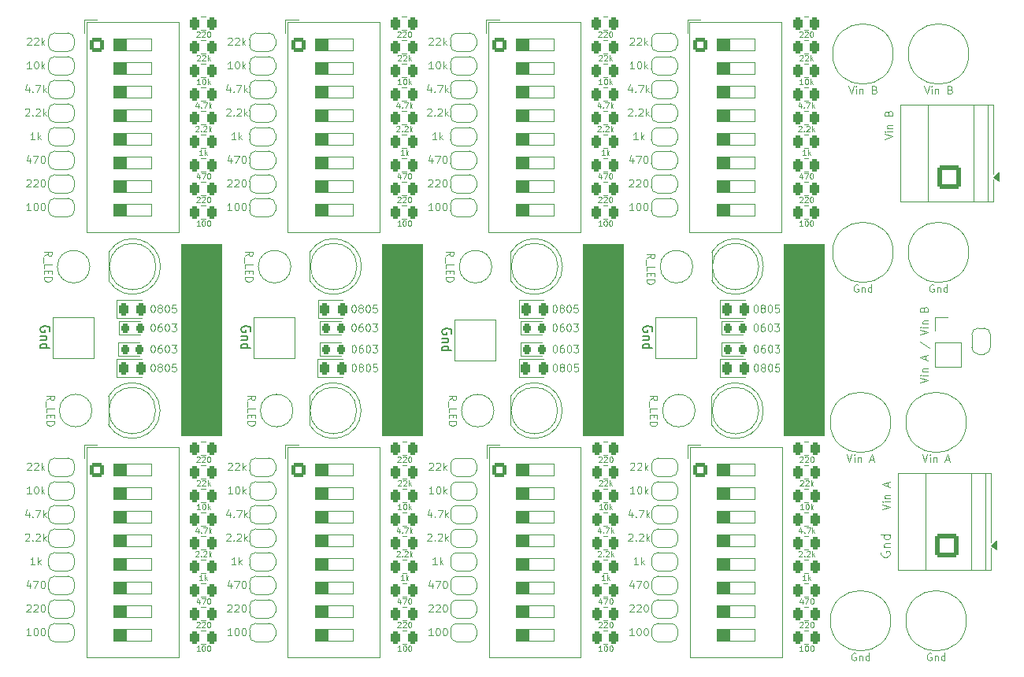
<source format=gbr>
%TF.GenerationSoftware,KiCad,Pcbnew,9.0.5*%
%TF.CreationDate,2025-10-28T22:46:26-07:00*%
%TF.ProjectId,LED_resistance,4c45445f-7265-4736-9973-74616e63652e,rev?*%
%TF.SameCoordinates,Original*%
%TF.FileFunction,Legend,Top*%
%TF.FilePolarity,Positive*%
%FSLAX46Y46*%
G04 Gerber Fmt 4.6, Leading zero omitted, Abs format (unit mm)*
G04 Created by KiCad (PCBNEW 9.0.5) date 2025-10-28 22:46:26*
%MOMM*%
%LPD*%
G01*
G04 APERTURE LIST*
G04 Aperture macros list*
%AMRoundRect*
0 Rectangle with rounded corners*
0 $1 Rounding radius*
0 $2 $3 $4 $5 $6 $7 $8 $9 X,Y pos of 4 corners*
0 Add a 4 corners polygon primitive as box body*
4,1,4,$2,$3,$4,$5,$6,$7,$8,$9,$2,$3,0*
0 Add four circle primitives for the rounded corners*
1,1,$1+$1,$2,$3*
1,1,$1+$1,$4,$5*
1,1,$1+$1,$6,$7*
1,1,$1+$1,$8,$9*
0 Add four rect primitives between the rounded corners*
20,1,$1+$1,$2,$3,$4,$5,0*
20,1,$1+$1,$4,$5,$6,$7,0*
20,1,$1+$1,$6,$7,$8,$9,0*
20,1,$1+$1,$8,$9,$2,$3,0*%
%AMFreePoly0*
4,1,23,0.500000,-0.750000,0.000000,-0.750000,0.000000,-0.745722,-0.065263,-0.745722,-0.191342,-0.711940,-0.304381,-0.646677,-0.396677,-0.554381,-0.461940,-0.441342,-0.495722,-0.315263,-0.495722,-0.250000,-0.500000,-0.250000,-0.500000,0.250000,-0.495722,0.250000,-0.495722,0.315263,-0.461940,0.441342,-0.396677,0.554381,-0.304381,0.646677,-0.191342,0.711940,-0.065263,0.745722,0.000000,0.745722,
0.000000,0.750000,0.500000,0.750000,0.500000,-0.750000,0.500000,-0.750000,$1*%
%AMFreePoly1*
4,1,23,0.000000,0.745722,0.065263,0.745722,0.191342,0.711940,0.304381,0.646677,0.396677,0.554381,0.461940,0.441342,0.495722,0.315263,0.495722,0.250000,0.500000,0.250000,0.500000,-0.250000,0.495722,-0.250000,0.495722,-0.315263,0.461940,-0.441342,0.396677,-0.554381,0.304381,-0.646677,0.191342,-0.711940,0.065263,-0.745722,0.000000,-0.745722,0.000000,-0.750000,-0.500000,-0.750000,
-0.500000,0.750000,0.000000,0.750000,0.000000,0.745722,0.000000,0.745722,$1*%
G04 Aperture macros list end*
%ADD10C,0.100000*%
%ADD11C,0.150000*%
%ADD12C,0.120000*%
%ADD13RoundRect,0.250000X-0.550000X-0.550000X0.550000X-0.550000X0.550000X0.550000X-0.550000X0.550000X0*%
%ADD14C,1.600000*%
%ADD15C,1.800000*%
%ADD16R,1.800000X1.800000*%
%ADD17RoundRect,0.243750X-0.243750X-0.456250X0.243750X-0.456250X0.243750X0.456250X-0.243750X0.456250X0*%
%ADD18RoundRect,0.218750X-0.218750X-0.256250X0.218750X-0.256250X0.218750X0.256250X-0.218750X0.256250X0*%
%ADD19C,1.700000*%
%ADD20R,1.700000X1.700000*%
%ADD21FreePoly0,270.000000*%
%ADD22FreePoly1,270.000000*%
%ADD23FreePoly0,180.000000*%
%ADD24FreePoly1,180.000000*%
%ADD25RoundRect,0.250000X0.262500X0.450000X-0.262500X0.450000X-0.262500X-0.450000X0.262500X-0.450000X0*%
%ADD26R,4.000000X4.000000*%
%ADD27C,6.000000*%
%ADD28C,3.000000*%
%ADD29C,2.600000*%
%ADD30RoundRect,0.250000X1.050000X-1.050000X1.050000X1.050000X-1.050000X1.050000X-1.050000X-1.050000X0*%
G04 APERTURE END LIST*
D10*
X141351000Y-83693000D02*
X145669000Y-83693000D01*
X145669000Y-104267000D01*
X141351000Y-104267000D01*
X141351000Y-83693000D01*
G36*
X141351000Y-83693000D02*
G01*
X145669000Y-83693000D01*
X145669000Y-104267000D01*
X141351000Y-104267000D01*
X141351000Y-83693000D01*
G37*
X119761000Y-83693000D02*
X124079000Y-83693000D01*
X124079000Y-104267000D01*
X119761000Y-104267000D01*
X119761000Y-83693000D01*
G36*
X119761000Y-83693000D02*
G01*
X124079000Y-83693000D01*
X124079000Y-104267000D01*
X119761000Y-104267000D01*
X119761000Y-83693000D01*
G37*
X162941000Y-83693000D02*
X167259000Y-83693000D01*
X167259000Y-104267000D01*
X162941000Y-104267000D01*
X162941000Y-83693000D01*
G36*
X162941000Y-83693000D02*
G01*
X167259000Y-83693000D01*
X167259000Y-104267000D01*
X162941000Y-104267000D01*
X162941000Y-83693000D01*
G37*
X184531000Y-83693000D02*
X188849000Y-83693000D01*
X188849000Y-104267000D01*
X184531000Y-104267000D01*
X184531000Y-83693000D01*
G36*
X184531000Y-83693000D02*
G01*
X188849000Y-83693000D01*
X188849000Y-104267000D01*
X184531000Y-104267000D01*
X184531000Y-83693000D01*
G37*
X195008038Y-116774306D02*
X194960419Y-116869544D01*
X194960419Y-116869544D02*
X194960419Y-117012401D01*
X194960419Y-117012401D02*
X195008038Y-117155258D01*
X195008038Y-117155258D02*
X195103276Y-117250496D01*
X195103276Y-117250496D02*
X195198514Y-117298115D01*
X195198514Y-117298115D02*
X195388990Y-117345734D01*
X195388990Y-117345734D02*
X195531847Y-117345734D01*
X195531847Y-117345734D02*
X195722323Y-117298115D01*
X195722323Y-117298115D02*
X195817561Y-117250496D01*
X195817561Y-117250496D02*
X195912800Y-117155258D01*
X195912800Y-117155258D02*
X195960419Y-117012401D01*
X195960419Y-117012401D02*
X195960419Y-116917163D01*
X195960419Y-116917163D02*
X195912800Y-116774306D01*
X195912800Y-116774306D02*
X195865180Y-116726687D01*
X195865180Y-116726687D02*
X195531847Y-116726687D01*
X195531847Y-116726687D02*
X195531847Y-116917163D01*
X195293752Y-116298115D02*
X195960419Y-116298115D01*
X195388990Y-116298115D02*
X195341371Y-116250496D01*
X195341371Y-116250496D02*
X195293752Y-116155258D01*
X195293752Y-116155258D02*
X195293752Y-116012401D01*
X195293752Y-116012401D02*
X195341371Y-115917163D01*
X195341371Y-115917163D02*
X195436609Y-115869544D01*
X195436609Y-115869544D02*
X195960419Y-115869544D01*
X195960419Y-114964782D02*
X194960419Y-114964782D01*
X195912800Y-114964782D02*
X195960419Y-115060020D01*
X195960419Y-115060020D02*
X195960419Y-115250496D01*
X195960419Y-115250496D02*
X195912800Y-115345734D01*
X195912800Y-115345734D02*
X195865180Y-115393353D01*
X195865180Y-115393353D02*
X195769942Y-115440972D01*
X195769942Y-115440972D02*
X195484228Y-115440972D01*
X195484228Y-115440972D02*
X195388990Y-115393353D01*
X195388990Y-115393353D02*
X195341371Y-115345734D01*
X195341371Y-115345734D02*
X195293752Y-115250496D01*
X195293752Y-115250496D02*
X195293752Y-115060020D01*
X195293752Y-115060020D02*
X195341371Y-114964782D01*
X116675047Y-90242895D02*
X116751237Y-90242895D01*
X116751237Y-90242895D02*
X116827428Y-90280990D01*
X116827428Y-90280990D02*
X116865523Y-90319085D01*
X116865523Y-90319085D02*
X116903618Y-90395276D01*
X116903618Y-90395276D02*
X116941713Y-90547657D01*
X116941713Y-90547657D02*
X116941713Y-90738133D01*
X116941713Y-90738133D02*
X116903618Y-90890514D01*
X116903618Y-90890514D02*
X116865523Y-90966704D01*
X116865523Y-90966704D02*
X116827428Y-91004800D01*
X116827428Y-91004800D02*
X116751237Y-91042895D01*
X116751237Y-91042895D02*
X116675047Y-91042895D01*
X116675047Y-91042895D02*
X116598856Y-91004800D01*
X116598856Y-91004800D02*
X116560761Y-90966704D01*
X116560761Y-90966704D02*
X116522666Y-90890514D01*
X116522666Y-90890514D02*
X116484570Y-90738133D01*
X116484570Y-90738133D02*
X116484570Y-90547657D01*
X116484570Y-90547657D02*
X116522666Y-90395276D01*
X116522666Y-90395276D02*
X116560761Y-90319085D01*
X116560761Y-90319085D02*
X116598856Y-90280990D01*
X116598856Y-90280990D02*
X116675047Y-90242895D01*
X117398856Y-90585752D02*
X117322666Y-90547657D01*
X117322666Y-90547657D02*
X117284571Y-90509561D01*
X117284571Y-90509561D02*
X117246475Y-90433371D01*
X117246475Y-90433371D02*
X117246475Y-90395276D01*
X117246475Y-90395276D02*
X117284571Y-90319085D01*
X117284571Y-90319085D02*
X117322666Y-90280990D01*
X117322666Y-90280990D02*
X117398856Y-90242895D01*
X117398856Y-90242895D02*
X117551237Y-90242895D01*
X117551237Y-90242895D02*
X117627428Y-90280990D01*
X117627428Y-90280990D02*
X117665523Y-90319085D01*
X117665523Y-90319085D02*
X117703618Y-90395276D01*
X117703618Y-90395276D02*
X117703618Y-90433371D01*
X117703618Y-90433371D02*
X117665523Y-90509561D01*
X117665523Y-90509561D02*
X117627428Y-90547657D01*
X117627428Y-90547657D02*
X117551237Y-90585752D01*
X117551237Y-90585752D02*
X117398856Y-90585752D01*
X117398856Y-90585752D02*
X117322666Y-90623847D01*
X117322666Y-90623847D02*
X117284571Y-90661942D01*
X117284571Y-90661942D02*
X117246475Y-90738133D01*
X117246475Y-90738133D02*
X117246475Y-90890514D01*
X117246475Y-90890514D02*
X117284571Y-90966704D01*
X117284571Y-90966704D02*
X117322666Y-91004800D01*
X117322666Y-91004800D02*
X117398856Y-91042895D01*
X117398856Y-91042895D02*
X117551237Y-91042895D01*
X117551237Y-91042895D02*
X117627428Y-91004800D01*
X117627428Y-91004800D02*
X117665523Y-90966704D01*
X117665523Y-90966704D02*
X117703618Y-90890514D01*
X117703618Y-90890514D02*
X117703618Y-90738133D01*
X117703618Y-90738133D02*
X117665523Y-90661942D01*
X117665523Y-90661942D02*
X117627428Y-90623847D01*
X117627428Y-90623847D02*
X117551237Y-90585752D01*
X118198857Y-90242895D02*
X118275047Y-90242895D01*
X118275047Y-90242895D02*
X118351238Y-90280990D01*
X118351238Y-90280990D02*
X118389333Y-90319085D01*
X118389333Y-90319085D02*
X118427428Y-90395276D01*
X118427428Y-90395276D02*
X118465523Y-90547657D01*
X118465523Y-90547657D02*
X118465523Y-90738133D01*
X118465523Y-90738133D02*
X118427428Y-90890514D01*
X118427428Y-90890514D02*
X118389333Y-90966704D01*
X118389333Y-90966704D02*
X118351238Y-91004800D01*
X118351238Y-91004800D02*
X118275047Y-91042895D01*
X118275047Y-91042895D02*
X118198857Y-91042895D01*
X118198857Y-91042895D02*
X118122666Y-91004800D01*
X118122666Y-91004800D02*
X118084571Y-90966704D01*
X118084571Y-90966704D02*
X118046476Y-90890514D01*
X118046476Y-90890514D02*
X118008380Y-90738133D01*
X118008380Y-90738133D02*
X118008380Y-90547657D01*
X118008380Y-90547657D02*
X118046476Y-90395276D01*
X118046476Y-90395276D02*
X118084571Y-90319085D01*
X118084571Y-90319085D02*
X118122666Y-90280990D01*
X118122666Y-90280990D02*
X118198857Y-90242895D01*
X119189333Y-90242895D02*
X118808381Y-90242895D01*
X118808381Y-90242895D02*
X118770285Y-90623847D01*
X118770285Y-90623847D02*
X118808381Y-90585752D01*
X118808381Y-90585752D02*
X118884571Y-90547657D01*
X118884571Y-90547657D02*
X119075047Y-90547657D01*
X119075047Y-90547657D02*
X119151238Y-90585752D01*
X119151238Y-90585752D02*
X119189333Y-90623847D01*
X119189333Y-90623847D02*
X119227428Y-90700038D01*
X119227428Y-90700038D02*
X119227428Y-90890514D01*
X119227428Y-90890514D02*
X119189333Y-90966704D01*
X119189333Y-90966704D02*
X119151238Y-91004800D01*
X119151238Y-91004800D02*
X119075047Y-91042895D01*
X119075047Y-91042895D02*
X118884571Y-91042895D01*
X118884571Y-91042895D02*
X118808381Y-91004800D01*
X118808381Y-91004800D02*
X118770285Y-90966704D01*
X116675047Y-92274895D02*
X116751237Y-92274895D01*
X116751237Y-92274895D02*
X116827428Y-92312990D01*
X116827428Y-92312990D02*
X116865523Y-92351085D01*
X116865523Y-92351085D02*
X116903618Y-92427276D01*
X116903618Y-92427276D02*
X116941713Y-92579657D01*
X116941713Y-92579657D02*
X116941713Y-92770133D01*
X116941713Y-92770133D02*
X116903618Y-92922514D01*
X116903618Y-92922514D02*
X116865523Y-92998704D01*
X116865523Y-92998704D02*
X116827428Y-93036800D01*
X116827428Y-93036800D02*
X116751237Y-93074895D01*
X116751237Y-93074895D02*
X116675047Y-93074895D01*
X116675047Y-93074895D02*
X116598856Y-93036800D01*
X116598856Y-93036800D02*
X116560761Y-92998704D01*
X116560761Y-92998704D02*
X116522666Y-92922514D01*
X116522666Y-92922514D02*
X116484570Y-92770133D01*
X116484570Y-92770133D02*
X116484570Y-92579657D01*
X116484570Y-92579657D02*
X116522666Y-92427276D01*
X116522666Y-92427276D02*
X116560761Y-92351085D01*
X116560761Y-92351085D02*
X116598856Y-92312990D01*
X116598856Y-92312990D02*
X116675047Y-92274895D01*
X117627428Y-92274895D02*
X117475047Y-92274895D01*
X117475047Y-92274895D02*
X117398856Y-92312990D01*
X117398856Y-92312990D02*
X117360761Y-92351085D01*
X117360761Y-92351085D02*
X117284571Y-92465371D01*
X117284571Y-92465371D02*
X117246475Y-92617752D01*
X117246475Y-92617752D02*
X117246475Y-92922514D01*
X117246475Y-92922514D02*
X117284571Y-92998704D01*
X117284571Y-92998704D02*
X117322666Y-93036800D01*
X117322666Y-93036800D02*
X117398856Y-93074895D01*
X117398856Y-93074895D02*
X117551237Y-93074895D01*
X117551237Y-93074895D02*
X117627428Y-93036800D01*
X117627428Y-93036800D02*
X117665523Y-92998704D01*
X117665523Y-92998704D02*
X117703618Y-92922514D01*
X117703618Y-92922514D02*
X117703618Y-92732038D01*
X117703618Y-92732038D02*
X117665523Y-92655847D01*
X117665523Y-92655847D02*
X117627428Y-92617752D01*
X117627428Y-92617752D02*
X117551237Y-92579657D01*
X117551237Y-92579657D02*
X117398856Y-92579657D01*
X117398856Y-92579657D02*
X117322666Y-92617752D01*
X117322666Y-92617752D02*
X117284571Y-92655847D01*
X117284571Y-92655847D02*
X117246475Y-92732038D01*
X118198857Y-92274895D02*
X118275047Y-92274895D01*
X118275047Y-92274895D02*
X118351238Y-92312990D01*
X118351238Y-92312990D02*
X118389333Y-92351085D01*
X118389333Y-92351085D02*
X118427428Y-92427276D01*
X118427428Y-92427276D02*
X118465523Y-92579657D01*
X118465523Y-92579657D02*
X118465523Y-92770133D01*
X118465523Y-92770133D02*
X118427428Y-92922514D01*
X118427428Y-92922514D02*
X118389333Y-92998704D01*
X118389333Y-92998704D02*
X118351238Y-93036800D01*
X118351238Y-93036800D02*
X118275047Y-93074895D01*
X118275047Y-93074895D02*
X118198857Y-93074895D01*
X118198857Y-93074895D02*
X118122666Y-93036800D01*
X118122666Y-93036800D02*
X118084571Y-92998704D01*
X118084571Y-92998704D02*
X118046476Y-92922514D01*
X118046476Y-92922514D02*
X118008380Y-92770133D01*
X118008380Y-92770133D02*
X118008380Y-92579657D01*
X118008380Y-92579657D02*
X118046476Y-92427276D01*
X118046476Y-92427276D02*
X118084571Y-92351085D01*
X118084571Y-92351085D02*
X118122666Y-92312990D01*
X118122666Y-92312990D02*
X118198857Y-92274895D01*
X118732190Y-92274895D02*
X119227428Y-92274895D01*
X119227428Y-92274895D02*
X118960762Y-92579657D01*
X118960762Y-92579657D02*
X119075047Y-92579657D01*
X119075047Y-92579657D02*
X119151238Y-92617752D01*
X119151238Y-92617752D02*
X119189333Y-92655847D01*
X119189333Y-92655847D02*
X119227428Y-92732038D01*
X119227428Y-92732038D02*
X119227428Y-92922514D01*
X119227428Y-92922514D02*
X119189333Y-92998704D01*
X119189333Y-92998704D02*
X119151238Y-93036800D01*
X119151238Y-93036800D02*
X119075047Y-93074895D01*
X119075047Y-93074895D02*
X118846476Y-93074895D01*
X118846476Y-93074895D02*
X118770285Y-93036800D01*
X118770285Y-93036800D02*
X118732190Y-92998704D01*
X138275214Y-90242895D02*
X138351404Y-90242895D01*
X138351404Y-90242895D02*
X138427595Y-90280990D01*
X138427595Y-90280990D02*
X138465690Y-90319085D01*
X138465690Y-90319085D02*
X138503785Y-90395276D01*
X138503785Y-90395276D02*
X138541880Y-90547657D01*
X138541880Y-90547657D02*
X138541880Y-90738133D01*
X138541880Y-90738133D02*
X138503785Y-90890514D01*
X138503785Y-90890514D02*
X138465690Y-90966704D01*
X138465690Y-90966704D02*
X138427595Y-91004800D01*
X138427595Y-91004800D02*
X138351404Y-91042895D01*
X138351404Y-91042895D02*
X138275214Y-91042895D01*
X138275214Y-91042895D02*
X138199023Y-91004800D01*
X138199023Y-91004800D02*
X138160928Y-90966704D01*
X138160928Y-90966704D02*
X138122833Y-90890514D01*
X138122833Y-90890514D02*
X138084737Y-90738133D01*
X138084737Y-90738133D02*
X138084737Y-90547657D01*
X138084737Y-90547657D02*
X138122833Y-90395276D01*
X138122833Y-90395276D02*
X138160928Y-90319085D01*
X138160928Y-90319085D02*
X138199023Y-90280990D01*
X138199023Y-90280990D02*
X138275214Y-90242895D01*
X138999023Y-90585752D02*
X138922833Y-90547657D01*
X138922833Y-90547657D02*
X138884738Y-90509561D01*
X138884738Y-90509561D02*
X138846642Y-90433371D01*
X138846642Y-90433371D02*
X138846642Y-90395276D01*
X138846642Y-90395276D02*
X138884738Y-90319085D01*
X138884738Y-90319085D02*
X138922833Y-90280990D01*
X138922833Y-90280990D02*
X138999023Y-90242895D01*
X138999023Y-90242895D02*
X139151404Y-90242895D01*
X139151404Y-90242895D02*
X139227595Y-90280990D01*
X139227595Y-90280990D02*
X139265690Y-90319085D01*
X139265690Y-90319085D02*
X139303785Y-90395276D01*
X139303785Y-90395276D02*
X139303785Y-90433371D01*
X139303785Y-90433371D02*
X139265690Y-90509561D01*
X139265690Y-90509561D02*
X139227595Y-90547657D01*
X139227595Y-90547657D02*
X139151404Y-90585752D01*
X139151404Y-90585752D02*
X138999023Y-90585752D01*
X138999023Y-90585752D02*
X138922833Y-90623847D01*
X138922833Y-90623847D02*
X138884738Y-90661942D01*
X138884738Y-90661942D02*
X138846642Y-90738133D01*
X138846642Y-90738133D02*
X138846642Y-90890514D01*
X138846642Y-90890514D02*
X138884738Y-90966704D01*
X138884738Y-90966704D02*
X138922833Y-91004800D01*
X138922833Y-91004800D02*
X138999023Y-91042895D01*
X138999023Y-91042895D02*
X139151404Y-91042895D01*
X139151404Y-91042895D02*
X139227595Y-91004800D01*
X139227595Y-91004800D02*
X139265690Y-90966704D01*
X139265690Y-90966704D02*
X139303785Y-90890514D01*
X139303785Y-90890514D02*
X139303785Y-90738133D01*
X139303785Y-90738133D02*
X139265690Y-90661942D01*
X139265690Y-90661942D02*
X139227595Y-90623847D01*
X139227595Y-90623847D02*
X139151404Y-90585752D01*
X139799024Y-90242895D02*
X139875214Y-90242895D01*
X139875214Y-90242895D02*
X139951405Y-90280990D01*
X139951405Y-90280990D02*
X139989500Y-90319085D01*
X139989500Y-90319085D02*
X140027595Y-90395276D01*
X140027595Y-90395276D02*
X140065690Y-90547657D01*
X140065690Y-90547657D02*
X140065690Y-90738133D01*
X140065690Y-90738133D02*
X140027595Y-90890514D01*
X140027595Y-90890514D02*
X139989500Y-90966704D01*
X139989500Y-90966704D02*
X139951405Y-91004800D01*
X139951405Y-91004800D02*
X139875214Y-91042895D01*
X139875214Y-91042895D02*
X139799024Y-91042895D01*
X139799024Y-91042895D02*
X139722833Y-91004800D01*
X139722833Y-91004800D02*
X139684738Y-90966704D01*
X139684738Y-90966704D02*
X139646643Y-90890514D01*
X139646643Y-90890514D02*
X139608547Y-90738133D01*
X139608547Y-90738133D02*
X139608547Y-90547657D01*
X139608547Y-90547657D02*
X139646643Y-90395276D01*
X139646643Y-90395276D02*
X139684738Y-90319085D01*
X139684738Y-90319085D02*
X139722833Y-90280990D01*
X139722833Y-90280990D02*
X139799024Y-90242895D01*
X140789500Y-90242895D02*
X140408548Y-90242895D01*
X140408548Y-90242895D02*
X140370452Y-90623847D01*
X140370452Y-90623847D02*
X140408548Y-90585752D01*
X140408548Y-90585752D02*
X140484738Y-90547657D01*
X140484738Y-90547657D02*
X140675214Y-90547657D01*
X140675214Y-90547657D02*
X140751405Y-90585752D01*
X140751405Y-90585752D02*
X140789500Y-90623847D01*
X140789500Y-90623847D02*
X140827595Y-90700038D01*
X140827595Y-90700038D02*
X140827595Y-90890514D01*
X140827595Y-90890514D02*
X140789500Y-90966704D01*
X140789500Y-90966704D02*
X140751405Y-91004800D01*
X140751405Y-91004800D02*
X140675214Y-91042895D01*
X140675214Y-91042895D02*
X140484738Y-91042895D01*
X140484738Y-91042895D02*
X140408548Y-91004800D01*
X140408548Y-91004800D02*
X140370452Y-90966704D01*
X138275214Y-92274895D02*
X138351404Y-92274895D01*
X138351404Y-92274895D02*
X138427595Y-92312990D01*
X138427595Y-92312990D02*
X138465690Y-92351085D01*
X138465690Y-92351085D02*
X138503785Y-92427276D01*
X138503785Y-92427276D02*
X138541880Y-92579657D01*
X138541880Y-92579657D02*
X138541880Y-92770133D01*
X138541880Y-92770133D02*
X138503785Y-92922514D01*
X138503785Y-92922514D02*
X138465690Y-92998704D01*
X138465690Y-92998704D02*
X138427595Y-93036800D01*
X138427595Y-93036800D02*
X138351404Y-93074895D01*
X138351404Y-93074895D02*
X138275214Y-93074895D01*
X138275214Y-93074895D02*
X138199023Y-93036800D01*
X138199023Y-93036800D02*
X138160928Y-92998704D01*
X138160928Y-92998704D02*
X138122833Y-92922514D01*
X138122833Y-92922514D02*
X138084737Y-92770133D01*
X138084737Y-92770133D02*
X138084737Y-92579657D01*
X138084737Y-92579657D02*
X138122833Y-92427276D01*
X138122833Y-92427276D02*
X138160928Y-92351085D01*
X138160928Y-92351085D02*
X138199023Y-92312990D01*
X138199023Y-92312990D02*
X138275214Y-92274895D01*
X139227595Y-92274895D02*
X139075214Y-92274895D01*
X139075214Y-92274895D02*
X138999023Y-92312990D01*
X138999023Y-92312990D02*
X138960928Y-92351085D01*
X138960928Y-92351085D02*
X138884738Y-92465371D01*
X138884738Y-92465371D02*
X138846642Y-92617752D01*
X138846642Y-92617752D02*
X138846642Y-92922514D01*
X138846642Y-92922514D02*
X138884738Y-92998704D01*
X138884738Y-92998704D02*
X138922833Y-93036800D01*
X138922833Y-93036800D02*
X138999023Y-93074895D01*
X138999023Y-93074895D02*
X139151404Y-93074895D01*
X139151404Y-93074895D02*
X139227595Y-93036800D01*
X139227595Y-93036800D02*
X139265690Y-92998704D01*
X139265690Y-92998704D02*
X139303785Y-92922514D01*
X139303785Y-92922514D02*
X139303785Y-92732038D01*
X139303785Y-92732038D02*
X139265690Y-92655847D01*
X139265690Y-92655847D02*
X139227595Y-92617752D01*
X139227595Y-92617752D02*
X139151404Y-92579657D01*
X139151404Y-92579657D02*
X138999023Y-92579657D01*
X138999023Y-92579657D02*
X138922833Y-92617752D01*
X138922833Y-92617752D02*
X138884738Y-92655847D01*
X138884738Y-92655847D02*
X138846642Y-92732038D01*
X139799024Y-92274895D02*
X139875214Y-92274895D01*
X139875214Y-92274895D02*
X139951405Y-92312990D01*
X139951405Y-92312990D02*
X139989500Y-92351085D01*
X139989500Y-92351085D02*
X140027595Y-92427276D01*
X140027595Y-92427276D02*
X140065690Y-92579657D01*
X140065690Y-92579657D02*
X140065690Y-92770133D01*
X140065690Y-92770133D02*
X140027595Y-92922514D01*
X140027595Y-92922514D02*
X139989500Y-92998704D01*
X139989500Y-92998704D02*
X139951405Y-93036800D01*
X139951405Y-93036800D02*
X139875214Y-93074895D01*
X139875214Y-93074895D02*
X139799024Y-93074895D01*
X139799024Y-93074895D02*
X139722833Y-93036800D01*
X139722833Y-93036800D02*
X139684738Y-92998704D01*
X139684738Y-92998704D02*
X139646643Y-92922514D01*
X139646643Y-92922514D02*
X139608547Y-92770133D01*
X139608547Y-92770133D02*
X139608547Y-92579657D01*
X139608547Y-92579657D02*
X139646643Y-92427276D01*
X139646643Y-92427276D02*
X139684738Y-92351085D01*
X139684738Y-92351085D02*
X139722833Y-92312990D01*
X139722833Y-92312990D02*
X139799024Y-92274895D01*
X140332357Y-92274895D02*
X140827595Y-92274895D01*
X140827595Y-92274895D02*
X140560929Y-92579657D01*
X140560929Y-92579657D02*
X140675214Y-92579657D01*
X140675214Y-92579657D02*
X140751405Y-92617752D01*
X140751405Y-92617752D02*
X140789500Y-92655847D01*
X140789500Y-92655847D02*
X140827595Y-92732038D01*
X140827595Y-92732038D02*
X140827595Y-92922514D01*
X140827595Y-92922514D02*
X140789500Y-92998704D01*
X140789500Y-92998704D02*
X140751405Y-93036800D01*
X140751405Y-93036800D02*
X140675214Y-93074895D01*
X140675214Y-93074895D02*
X140446643Y-93074895D01*
X140446643Y-93074895D02*
X140370452Y-93036800D01*
X140370452Y-93036800D02*
X140332357Y-92998704D01*
X159875380Y-90242895D02*
X159951570Y-90242895D01*
X159951570Y-90242895D02*
X160027761Y-90280990D01*
X160027761Y-90280990D02*
X160065856Y-90319085D01*
X160065856Y-90319085D02*
X160103951Y-90395276D01*
X160103951Y-90395276D02*
X160142046Y-90547657D01*
X160142046Y-90547657D02*
X160142046Y-90738133D01*
X160142046Y-90738133D02*
X160103951Y-90890514D01*
X160103951Y-90890514D02*
X160065856Y-90966704D01*
X160065856Y-90966704D02*
X160027761Y-91004800D01*
X160027761Y-91004800D02*
X159951570Y-91042895D01*
X159951570Y-91042895D02*
X159875380Y-91042895D01*
X159875380Y-91042895D02*
X159799189Y-91004800D01*
X159799189Y-91004800D02*
X159761094Y-90966704D01*
X159761094Y-90966704D02*
X159722999Y-90890514D01*
X159722999Y-90890514D02*
X159684903Y-90738133D01*
X159684903Y-90738133D02*
X159684903Y-90547657D01*
X159684903Y-90547657D02*
X159722999Y-90395276D01*
X159722999Y-90395276D02*
X159761094Y-90319085D01*
X159761094Y-90319085D02*
X159799189Y-90280990D01*
X159799189Y-90280990D02*
X159875380Y-90242895D01*
X160599189Y-90585752D02*
X160522999Y-90547657D01*
X160522999Y-90547657D02*
X160484904Y-90509561D01*
X160484904Y-90509561D02*
X160446808Y-90433371D01*
X160446808Y-90433371D02*
X160446808Y-90395276D01*
X160446808Y-90395276D02*
X160484904Y-90319085D01*
X160484904Y-90319085D02*
X160522999Y-90280990D01*
X160522999Y-90280990D02*
X160599189Y-90242895D01*
X160599189Y-90242895D02*
X160751570Y-90242895D01*
X160751570Y-90242895D02*
X160827761Y-90280990D01*
X160827761Y-90280990D02*
X160865856Y-90319085D01*
X160865856Y-90319085D02*
X160903951Y-90395276D01*
X160903951Y-90395276D02*
X160903951Y-90433371D01*
X160903951Y-90433371D02*
X160865856Y-90509561D01*
X160865856Y-90509561D02*
X160827761Y-90547657D01*
X160827761Y-90547657D02*
X160751570Y-90585752D01*
X160751570Y-90585752D02*
X160599189Y-90585752D01*
X160599189Y-90585752D02*
X160522999Y-90623847D01*
X160522999Y-90623847D02*
X160484904Y-90661942D01*
X160484904Y-90661942D02*
X160446808Y-90738133D01*
X160446808Y-90738133D02*
X160446808Y-90890514D01*
X160446808Y-90890514D02*
X160484904Y-90966704D01*
X160484904Y-90966704D02*
X160522999Y-91004800D01*
X160522999Y-91004800D02*
X160599189Y-91042895D01*
X160599189Y-91042895D02*
X160751570Y-91042895D01*
X160751570Y-91042895D02*
X160827761Y-91004800D01*
X160827761Y-91004800D02*
X160865856Y-90966704D01*
X160865856Y-90966704D02*
X160903951Y-90890514D01*
X160903951Y-90890514D02*
X160903951Y-90738133D01*
X160903951Y-90738133D02*
X160865856Y-90661942D01*
X160865856Y-90661942D02*
X160827761Y-90623847D01*
X160827761Y-90623847D02*
X160751570Y-90585752D01*
X161399190Y-90242895D02*
X161475380Y-90242895D01*
X161475380Y-90242895D02*
X161551571Y-90280990D01*
X161551571Y-90280990D02*
X161589666Y-90319085D01*
X161589666Y-90319085D02*
X161627761Y-90395276D01*
X161627761Y-90395276D02*
X161665856Y-90547657D01*
X161665856Y-90547657D02*
X161665856Y-90738133D01*
X161665856Y-90738133D02*
X161627761Y-90890514D01*
X161627761Y-90890514D02*
X161589666Y-90966704D01*
X161589666Y-90966704D02*
X161551571Y-91004800D01*
X161551571Y-91004800D02*
X161475380Y-91042895D01*
X161475380Y-91042895D02*
X161399190Y-91042895D01*
X161399190Y-91042895D02*
X161322999Y-91004800D01*
X161322999Y-91004800D02*
X161284904Y-90966704D01*
X161284904Y-90966704D02*
X161246809Y-90890514D01*
X161246809Y-90890514D02*
X161208713Y-90738133D01*
X161208713Y-90738133D02*
X161208713Y-90547657D01*
X161208713Y-90547657D02*
X161246809Y-90395276D01*
X161246809Y-90395276D02*
X161284904Y-90319085D01*
X161284904Y-90319085D02*
X161322999Y-90280990D01*
X161322999Y-90280990D02*
X161399190Y-90242895D01*
X162389666Y-90242895D02*
X162008714Y-90242895D01*
X162008714Y-90242895D02*
X161970618Y-90623847D01*
X161970618Y-90623847D02*
X162008714Y-90585752D01*
X162008714Y-90585752D02*
X162084904Y-90547657D01*
X162084904Y-90547657D02*
X162275380Y-90547657D01*
X162275380Y-90547657D02*
X162351571Y-90585752D01*
X162351571Y-90585752D02*
X162389666Y-90623847D01*
X162389666Y-90623847D02*
X162427761Y-90700038D01*
X162427761Y-90700038D02*
X162427761Y-90890514D01*
X162427761Y-90890514D02*
X162389666Y-90966704D01*
X162389666Y-90966704D02*
X162351571Y-91004800D01*
X162351571Y-91004800D02*
X162275380Y-91042895D01*
X162275380Y-91042895D02*
X162084904Y-91042895D01*
X162084904Y-91042895D02*
X162008714Y-91004800D01*
X162008714Y-91004800D02*
X161970618Y-90966704D01*
X159875380Y-92274895D02*
X159951570Y-92274895D01*
X159951570Y-92274895D02*
X160027761Y-92312990D01*
X160027761Y-92312990D02*
X160065856Y-92351085D01*
X160065856Y-92351085D02*
X160103951Y-92427276D01*
X160103951Y-92427276D02*
X160142046Y-92579657D01*
X160142046Y-92579657D02*
X160142046Y-92770133D01*
X160142046Y-92770133D02*
X160103951Y-92922514D01*
X160103951Y-92922514D02*
X160065856Y-92998704D01*
X160065856Y-92998704D02*
X160027761Y-93036800D01*
X160027761Y-93036800D02*
X159951570Y-93074895D01*
X159951570Y-93074895D02*
X159875380Y-93074895D01*
X159875380Y-93074895D02*
X159799189Y-93036800D01*
X159799189Y-93036800D02*
X159761094Y-92998704D01*
X159761094Y-92998704D02*
X159722999Y-92922514D01*
X159722999Y-92922514D02*
X159684903Y-92770133D01*
X159684903Y-92770133D02*
X159684903Y-92579657D01*
X159684903Y-92579657D02*
X159722999Y-92427276D01*
X159722999Y-92427276D02*
X159761094Y-92351085D01*
X159761094Y-92351085D02*
X159799189Y-92312990D01*
X159799189Y-92312990D02*
X159875380Y-92274895D01*
X160827761Y-92274895D02*
X160675380Y-92274895D01*
X160675380Y-92274895D02*
X160599189Y-92312990D01*
X160599189Y-92312990D02*
X160561094Y-92351085D01*
X160561094Y-92351085D02*
X160484904Y-92465371D01*
X160484904Y-92465371D02*
X160446808Y-92617752D01*
X160446808Y-92617752D02*
X160446808Y-92922514D01*
X160446808Y-92922514D02*
X160484904Y-92998704D01*
X160484904Y-92998704D02*
X160522999Y-93036800D01*
X160522999Y-93036800D02*
X160599189Y-93074895D01*
X160599189Y-93074895D02*
X160751570Y-93074895D01*
X160751570Y-93074895D02*
X160827761Y-93036800D01*
X160827761Y-93036800D02*
X160865856Y-92998704D01*
X160865856Y-92998704D02*
X160903951Y-92922514D01*
X160903951Y-92922514D02*
X160903951Y-92732038D01*
X160903951Y-92732038D02*
X160865856Y-92655847D01*
X160865856Y-92655847D02*
X160827761Y-92617752D01*
X160827761Y-92617752D02*
X160751570Y-92579657D01*
X160751570Y-92579657D02*
X160599189Y-92579657D01*
X160599189Y-92579657D02*
X160522999Y-92617752D01*
X160522999Y-92617752D02*
X160484904Y-92655847D01*
X160484904Y-92655847D02*
X160446808Y-92732038D01*
X161399190Y-92274895D02*
X161475380Y-92274895D01*
X161475380Y-92274895D02*
X161551571Y-92312990D01*
X161551571Y-92312990D02*
X161589666Y-92351085D01*
X161589666Y-92351085D02*
X161627761Y-92427276D01*
X161627761Y-92427276D02*
X161665856Y-92579657D01*
X161665856Y-92579657D02*
X161665856Y-92770133D01*
X161665856Y-92770133D02*
X161627761Y-92922514D01*
X161627761Y-92922514D02*
X161589666Y-92998704D01*
X161589666Y-92998704D02*
X161551571Y-93036800D01*
X161551571Y-93036800D02*
X161475380Y-93074895D01*
X161475380Y-93074895D02*
X161399190Y-93074895D01*
X161399190Y-93074895D02*
X161322999Y-93036800D01*
X161322999Y-93036800D02*
X161284904Y-92998704D01*
X161284904Y-92998704D02*
X161246809Y-92922514D01*
X161246809Y-92922514D02*
X161208713Y-92770133D01*
X161208713Y-92770133D02*
X161208713Y-92579657D01*
X161208713Y-92579657D02*
X161246809Y-92427276D01*
X161246809Y-92427276D02*
X161284904Y-92351085D01*
X161284904Y-92351085D02*
X161322999Y-92312990D01*
X161322999Y-92312990D02*
X161399190Y-92274895D01*
X161932523Y-92274895D02*
X162427761Y-92274895D01*
X162427761Y-92274895D02*
X162161095Y-92579657D01*
X162161095Y-92579657D02*
X162275380Y-92579657D01*
X162275380Y-92579657D02*
X162351571Y-92617752D01*
X162351571Y-92617752D02*
X162389666Y-92655847D01*
X162389666Y-92655847D02*
X162427761Y-92732038D01*
X162427761Y-92732038D02*
X162427761Y-92922514D01*
X162427761Y-92922514D02*
X162389666Y-92998704D01*
X162389666Y-92998704D02*
X162351571Y-93036800D01*
X162351571Y-93036800D02*
X162275380Y-93074895D01*
X162275380Y-93074895D02*
X162046809Y-93074895D01*
X162046809Y-93074895D02*
X161970618Y-93036800D01*
X161970618Y-93036800D02*
X161932523Y-92998704D01*
X181475547Y-90242895D02*
X181551737Y-90242895D01*
X181551737Y-90242895D02*
X181627928Y-90280990D01*
X181627928Y-90280990D02*
X181666023Y-90319085D01*
X181666023Y-90319085D02*
X181704118Y-90395276D01*
X181704118Y-90395276D02*
X181742213Y-90547657D01*
X181742213Y-90547657D02*
X181742213Y-90738133D01*
X181742213Y-90738133D02*
X181704118Y-90890514D01*
X181704118Y-90890514D02*
X181666023Y-90966704D01*
X181666023Y-90966704D02*
X181627928Y-91004800D01*
X181627928Y-91004800D02*
X181551737Y-91042895D01*
X181551737Y-91042895D02*
X181475547Y-91042895D01*
X181475547Y-91042895D02*
X181399356Y-91004800D01*
X181399356Y-91004800D02*
X181361261Y-90966704D01*
X181361261Y-90966704D02*
X181323166Y-90890514D01*
X181323166Y-90890514D02*
X181285070Y-90738133D01*
X181285070Y-90738133D02*
X181285070Y-90547657D01*
X181285070Y-90547657D02*
X181323166Y-90395276D01*
X181323166Y-90395276D02*
X181361261Y-90319085D01*
X181361261Y-90319085D02*
X181399356Y-90280990D01*
X181399356Y-90280990D02*
X181475547Y-90242895D01*
X182199356Y-90585752D02*
X182123166Y-90547657D01*
X182123166Y-90547657D02*
X182085071Y-90509561D01*
X182085071Y-90509561D02*
X182046975Y-90433371D01*
X182046975Y-90433371D02*
X182046975Y-90395276D01*
X182046975Y-90395276D02*
X182085071Y-90319085D01*
X182085071Y-90319085D02*
X182123166Y-90280990D01*
X182123166Y-90280990D02*
X182199356Y-90242895D01*
X182199356Y-90242895D02*
X182351737Y-90242895D01*
X182351737Y-90242895D02*
X182427928Y-90280990D01*
X182427928Y-90280990D02*
X182466023Y-90319085D01*
X182466023Y-90319085D02*
X182504118Y-90395276D01*
X182504118Y-90395276D02*
X182504118Y-90433371D01*
X182504118Y-90433371D02*
X182466023Y-90509561D01*
X182466023Y-90509561D02*
X182427928Y-90547657D01*
X182427928Y-90547657D02*
X182351737Y-90585752D01*
X182351737Y-90585752D02*
X182199356Y-90585752D01*
X182199356Y-90585752D02*
X182123166Y-90623847D01*
X182123166Y-90623847D02*
X182085071Y-90661942D01*
X182085071Y-90661942D02*
X182046975Y-90738133D01*
X182046975Y-90738133D02*
X182046975Y-90890514D01*
X182046975Y-90890514D02*
X182085071Y-90966704D01*
X182085071Y-90966704D02*
X182123166Y-91004800D01*
X182123166Y-91004800D02*
X182199356Y-91042895D01*
X182199356Y-91042895D02*
X182351737Y-91042895D01*
X182351737Y-91042895D02*
X182427928Y-91004800D01*
X182427928Y-91004800D02*
X182466023Y-90966704D01*
X182466023Y-90966704D02*
X182504118Y-90890514D01*
X182504118Y-90890514D02*
X182504118Y-90738133D01*
X182504118Y-90738133D02*
X182466023Y-90661942D01*
X182466023Y-90661942D02*
X182427928Y-90623847D01*
X182427928Y-90623847D02*
X182351737Y-90585752D01*
X182999357Y-90242895D02*
X183075547Y-90242895D01*
X183075547Y-90242895D02*
X183151738Y-90280990D01*
X183151738Y-90280990D02*
X183189833Y-90319085D01*
X183189833Y-90319085D02*
X183227928Y-90395276D01*
X183227928Y-90395276D02*
X183266023Y-90547657D01*
X183266023Y-90547657D02*
X183266023Y-90738133D01*
X183266023Y-90738133D02*
X183227928Y-90890514D01*
X183227928Y-90890514D02*
X183189833Y-90966704D01*
X183189833Y-90966704D02*
X183151738Y-91004800D01*
X183151738Y-91004800D02*
X183075547Y-91042895D01*
X183075547Y-91042895D02*
X182999357Y-91042895D01*
X182999357Y-91042895D02*
X182923166Y-91004800D01*
X182923166Y-91004800D02*
X182885071Y-90966704D01*
X182885071Y-90966704D02*
X182846976Y-90890514D01*
X182846976Y-90890514D02*
X182808880Y-90738133D01*
X182808880Y-90738133D02*
X182808880Y-90547657D01*
X182808880Y-90547657D02*
X182846976Y-90395276D01*
X182846976Y-90395276D02*
X182885071Y-90319085D01*
X182885071Y-90319085D02*
X182923166Y-90280990D01*
X182923166Y-90280990D02*
X182999357Y-90242895D01*
X183989833Y-90242895D02*
X183608881Y-90242895D01*
X183608881Y-90242895D02*
X183570785Y-90623847D01*
X183570785Y-90623847D02*
X183608881Y-90585752D01*
X183608881Y-90585752D02*
X183685071Y-90547657D01*
X183685071Y-90547657D02*
X183875547Y-90547657D01*
X183875547Y-90547657D02*
X183951738Y-90585752D01*
X183951738Y-90585752D02*
X183989833Y-90623847D01*
X183989833Y-90623847D02*
X184027928Y-90700038D01*
X184027928Y-90700038D02*
X184027928Y-90890514D01*
X184027928Y-90890514D02*
X183989833Y-90966704D01*
X183989833Y-90966704D02*
X183951738Y-91004800D01*
X183951738Y-91004800D02*
X183875547Y-91042895D01*
X183875547Y-91042895D02*
X183685071Y-91042895D01*
X183685071Y-91042895D02*
X183608881Y-91004800D01*
X183608881Y-91004800D02*
X183570785Y-90966704D01*
X181475547Y-92274895D02*
X181551737Y-92274895D01*
X181551737Y-92274895D02*
X181627928Y-92312990D01*
X181627928Y-92312990D02*
X181666023Y-92351085D01*
X181666023Y-92351085D02*
X181704118Y-92427276D01*
X181704118Y-92427276D02*
X181742213Y-92579657D01*
X181742213Y-92579657D02*
X181742213Y-92770133D01*
X181742213Y-92770133D02*
X181704118Y-92922514D01*
X181704118Y-92922514D02*
X181666023Y-92998704D01*
X181666023Y-92998704D02*
X181627928Y-93036800D01*
X181627928Y-93036800D02*
X181551737Y-93074895D01*
X181551737Y-93074895D02*
X181475547Y-93074895D01*
X181475547Y-93074895D02*
X181399356Y-93036800D01*
X181399356Y-93036800D02*
X181361261Y-92998704D01*
X181361261Y-92998704D02*
X181323166Y-92922514D01*
X181323166Y-92922514D02*
X181285070Y-92770133D01*
X181285070Y-92770133D02*
X181285070Y-92579657D01*
X181285070Y-92579657D02*
X181323166Y-92427276D01*
X181323166Y-92427276D02*
X181361261Y-92351085D01*
X181361261Y-92351085D02*
X181399356Y-92312990D01*
X181399356Y-92312990D02*
X181475547Y-92274895D01*
X182427928Y-92274895D02*
X182275547Y-92274895D01*
X182275547Y-92274895D02*
X182199356Y-92312990D01*
X182199356Y-92312990D02*
X182161261Y-92351085D01*
X182161261Y-92351085D02*
X182085071Y-92465371D01*
X182085071Y-92465371D02*
X182046975Y-92617752D01*
X182046975Y-92617752D02*
X182046975Y-92922514D01*
X182046975Y-92922514D02*
X182085071Y-92998704D01*
X182085071Y-92998704D02*
X182123166Y-93036800D01*
X182123166Y-93036800D02*
X182199356Y-93074895D01*
X182199356Y-93074895D02*
X182351737Y-93074895D01*
X182351737Y-93074895D02*
X182427928Y-93036800D01*
X182427928Y-93036800D02*
X182466023Y-92998704D01*
X182466023Y-92998704D02*
X182504118Y-92922514D01*
X182504118Y-92922514D02*
X182504118Y-92732038D01*
X182504118Y-92732038D02*
X182466023Y-92655847D01*
X182466023Y-92655847D02*
X182427928Y-92617752D01*
X182427928Y-92617752D02*
X182351737Y-92579657D01*
X182351737Y-92579657D02*
X182199356Y-92579657D01*
X182199356Y-92579657D02*
X182123166Y-92617752D01*
X182123166Y-92617752D02*
X182085071Y-92655847D01*
X182085071Y-92655847D02*
X182046975Y-92732038D01*
X182999357Y-92274895D02*
X183075547Y-92274895D01*
X183075547Y-92274895D02*
X183151738Y-92312990D01*
X183151738Y-92312990D02*
X183189833Y-92351085D01*
X183189833Y-92351085D02*
X183227928Y-92427276D01*
X183227928Y-92427276D02*
X183266023Y-92579657D01*
X183266023Y-92579657D02*
X183266023Y-92770133D01*
X183266023Y-92770133D02*
X183227928Y-92922514D01*
X183227928Y-92922514D02*
X183189833Y-92998704D01*
X183189833Y-92998704D02*
X183151738Y-93036800D01*
X183151738Y-93036800D02*
X183075547Y-93074895D01*
X183075547Y-93074895D02*
X182999357Y-93074895D01*
X182999357Y-93074895D02*
X182923166Y-93036800D01*
X182923166Y-93036800D02*
X182885071Y-92998704D01*
X182885071Y-92998704D02*
X182846976Y-92922514D01*
X182846976Y-92922514D02*
X182808880Y-92770133D01*
X182808880Y-92770133D02*
X182808880Y-92579657D01*
X182808880Y-92579657D02*
X182846976Y-92427276D01*
X182846976Y-92427276D02*
X182885071Y-92351085D01*
X182885071Y-92351085D02*
X182923166Y-92312990D01*
X182923166Y-92312990D02*
X182999357Y-92274895D01*
X183532690Y-92274895D02*
X184027928Y-92274895D01*
X184027928Y-92274895D02*
X183761262Y-92579657D01*
X183761262Y-92579657D02*
X183875547Y-92579657D01*
X183875547Y-92579657D02*
X183951738Y-92617752D01*
X183951738Y-92617752D02*
X183989833Y-92655847D01*
X183989833Y-92655847D02*
X184027928Y-92732038D01*
X184027928Y-92732038D02*
X184027928Y-92922514D01*
X184027928Y-92922514D02*
X183989833Y-92998704D01*
X183989833Y-92998704D02*
X183951738Y-93036800D01*
X183951738Y-93036800D02*
X183875547Y-93074895D01*
X183875547Y-93074895D02*
X183646976Y-93074895D01*
X183646976Y-93074895D02*
X183570785Y-93036800D01*
X183570785Y-93036800D02*
X183532690Y-92998704D01*
X199208895Y-98588237D02*
X200008895Y-98321570D01*
X200008895Y-98321570D02*
X199208895Y-98054904D01*
X200008895Y-97788237D02*
X199475561Y-97788237D01*
X199208895Y-97788237D02*
X199246990Y-97826333D01*
X199246990Y-97826333D02*
X199285085Y-97788237D01*
X199285085Y-97788237D02*
X199246990Y-97750142D01*
X199246990Y-97750142D02*
X199208895Y-97788237D01*
X199208895Y-97788237D02*
X199285085Y-97788237D01*
X199475561Y-97407285D02*
X200008895Y-97407285D01*
X199551752Y-97407285D02*
X199513657Y-97369190D01*
X199513657Y-97369190D02*
X199475561Y-97293000D01*
X199475561Y-97293000D02*
X199475561Y-97178714D01*
X199475561Y-97178714D02*
X199513657Y-97102523D01*
X199513657Y-97102523D02*
X199589847Y-97064428D01*
X199589847Y-97064428D02*
X200008895Y-97064428D01*
X199780323Y-96112047D02*
X199780323Y-95731094D01*
X200008895Y-96188237D02*
X199208895Y-95921570D01*
X199208895Y-95921570D02*
X200008895Y-95654904D01*
X199170800Y-94207285D02*
X200199371Y-94892999D01*
X199208895Y-93445380D02*
X200008895Y-93178713D01*
X200008895Y-93178713D02*
X199208895Y-92912047D01*
X200008895Y-92645380D02*
X199475561Y-92645380D01*
X199208895Y-92645380D02*
X199246990Y-92683476D01*
X199246990Y-92683476D02*
X199285085Y-92645380D01*
X199285085Y-92645380D02*
X199246990Y-92607285D01*
X199246990Y-92607285D02*
X199208895Y-92645380D01*
X199208895Y-92645380D02*
X199285085Y-92645380D01*
X199475561Y-92264428D02*
X200008895Y-92264428D01*
X199551752Y-92264428D02*
X199513657Y-92226333D01*
X199513657Y-92226333D02*
X199475561Y-92150143D01*
X199475561Y-92150143D02*
X199475561Y-92035857D01*
X199475561Y-92035857D02*
X199513657Y-91959666D01*
X199513657Y-91959666D02*
X199589847Y-91921571D01*
X199589847Y-91921571D02*
X200008895Y-91921571D01*
X199589847Y-90664428D02*
X199627942Y-90550142D01*
X199627942Y-90550142D02*
X199666038Y-90512047D01*
X199666038Y-90512047D02*
X199742228Y-90473951D01*
X199742228Y-90473951D02*
X199856514Y-90473951D01*
X199856514Y-90473951D02*
X199932704Y-90512047D01*
X199932704Y-90512047D02*
X199970800Y-90550142D01*
X199970800Y-90550142D02*
X200008895Y-90626332D01*
X200008895Y-90626332D02*
X200008895Y-90931094D01*
X200008895Y-90931094D02*
X199208895Y-90931094D01*
X199208895Y-90931094D02*
X199208895Y-90664428D01*
X199208895Y-90664428D02*
X199246990Y-90588237D01*
X199246990Y-90588237D02*
X199285085Y-90550142D01*
X199285085Y-90550142D02*
X199361276Y-90512047D01*
X199361276Y-90512047D02*
X199437466Y-90512047D01*
X199437466Y-90512047D02*
X199513657Y-90550142D01*
X199513657Y-90550142D02*
X199551752Y-90588237D01*
X199551752Y-90588237D02*
X199589847Y-90664428D01*
X199589847Y-90664428D02*
X199589847Y-90931094D01*
X103191166Y-61565835D02*
X103229262Y-61527740D01*
X103229262Y-61527740D02*
X103305452Y-61489645D01*
X103305452Y-61489645D02*
X103495928Y-61489645D01*
X103495928Y-61489645D02*
X103572119Y-61527740D01*
X103572119Y-61527740D02*
X103610214Y-61565835D01*
X103610214Y-61565835D02*
X103648309Y-61642026D01*
X103648309Y-61642026D02*
X103648309Y-61718216D01*
X103648309Y-61718216D02*
X103610214Y-61832502D01*
X103610214Y-61832502D02*
X103153071Y-62289645D01*
X103153071Y-62289645D02*
X103648309Y-62289645D01*
X103953071Y-61565835D02*
X103991167Y-61527740D01*
X103991167Y-61527740D02*
X104067357Y-61489645D01*
X104067357Y-61489645D02*
X104257833Y-61489645D01*
X104257833Y-61489645D02*
X104334024Y-61527740D01*
X104334024Y-61527740D02*
X104372119Y-61565835D01*
X104372119Y-61565835D02*
X104410214Y-61642026D01*
X104410214Y-61642026D02*
X104410214Y-61718216D01*
X104410214Y-61718216D02*
X104372119Y-61832502D01*
X104372119Y-61832502D02*
X103914976Y-62289645D01*
X103914976Y-62289645D02*
X104410214Y-62289645D01*
X104753072Y-62289645D02*
X104753072Y-61489645D01*
X104829262Y-61984883D02*
X105057834Y-62289645D01*
X105057834Y-61756311D02*
X104753072Y-62061073D01*
X103648309Y-64829645D02*
X103191166Y-64829645D01*
X103419738Y-64829645D02*
X103419738Y-64029645D01*
X103419738Y-64029645D02*
X103343547Y-64143930D01*
X103343547Y-64143930D02*
X103267357Y-64220121D01*
X103267357Y-64220121D02*
X103191166Y-64258216D01*
X104143548Y-64029645D02*
X104219738Y-64029645D01*
X104219738Y-64029645D02*
X104295929Y-64067740D01*
X104295929Y-64067740D02*
X104334024Y-64105835D01*
X104334024Y-64105835D02*
X104372119Y-64182026D01*
X104372119Y-64182026D02*
X104410214Y-64334407D01*
X104410214Y-64334407D02*
X104410214Y-64524883D01*
X104410214Y-64524883D02*
X104372119Y-64677264D01*
X104372119Y-64677264D02*
X104334024Y-64753454D01*
X104334024Y-64753454D02*
X104295929Y-64791550D01*
X104295929Y-64791550D02*
X104219738Y-64829645D01*
X104219738Y-64829645D02*
X104143548Y-64829645D01*
X104143548Y-64829645D02*
X104067357Y-64791550D01*
X104067357Y-64791550D02*
X104029262Y-64753454D01*
X104029262Y-64753454D02*
X103991167Y-64677264D01*
X103991167Y-64677264D02*
X103953071Y-64524883D01*
X103953071Y-64524883D02*
X103953071Y-64334407D01*
X103953071Y-64334407D02*
X103991167Y-64182026D01*
X103991167Y-64182026D02*
X104029262Y-64105835D01*
X104029262Y-64105835D02*
X104067357Y-64067740D01*
X104067357Y-64067740D02*
X104143548Y-64029645D01*
X104753072Y-64829645D02*
X104753072Y-64029645D01*
X104829262Y-64524883D02*
X105057834Y-64829645D01*
X105057834Y-64296311D02*
X104753072Y-64601073D01*
X103381643Y-66836311D02*
X103381643Y-67369645D01*
X103191167Y-66531550D02*
X103000690Y-67102978D01*
X103000690Y-67102978D02*
X103495929Y-67102978D01*
X103800691Y-67293454D02*
X103838786Y-67331550D01*
X103838786Y-67331550D02*
X103800691Y-67369645D01*
X103800691Y-67369645D02*
X103762595Y-67331550D01*
X103762595Y-67331550D02*
X103800691Y-67293454D01*
X103800691Y-67293454D02*
X103800691Y-67369645D01*
X104105452Y-66569645D02*
X104638786Y-66569645D01*
X104638786Y-66569645D02*
X104295928Y-67369645D01*
X104943548Y-67369645D02*
X104943548Y-66569645D01*
X105019738Y-67064883D02*
X105248310Y-67369645D01*
X105248310Y-66836311D02*
X104943548Y-67141073D01*
X103000690Y-69185835D02*
X103038786Y-69147740D01*
X103038786Y-69147740D02*
X103114976Y-69109645D01*
X103114976Y-69109645D02*
X103305452Y-69109645D01*
X103305452Y-69109645D02*
X103381643Y-69147740D01*
X103381643Y-69147740D02*
X103419738Y-69185835D01*
X103419738Y-69185835D02*
X103457833Y-69262026D01*
X103457833Y-69262026D02*
X103457833Y-69338216D01*
X103457833Y-69338216D02*
X103419738Y-69452502D01*
X103419738Y-69452502D02*
X102962595Y-69909645D01*
X102962595Y-69909645D02*
X103457833Y-69909645D01*
X103800691Y-69833454D02*
X103838786Y-69871550D01*
X103838786Y-69871550D02*
X103800691Y-69909645D01*
X103800691Y-69909645D02*
X103762595Y-69871550D01*
X103762595Y-69871550D02*
X103800691Y-69833454D01*
X103800691Y-69833454D02*
X103800691Y-69909645D01*
X104143547Y-69185835D02*
X104181643Y-69147740D01*
X104181643Y-69147740D02*
X104257833Y-69109645D01*
X104257833Y-69109645D02*
X104448309Y-69109645D01*
X104448309Y-69109645D02*
X104524500Y-69147740D01*
X104524500Y-69147740D02*
X104562595Y-69185835D01*
X104562595Y-69185835D02*
X104600690Y-69262026D01*
X104600690Y-69262026D02*
X104600690Y-69338216D01*
X104600690Y-69338216D02*
X104562595Y-69452502D01*
X104562595Y-69452502D02*
X104105452Y-69909645D01*
X104105452Y-69909645D02*
X104600690Y-69909645D01*
X104943548Y-69909645D02*
X104943548Y-69109645D01*
X105019738Y-69604883D02*
X105248310Y-69909645D01*
X105248310Y-69376311D02*
X104943548Y-69681073D01*
X104029261Y-72449645D02*
X103572118Y-72449645D01*
X103800690Y-72449645D02*
X103800690Y-71649645D01*
X103800690Y-71649645D02*
X103724499Y-71763930D01*
X103724499Y-71763930D02*
X103648309Y-71840121D01*
X103648309Y-71840121D02*
X103572118Y-71878216D01*
X104372119Y-72449645D02*
X104372119Y-71649645D01*
X104448309Y-72144883D02*
X104676881Y-72449645D01*
X104676881Y-71916311D02*
X104372119Y-72221073D01*
X103514976Y-74456311D02*
X103514976Y-74989645D01*
X103324500Y-74151550D02*
X103134023Y-74722978D01*
X103134023Y-74722978D02*
X103629262Y-74722978D01*
X103857833Y-74189645D02*
X104391167Y-74189645D01*
X104391167Y-74189645D02*
X104048309Y-74989645D01*
X104848310Y-74189645D02*
X104924500Y-74189645D01*
X104924500Y-74189645D02*
X105000691Y-74227740D01*
X105000691Y-74227740D02*
X105038786Y-74265835D01*
X105038786Y-74265835D02*
X105076881Y-74342026D01*
X105076881Y-74342026D02*
X105114976Y-74494407D01*
X105114976Y-74494407D02*
X105114976Y-74684883D01*
X105114976Y-74684883D02*
X105076881Y-74837264D01*
X105076881Y-74837264D02*
X105038786Y-74913454D01*
X105038786Y-74913454D02*
X105000691Y-74951550D01*
X105000691Y-74951550D02*
X104924500Y-74989645D01*
X104924500Y-74989645D02*
X104848310Y-74989645D01*
X104848310Y-74989645D02*
X104772119Y-74951550D01*
X104772119Y-74951550D02*
X104734024Y-74913454D01*
X104734024Y-74913454D02*
X104695929Y-74837264D01*
X104695929Y-74837264D02*
X104657833Y-74684883D01*
X104657833Y-74684883D02*
X104657833Y-74494407D01*
X104657833Y-74494407D02*
X104695929Y-74342026D01*
X104695929Y-74342026D02*
X104734024Y-74265835D01*
X104734024Y-74265835D02*
X104772119Y-74227740D01*
X104772119Y-74227740D02*
X104848310Y-74189645D01*
X103134023Y-76805835D02*
X103172119Y-76767740D01*
X103172119Y-76767740D02*
X103248309Y-76729645D01*
X103248309Y-76729645D02*
X103438785Y-76729645D01*
X103438785Y-76729645D02*
X103514976Y-76767740D01*
X103514976Y-76767740D02*
X103553071Y-76805835D01*
X103553071Y-76805835D02*
X103591166Y-76882026D01*
X103591166Y-76882026D02*
X103591166Y-76958216D01*
X103591166Y-76958216D02*
X103553071Y-77072502D01*
X103553071Y-77072502D02*
X103095928Y-77529645D01*
X103095928Y-77529645D02*
X103591166Y-77529645D01*
X103895928Y-76805835D02*
X103934024Y-76767740D01*
X103934024Y-76767740D02*
X104010214Y-76729645D01*
X104010214Y-76729645D02*
X104200690Y-76729645D01*
X104200690Y-76729645D02*
X104276881Y-76767740D01*
X104276881Y-76767740D02*
X104314976Y-76805835D01*
X104314976Y-76805835D02*
X104353071Y-76882026D01*
X104353071Y-76882026D02*
X104353071Y-76958216D01*
X104353071Y-76958216D02*
X104314976Y-77072502D01*
X104314976Y-77072502D02*
X103857833Y-77529645D01*
X103857833Y-77529645D02*
X104353071Y-77529645D01*
X104848310Y-76729645D02*
X104924500Y-76729645D01*
X104924500Y-76729645D02*
X105000691Y-76767740D01*
X105000691Y-76767740D02*
X105038786Y-76805835D01*
X105038786Y-76805835D02*
X105076881Y-76882026D01*
X105076881Y-76882026D02*
X105114976Y-77034407D01*
X105114976Y-77034407D02*
X105114976Y-77224883D01*
X105114976Y-77224883D02*
X105076881Y-77377264D01*
X105076881Y-77377264D02*
X105038786Y-77453454D01*
X105038786Y-77453454D02*
X105000691Y-77491550D01*
X105000691Y-77491550D02*
X104924500Y-77529645D01*
X104924500Y-77529645D02*
X104848310Y-77529645D01*
X104848310Y-77529645D02*
X104772119Y-77491550D01*
X104772119Y-77491550D02*
X104734024Y-77453454D01*
X104734024Y-77453454D02*
X104695929Y-77377264D01*
X104695929Y-77377264D02*
X104657833Y-77224883D01*
X104657833Y-77224883D02*
X104657833Y-77034407D01*
X104657833Y-77034407D02*
X104695929Y-76882026D01*
X104695929Y-76882026D02*
X104734024Y-76805835D01*
X104734024Y-76805835D02*
X104772119Y-76767740D01*
X104772119Y-76767740D02*
X104848310Y-76729645D01*
X103591166Y-80069645D02*
X103134023Y-80069645D01*
X103362595Y-80069645D02*
X103362595Y-79269645D01*
X103362595Y-79269645D02*
X103286404Y-79383930D01*
X103286404Y-79383930D02*
X103210214Y-79460121D01*
X103210214Y-79460121D02*
X103134023Y-79498216D01*
X104086405Y-79269645D02*
X104162595Y-79269645D01*
X104162595Y-79269645D02*
X104238786Y-79307740D01*
X104238786Y-79307740D02*
X104276881Y-79345835D01*
X104276881Y-79345835D02*
X104314976Y-79422026D01*
X104314976Y-79422026D02*
X104353071Y-79574407D01*
X104353071Y-79574407D02*
X104353071Y-79764883D01*
X104353071Y-79764883D02*
X104314976Y-79917264D01*
X104314976Y-79917264D02*
X104276881Y-79993454D01*
X104276881Y-79993454D02*
X104238786Y-80031550D01*
X104238786Y-80031550D02*
X104162595Y-80069645D01*
X104162595Y-80069645D02*
X104086405Y-80069645D01*
X104086405Y-80069645D02*
X104010214Y-80031550D01*
X104010214Y-80031550D02*
X103972119Y-79993454D01*
X103972119Y-79993454D02*
X103934024Y-79917264D01*
X103934024Y-79917264D02*
X103895928Y-79764883D01*
X103895928Y-79764883D02*
X103895928Y-79574407D01*
X103895928Y-79574407D02*
X103934024Y-79422026D01*
X103934024Y-79422026D02*
X103972119Y-79345835D01*
X103972119Y-79345835D02*
X104010214Y-79307740D01*
X104010214Y-79307740D02*
X104086405Y-79269645D01*
X104848310Y-79269645D02*
X104924500Y-79269645D01*
X104924500Y-79269645D02*
X105000691Y-79307740D01*
X105000691Y-79307740D02*
X105038786Y-79345835D01*
X105038786Y-79345835D02*
X105076881Y-79422026D01*
X105076881Y-79422026D02*
X105114976Y-79574407D01*
X105114976Y-79574407D02*
X105114976Y-79764883D01*
X105114976Y-79764883D02*
X105076881Y-79917264D01*
X105076881Y-79917264D02*
X105038786Y-79993454D01*
X105038786Y-79993454D02*
X105000691Y-80031550D01*
X105000691Y-80031550D02*
X104924500Y-80069645D01*
X104924500Y-80069645D02*
X104848310Y-80069645D01*
X104848310Y-80069645D02*
X104772119Y-80031550D01*
X104772119Y-80031550D02*
X104734024Y-79993454D01*
X104734024Y-79993454D02*
X104695929Y-79917264D01*
X104695929Y-79917264D02*
X104657833Y-79764883D01*
X104657833Y-79764883D02*
X104657833Y-79574407D01*
X104657833Y-79574407D02*
X104695929Y-79422026D01*
X104695929Y-79422026D02*
X104734024Y-79345835D01*
X104734024Y-79345835D02*
X104772119Y-79307740D01*
X104772119Y-79307740D02*
X104848310Y-79269645D01*
X124791333Y-61565835D02*
X124829429Y-61527740D01*
X124829429Y-61527740D02*
X124905619Y-61489645D01*
X124905619Y-61489645D02*
X125096095Y-61489645D01*
X125096095Y-61489645D02*
X125172286Y-61527740D01*
X125172286Y-61527740D02*
X125210381Y-61565835D01*
X125210381Y-61565835D02*
X125248476Y-61642026D01*
X125248476Y-61642026D02*
X125248476Y-61718216D01*
X125248476Y-61718216D02*
X125210381Y-61832502D01*
X125210381Y-61832502D02*
X124753238Y-62289645D01*
X124753238Y-62289645D02*
X125248476Y-62289645D01*
X125553238Y-61565835D02*
X125591334Y-61527740D01*
X125591334Y-61527740D02*
X125667524Y-61489645D01*
X125667524Y-61489645D02*
X125858000Y-61489645D01*
X125858000Y-61489645D02*
X125934191Y-61527740D01*
X125934191Y-61527740D02*
X125972286Y-61565835D01*
X125972286Y-61565835D02*
X126010381Y-61642026D01*
X126010381Y-61642026D02*
X126010381Y-61718216D01*
X126010381Y-61718216D02*
X125972286Y-61832502D01*
X125972286Y-61832502D02*
X125515143Y-62289645D01*
X125515143Y-62289645D02*
X126010381Y-62289645D01*
X126353239Y-62289645D02*
X126353239Y-61489645D01*
X126429429Y-61984883D02*
X126658001Y-62289645D01*
X126658001Y-61756311D02*
X126353239Y-62061073D01*
X125248476Y-64829645D02*
X124791333Y-64829645D01*
X125019905Y-64829645D02*
X125019905Y-64029645D01*
X125019905Y-64029645D02*
X124943714Y-64143930D01*
X124943714Y-64143930D02*
X124867524Y-64220121D01*
X124867524Y-64220121D02*
X124791333Y-64258216D01*
X125743715Y-64029645D02*
X125819905Y-64029645D01*
X125819905Y-64029645D02*
X125896096Y-64067740D01*
X125896096Y-64067740D02*
X125934191Y-64105835D01*
X125934191Y-64105835D02*
X125972286Y-64182026D01*
X125972286Y-64182026D02*
X126010381Y-64334407D01*
X126010381Y-64334407D02*
X126010381Y-64524883D01*
X126010381Y-64524883D02*
X125972286Y-64677264D01*
X125972286Y-64677264D02*
X125934191Y-64753454D01*
X125934191Y-64753454D02*
X125896096Y-64791550D01*
X125896096Y-64791550D02*
X125819905Y-64829645D01*
X125819905Y-64829645D02*
X125743715Y-64829645D01*
X125743715Y-64829645D02*
X125667524Y-64791550D01*
X125667524Y-64791550D02*
X125629429Y-64753454D01*
X125629429Y-64753454D02*
X125591334Y-64677264D01*
X125591334Y-64677264D02*
X125553238Y-64524883D01*
X125553238Y-64524883D02*
X125553238Y-64334407D01*
X125553238Y-64334407D02*
X125591334Y-64182026D01*
X125591334Y-64182026D02*
X125629429Y-64105835D01*
X125629429Y-64105835D02*
X125667524Y-64067740D01*
X125667524Y-64067740D02*
X125743715Y-64029645D01*
X126353239Y-64829645D02*
X126353239Y-64029645D01*
X126429429Y-64524883D02*
X126658001Y-64829645D01*
X126658001Y-64296311D02*
X126353239Y-64601073D01*
X124981810Y-66836311D02*
X124981810Y-67369645D01*
X124791334Y-66531550D02*
X124600857Y-67102978D01*
X124600857Y-67102978D02*
X125096096Y-67102978D01*
X125400858Y-67293454D02*
X125438953Y-67331550D01*
X125438953Y-67331550D02*
X125400858Y-67369645D01*
X125400858Y-67369645D02*
X125362762Y-67331550D01*
X125362762Y-67331550D02*
X125400858Y-67293454D01*
X125400858Y-67293454D02*
X125400858Y-67369645D01*
X125705619Y-66569645D02*
X126238953Y-66569645D01*
X126238953Y-66569645D02*
X125896095Y-67369645D01*
X126543715Y-67369645D02*
X126543715Y-66569645D01*
X126619905Y-67064883D02*
X126848477Y-67369645D01*
X126848477Y-66836311D02*
X126543715Y-67141073D01*
X124600857Y-69185835D02*
X124638953Y-69147740D01*
X124638953Y-69147740D02*
X124715143Y-69109645D01*
X124715143Y-69109645D02*
X124905619Y-69109645D01*
X124905619Y-69109645D02*
X124981810Y-69147740D01*
X124981810Y-69147740D02*
X125019905Y-69185835D01*
X125019905Y-69185835D02*
X125058000Y-69262026D01*
X125058000Y-69262026D02*
X125058000Y-69338216D01*
X125058000Y-69338216D02*
X125019905Y-69452502D01*
X125019905Y-69452502D02*
X124562762Y-69909645D01*
X124562762Y-69909645D02*
X125058000Y-69909645D01*
X125400858Y-69833454D02*
X125438953Y-69871550D01*
X125438953Y-69871550D02*
X125400858Y-69909645D01*
X125400858Y-69909645D02*
X125362762Y-69871550D01*
X125362762Y-69871550D02*
X125400858Y-69833454D01*
X125400858Y-69833454D02*
X125400858Y-69909645D01*
X125743714Y-69185835D02*
X125781810Y-69147740D01*
X125781810Y-69147740D02*
X125858000Y-69109645D01*
X125858000Y-69109645D02*
X126048476Y-69109645D01*
X126048476Y-69109645D02*
X126124667Y-69147740D01*
X126124667Y-69147740D02*
X126162762Y-69185835D01*
X126162762Y-69185835D02*
X126200857Y-69262026D01*
X126200857Y-69262026D02*
X126200857Y-69338216D01*
X126200857Y-69338216D02*
X126162762Y-69452502D01*
X126162762Y-69452502D02*
X125705619Y-69909645D01*
X125705619Y-69909645D02*
X126200857Y-69909645D01*
X126543715Y-69909645D02*
X126543715Y-69109645D01*
X126619905Y-69604883D02*
X126848477Y-69909645D01*
X126848477Y-69376311D02*
X126543715Y-69681073D01*
X125629428Y-72449645D02*
X125172285Y-72449645D01*
X125400857Y-72449645D02*
X125400857Y-71649645D01*
X125400857Y-71649645D02*
X125324666Y-71763930D01*
X125324666Y-71763930D02*
X125248476Y-71840121D01*
X125248476Y-71840121D02*
X125172285Y-71878216D01*
X125972286Y-72449645D02*
X125972286Y-71649645D01*
X126048476Y-72144883D02*
X126277048Y-72449645D01*
X126277048Y-71916311D02*
X125972286Y-72221073D01*
X125115143Y-74456311D02*
X125115143Y-74989645D01*
X124924667Y-74151550D02*
X124734190Y-74722978D01*
X124734190Y-74722978D02*
X125229429Y-74722978D01*
X125458000Y-74189645D02*
X125991334Y-74189645D01*
X125991334Y-74189645D02*
X125648476Y-74989645D01*
X126448477Y-74189645D02*
X126524667Y-74189645D01*
X126524667Y-74189645D02*
X126600858Y-74227740D01*
X126600858Y-74227740D02*
X126638953Y-74265835D01*
X126638953Y-74265835D02*
X126677048Y-74342026D01*
X126677048Y-74342026D02*
X126715143Y-74494407D01*
X126715143Y-74494407D02*
X126715143Y-74684883D01*
X126715143Y-74684883D02*
X126677048Y-74837264D01*
X126677048Y-74837264D02*
X126638953Y-74913454D01*
X126638953Y-74913454D02*
X126600858Y-74951550D01*
X126600858Y-74951550D02*
X126524667Y-74989645D01*
X126524667Y-74989645D02*
X126448477Y-74989645D01*
X126448477Y-74989645D02*
X126372286Y-74951550D01*
X126372286Y-74951550D02*
X126334191Y-74913454D01*
X126334191Y-74913454D02*
X126296096Y-74837264D01*
X126296096Y-74837264D02*
X126258000Y-74684883D01*
X126258000Y-74684883D02*
X126258000Y-74494407D01*
X126258000Y-74494407D02*
X126296096Y-74342026D01*
X126296096Y-74342026D02*
X126334191Y-74265835D01*
X126334191Y-74265835D02*
X126372286Y-74227740D01*
X126372286Y-74227740D02*
X126448477Y-74189645D01*
X124734190Y-76805835D02*
X124772286Y-76767740D01*
X124772286Y-76767740D02*
X124848476Y-76729645D01*
X124848476Y-76729645D02*
X125038952Y-76729645D01*
X125038952Y-76729645D02*
X125115143Y-76767740D01*
X125115143Y-76767740D02*
X125153238Y-76805835D01*
X125153238Y-76805835D02*
X125191333Y-76882026D01*
X125191333Y-76882026D02*
X125191333Y-76958216D01*
X125191333Y-76958216D02*
X125153238Y-77072502D01*
X125153238Y-77072502D02*
X124696095Y-77529645D01*
X124696095Y-77529645D02*
X125191333Y-77529645D01*
X125496095Y-76805835D02*
X125534191Y-76767740D01*
X125534191Y-76767740D02*
X125610381Y-76729645D01*
X125610381Y-76729645D02*
X125800857Y-76729645D01*
X125800857Y-76729645D02*
X125877048Y-76767740D01*
X125877048Y-76767740D02*
X125915143Y-76805835D01*
X125915143Y-76805835D02*
X125953238Y-76882026D01*
X125953238Y-76882026D02*
X125953238Y-76958216D01*
X125953238Y-76958216D02*
X125915143Y-77072502D01*
X125915143Y-77072502D02*
X125458000Y-77529645D01*
X125458000Y-77529645D02*
X125953238Y-77529645D01*
X126448477Y-76729645D02*
X126524667Y-76729645D01*
X126524667Y-76729645D02*
X126600858Y-76767740D01*
X126600858Y-76767740D02*
X126638953Y-76805835D01*
X126638953Y-76805835D02*
X126677048Y-76882026D01*
X126677048Y-76882026D02*
X126715143Y-77034407D01*
X126715143Y-77034407D02*
X126715143Y-77224883D01*
X126715143Y-77224883D02*
X126677048Y-77377264D01*
X126677048Y-77377264D02*
X126638953Y-77453454D01*
X126638953Y-77453454D02*
X126600858Y-77491550D01*
X126600858Y-77491550D02*
X126524667Y-77529645D01*
X126524667Y-77529645D02*
X126448477Y-77529645D01*
X126448477Y-77529645D02*
X126372286Y-77491550D01*
X126372286Y-77491550D02*
X126334191Y-77453454D01*
X126334191Y-77453454D02*
X126296096Y-77377264D01*
X126296096Y-77377264D02*
X126258000Y-77224883D01*
X126258000Y-77224883D02*
X126258000Y-77034407D01*
X126258000Y-77034407D02*
X126296096Y-76882026D01*
X126296096Y-76882026D02*
X126334191Y-76805835D01*
X126334191Y-76805835D02*
X126372286Y-76767740D01*
X126372286Y-76767740D02*
X126448477Y-76729645D01*
X125191333Y-80069645D02*
X124734190Y-80069645D01*
X124962762Y-80069645D02*
X124962762Y-79269645D01*
X124962762Y-79269645D02*
X124886571Y-79383930D01*
X124886571Y-79383930D02*
X124810381Y-79460121D01*
X124810381Y-79460121D02*
X124734190Y-79498216D01*
X125686572Y-79269645D02*
X125762762Y-79269645D01*
X125762762Y-79269645D02*
X125838953Y-79307740D01*
X125838953Y-79307740D02*
X125877048Y-79345835D01*
X125877048Y-79345835D02*
X125915143Y-79422026D01*
X125915143Y-79422026D02*
X125953238Y-79574407D01*
X125953238Y-79574407D02*
X125953238Y-79764883D01*
X125953238Y-79764883D02*
X125915143Y-79917264D01*
X125915143Y-79917264D02*
X125877048Y-79993454D01*
X125877048Y-79993454D02*
X125838953Y-80031550D01*
X125838953Y-80031550D02*
X125762762Y-80069645D01*
X125762762Y-80069645D02*
X125686572Y-80069645D01*
X125686572Y-80069645D02*
X125610381Y-80031550D01*
X125610381Y-80031550D02*
X125572286Y-79993454D01*
X125572286Y-79993454D02*
X125534191Y-79917264D01*
X125534191Y-79917264D02*
X125496095Y-79764883D01*
X125496095Y-79764883D02*
X125496095Y-79574407D01*
X125496095Y-79574407D02*
X125534191Y-79422026D01*
X125534191Y-79422026D02*
X125572286Y-79345835D01*
X125572286Y-79345835D02*
X125610381Y-79307740D01*
X125610381Y-79307740D02*
X125686572Y-79269645D01*
X126448477Y-79269645D02*
X126524667Y-79269645D01*
X126524667Y-79269645D02*
X126600858Y-79307740D01*
X126600858Y-79307740D02*
X126638953Y-79345835D01*
X126638953Y-79345835D02*
X126677048Y-79422026D01*
X126677048Y-79422026D02*
X126715143Y-79574407D01*
X126715143Y-79574407D02*
X126715143Y-79764883D01*
X126715143Y-79764883D02*
X126677048Y-79917264D01*
X126677048Y-79917264D02*
X126638953Y-79993454D01*
X126638953Y-79993454D02*
X126600858Y-80031550D01*
X126600858Y-80031550D02*
X126524667Y-80069645D01*
X126524667Y-80069645D02*
X126448477Y-80069645D01*
X126448477Y-80069645D02*
X126372286Y-80031550D01*
X126372286Y-80031550D02*
X126334191Y-79993454D01*
X126334191Y-79993454D02*
X126296096Y-79917264D01*
X126296096Y-79917264D02*
X126258000Y-79764883D01*
X126258000Y-79764883D02*
X126258000Y-79574407D01*
X126258000Y-79574407D02*
X126296096Y-79422026D01*
X126296096Y-79422026D02*
X126334191Y-79345835D01*
X126334191Y-79345835D02*
X126372286Y-79307740D01*
X126372286Y-79307740D02*
X126448477Y-79269645D01*
X146391499Y-61565835D02*
X146429595Y-61527740D01*
X146429595Y-61527740D02*
X146505785Y-61489645D01*
X146505785Y-61489645D02*
X146696261Y-61489645D01*
X146696261Y-61489645D02*
X146772452Y-61527740D01*
X146772452Y-61527740D02*
X146810547Y-61565835D01*
X146810547Y-61565835D02*
X146848642Y-61642026D01*
X146848642Y-61642026D02*
X146848642Y-61718216D01*
X146848642Y-61718216D02*
X146810547Y-61832502D01*
X146810547Y-61832502D02*
X146353404Y-62289645D01*
X146353404Y-62289645D02*
X146848642Y-62289645D01*
X147153404Y-61565835D02*
X147191500Y-61527740D01*
X147191500Y-61527740D02*
X147267690Y-61489645D01*
X147267690Y-61489645D02*
X147458166Y-61489645D01*
X147458166Y-61489645D02*
X147534357Y-61527740D01*
X147534357Y-61527740D02*
X147572452Y-61565835D01*
X147572452Y-61565835D02*
X147610547Y-61642026D01*
X147610547Y-61642026D02*
X147610547Y-61718216D01*
X147610547Y-61718216D02*
X147572452Y-61832502D01*
X147572452Y-61832502D02*
X147115309Y-62289645D01*
X147115309Y-62289645D02*
X147610547Y-62289645D01*
X147953405Y-62289645D02*
X147953405Y-61489645D01*
X148029595Y-61984883D02*
X148258167Y-62289645D01*
X148258167Y-61756311D02*
X147953405Y-62061073D01*
X146848642Y-64829645D02*
X146391499Y-64829645D01*
X146620071Y-64829645D02*
X146620071Y-64029645D01*
X146620071Y-64029645D02*
X146543880Y-64143930D01*
X146543880Y-64143930D02*
X146467690Y-64220121D01*
X146467690Y-64220121D02*
X146391499Y-64258216D01*
X147343881Y-64029645D02*
X147420071Y-64029645D01*
X147420071Y-64029645D02*
X147496262Y-64067740D01*
X147496262Y-64067740D02*
X147534357Y-64105835D01*
X147534357Y-64105835D02*
X147572452Y-64182026D01*
X147572452Y-64182026D02*
X147610547Y-64334407D01*
X147610547Y-64334407D02*
X147610547Y-64524883D01*
X147610547Y-64524883D02*
X147572452Y-64677264D01*
X147572452Y-64677264D02*
X147534357Y-64753454D01*
X147534357Y-64753454D02*
X147496262Y-64791550D01*
X147496262Y-64791550D02*
X147420071Y-64829645D01*
X147420071Y-64829645D02*
X147343881Y-64829645D01*
X147343881Y-64829645D02*
X147267690Y-64791550D01*
X147267690Y-64791550D02*
X147229595Y-64753454D01*
X147229595Y-64753454D02*
X147191500Y-64677264D01*
X147191500Y-64677264D02*
X147153404Y-64524883D01*
X147153404Y-64524883D02*
X147153404Y-64334407D01*
X147153404Y-64334407D02*
X147191500Y-64182026D01*
X147191500Y-64182026D02*
X147229595Y-64105835D01*
X147229595Y-64105835D02*
X147267690Y-64067740D01*
X147267690Y-64067740D02*
X147343881Y-64029645D01*
X147953405Y-64829645D02*
X147953405Y-64029645D01*
X148029595Y-64524883D02*
X148258167Y-64829645D01*
X148258167Y-64296311D02*
X147953405Y-64601073D01*
X146581976Y-66836311D02*
X146581976Y-67369645D01*
X146391500Y-66531550D02*
X146201023Y-67102978D01*
X146201023Y-67102978D02*
X146696262Y-67102978D01*
X147001024Y-67293454D02*
X147039119Y-67331550D01*
X147039119Y-67331550D02*
X147001024Y-67369645D01*
X147001024Y-67369645D02*
X146962928Y-67331550D01*
X146962928Y-67331550D02*
X147001024Y-67293454D01*
X147001024Y-67293454D02*
X147001024Y-67369645D01*
X147305785Y-66569645D02*
X147839119Y-66569645D01*
X147839119Y-66569645D02*
X147496261Y-67369645D01*
X148143881Y-67369645D02*
X148143881Y-66569645D01*
X148220071Y-67064883D02*
X148448643Y-67369645D01*
X148448643Y-66836311D02*
X148143881Y-67141073D01*
X146201023Y-69185835D02*
X146239119Y-69147740D01*
X146239119Y-69147740D02*
X146315309Y-69109645D01*
X146315309Y-69109645D02*
X146505785Y-69109645D01*
X146505785Y-69109645D02*
X146581976Y-69147740D01*
X146581976Y-69147740D02*
X146620071Y-69185835D01*
X146620071Y-69185835D02*
X146658166Y-69262026D01*
X146658166Y-69262026D02*
X146658166Y-69338216D01*
X146658166Y-69338216D02*
X146620071Y-69452502D01*
X146620071Y-69452502D02*
X146162928Y-69909645D01*
X146162928Y-69909645D02*
X146658166Y-69909645D01*
X147001024Y-69833454D02*
X147039119Y-69871550D01*
X147039119Y-69871550D02*
X147001024Y-69909645D01*
X147001024Y-69909645D02*
X146962928Y-69871550D01*
X146962928Y-69871550D02*
X147001024Y-69833454D01*
X147001024Y-69833454D02*
X147001024Y-69909645D01*
X147343880Y-69185835D02*
X147381976Y-69147740D01*
X147381976Y-69147740D02*
X147458166Y-69109645D01*
X147458166Y-69109645D02*
X147648642Y-69109645D01*
X147648642Y-69109645D02*
X147724833Y-69147740D01*
X147724833Y-69147740D02*
X147762928Y-69185835D01*
X147762928Y-69185835D02*
X147801023Y-69262026D01*
X147801023Y-69262026D02*
X147801023Y-69338216D01*
X147801023Y-69338216D02*
X147762928Y-69452502D01*
X147762928Y-69452502D02*
X147305785Y-69909645D01*
X147305785Y-69909645D02*
X147801023Y-69909645D01*
X148143881Y-69909645D02*
X148143881Y-69109645D01*
X148220071Y-69604883D02*
X148448643Y-69909645D01*
X148448643Y-69376311D02*
X148143881Y-69681073D01*
X147229594Y-72449645D02*
X146772451Y-72449645D01*
X147001023Y-72449645D02*
X147001023Y-71649645D01*
X147001023Y-71649645D02*
X146924832Y-71763930D01*
X146924832Y-71763930D02*
X146848642Y-71840121D01*
X146848642Y-71840121D02*
X146772451Y-71878216D01*
X147572452Y-72449645D02*
X147572452Y-71649645D01*
X147648642Y-72144883D02*
X147877214Y-72449645D01*
X147877214Y-71916311D02*
X147572452Y-72221073D01*
X146715309Y-74456311D02*
X146715309Y-74989645D01*
X146524833Y-74151550D02*
X146334356Y-74722978D01*
X146334356Y-74722978D02*
X146829595Y-74722978D01*
X147058166Y-74189645D02*
X147591500Y-74189645D01*
X147591500Y-74189645D02*
X147248642Y-74989645D01*
X148048643Y-74189645D02*
X148124833Y-74189645D01*
X148124833Y-74189645D02*
X148201024Y-74227740D01*
X148201024Y-74227740D02*
X148239119Y-74265835D01*
X148239119Y-74265835D02*
X148277214Y-74342026D01*
X148277214Y-74342026D02*
X148315309Y-74494407D01*
X148315309Y-74494407D02*
X148315309Y-74684883D01*
X148315309Y-74684883D02*
X148277214Y-74837264D01*
X148277214Y-74837264D02*
X148239119Y-74913454D01*
X148239119Y-74913454D02*
X148201024Y-74951550D01*
X148201024Y-74951550D02*
X148124833Y-74989645D01*
X148124833Y-74989645D02*
X148048643Y-74989645D01*
X148048643Y-74989645D02*
X147972452Y-74951550D01*
X147972452Y-74951550D02*
X147934357Y-74913454D01*
X147934357Y-74913454D02*
X147896262Y-74837264D01*
X147896262Y-74837264D02*
X147858166Y-74684883D01*
X147858166Y-74684883D02*
X147858166Y-74494407D01*
X147858166Y-74494407D02*
X147896262Y-74342026D01*
X147896262Y-74342026D02*
X147934357Y-74265835D01*
X147934357Y-74265835D02*
X147972452Y-74227740D01*
X147972452Y-74227740D02*
X148048643Y-74189645D01*
X146334356Y-76805835D02*
X146372452Y-76767740D01*
X146372452Y-76767740D02*
X146448642Y-76729645D01*
X146448642Y-76729645D02*
X146639118Y-76729645D01*
X146639118Y-76729645D02*
X146715309Y-76767740D01*
X146715309Y-76767740D02*
X146753404Y-76805835D01*
X146753404Y-76805835D02*
X146791499Y-76882026D01*
X146791499Y-76882026D02*
X146791499Y-76958216D01*
X146791499Y-76958216D02*
X146753404Y-77072502D01*
X146753404Y-77072502D02*
X146296261Y-77529645D01*
X146296261Y-77529645D02*
X146791499Y-77529645D01*
X147096261Y-76805835D02*
X147134357Y-76767740D01*
X147134357Y-76767740D02*
X147210547Y-76729645D01*
X147210547Y-76729645D02*
X147401023Y-76729645D01*
X147401023Y-76729645D02*
X147477214Y-76767740D01*
X147477214Y-76767740D02*
X147515309Y-76805835D01*
X147515309Y-76805835D02*
X147553404Y-76882026D01*
X147553404Y-76882026D02*
X147553404Y-76958216D01*
X147553404Y-76958216D02*
X147515309Y-77072502D01*
X147515309Y-77072502D02*
X147058166Y-77529645D01*
X147058166Y-77529645D02*
X147553404Y-77529645D01*
X148048643Y-76729645D02*
X148124833Y-76729645D01*
X148124833Y-76729645D02*
X148201024Y-76767740D01*
X148201024Y-76767740D02*
X148239119Y-76805835D01*
X148239119Y-76805835D02*
X148277214Y-76882026D01*
X148277214Y-76882026D02*
X148315309Y-77034407D01*
X148315309Y-77034407D02*
X148315309Y-77224883D01*
X148315309Y-77224883D02*
X148277214Y-77377264D01*
X148277214Y-77377264D02*
X148239119Y-77453454D01*
X148239119Y-77453454D02*
X148201024Y-77491550D01*
X148201024Y-77491550D02*
X148124833Y-77529645D01*
X148124833Y-77529645D02*
X148048643Y-77529645D01*
X148048643Y-77529645D02*
X147972452Y-77491550D01*
X147972452Y-77491550D02*
X147934357Y-77453454D01*
X147934357Y-77453454D02*
X147896262Y-77377264D01*
X147896262Y-77377264D02*
X147858166Y-77224883D01*
X147858166Y-77224883D02*
X147858166Y-77034407D01*
X147858166Y-77034407D02*
X147896262Y-76882026D01*
X147896262Y-76882026D02*
X147934357Y-76805835D01*
X147934357Y-76805835D02*
X147972452Y-76767740D01*
X147972452Y-76767740D02*
X148048643Y-76729645D01*
X146791499Y-80069645D02*
X146334356Y-80069645D01*
X146562928Y-80069645D02*
X146562928Y-79269645D01*
X146562928Y-79269645D02*
X146486737Y-79383930D01*
X146486737Y-79383930D02*
X146410547Y-79460121D01*
X146410547Y-79460121D02*
X146334356Y-79498216D01*
X147286738Y-79269645D02*
X147362928Y-79269645D01*
X147362928Y-79269645D02*
X147439119Y-79307740D01*
X147439119Y-79307740D02*
X147477214Y-79345835D01*
X147477214Y-79345835D02*
X147515309Y-79422026D01*
X147515309Y-79422026D02*
X147553404Y-79574407D01*
X147553404Y-79574407D02*
X147553404Y-79764883D01*
X147553404Y-79764883D02*
X147515309Y-79917264D01*
X147515309Y-79917264D02*
X147477214Y-79993454D01*
X147477214Y-79993454D02*
X147439119Y-80031550D01*
X147439119Y-80031550D02*
X147362928Y-80069645D01*
X147362928Y-80069645D02*
X147286738Y-80069645D01*
X147286738Y-80069645D02*
X147210547Y-80031550D01*
X147210547Y-80031550D02*
X147172452Y-79993454D01*
X147172452Y-79993454D02*
X147134357Y-79917264D01*
X147134357Y-79917264D02*
X147096261Y-79764883D01*
X147096261Y-79764883D02*
X147096261Y-79574407D01*
X147096261Y-79574407D02*
X147134357Y-79422026D01*
X147134357Y-79422026D02*
X147172452Y-79345835D01*
X147172452Y-79345835D02*
X147210547Y-79307740D01*
X147210547Y-79307740D02*
X147286738Y-79269645D01*
X148048643Y-79269645D02*
X148124833Y-79269645D01*
X148124833Y-79269645D02*
X148201024Y-79307740D01*
X148201024Y-79307740D02*
X148239119Y-79345835D01*
X148239119Y-79345835D02*
X148277214Y-79422026D01*
X148277214Y-79422026D02*
X148315309Y-79574407D01*
X148315309Y-79574407D02*
X148315309Y-79764883D01*
X148315309Y-79764883D02*
X148277214Y-79917264D01*
X148277214Y-79917264D02*
X148239119Y-79993454D01*
X148239119Y-79993454D02*
X148201024Y-80031550D01*
X148201024Y-80031550D02*
X148124833Y-80069645D01*
X148124833Y-80069645D02*
X148048643Y-80069645D01*
X148048643Y-80069645D02*
X147972452Y-80031550D01*
X147972452Y-80031550D02*
X147934357Y-79993454D01*
X147934357Y-79993454D02*
X147896262Y-79917264D01*
X147896262Y-79917264D02*
X147858166Y-79764883D01*
X147858166Y-79764883D02*
X147858166Y-79574407D01*
X147858166Y-79574407D02*
X147896262Y-79422026D01*
X147896262Y-79422026D02*
X147934357Y-79345835D01*
X147934357Y-79345835D02*
X147972452Y-79307740D01*
X147972452Y-79307740D02*
X148048643Y-79269645D01*
X167991666Y-61565835D02*
X168029762Y-61527740D01*
X168029762Y-61527740D02*
X168105952Y-61489645D01*
X168105952Y-61489645D02*
X168296428Y-61489645D01*
X168296428Y-61489645D02*
X168372619Y-61527740D01*
X168372619Y-61527740D02*
X168410714Y-61565835D01*
X168410714Y-61565835D02*
X168448809Y-61642026D01*
X168448809Y-61642026D02*
X168448809Y-61718216D01*
X168448809Y-61718216D02*
X168410714Y-61832502D01*
X168410714Y-61832502D02*
X167953571Y-62289645D01*
X167953571Y-62289645D02*
X168448809Y-62289645D01*
X168753571Y-61565835D02*
X168791667Y-61527740D01*
X168791667Y-61527740D02*
X168867857Y-61489645D01*
X168867857Y-61489645D02*
X169058333Y-61489645D01*
X169058333Y-61489645D02*
X169134524Y-61527740D01*
X169134524Y-61527740D02*
X169172619Y-61565835D01*
X169172619Y-61565835D02*
X169210714Y-61642026D01*
X169210714Y-61642026D02*
X169210714Y-61718216D01*
X169210714Y-61718216D02*
X169172619Y-61832502D01*
X169172619Y-61832502D02*
X168715476Y-62289645D01*
X168715476Y-62289645D02*
X169210714Y-62289645D01*
X169553572Y-62289645D02*
X169553572Y-61489645D01*
X169629762Y-61984883D02*
X169858334Y-62289645D01*
X169858334Y-61756311D02*
X169553572Y-62061073D01*
X168448809Y-64829645D02*
X167991666Y-64829645D01*
X168220238Y-64829645D02*
X168220238Y-64029645D01*
X168220238Y-64029645D02*
X168144047Y-64143930D01*
X168144047Y-64143930D02*
X168067857Y-64220121D01*
X168067857Y-64220121D02*
X167991666Y-64258216D01*
X168944048Y-64029645D02*
X169020238Y-64029645D01*
X169020238Y-64029645D02*
X169096429Y-64067740D01*
X169096429Y-64067740D02*
X169134524Y-64105835D01*
X169134524Y-64105835D02*
X169172619Y-64182026D01*
X169172619Y-64182026D02*
X169210714Y-64334407D01*
X169210714Y-64334407D02*
X169210714Y-64524883D01*
X169210714Y-64524883D02*
X169172619Y-64677264D01*
X169172619Y-64677264D02*
X169134524Y-64753454D01*
X169134524Y-64753454D02*
X169096429Y-64791550D01*
X169096429Y-64791550D02*
X169020238Y-64829645D01*
X169020238Y-64829645D02*
X168944048Y-64829645D01*
X168944048Y-64829645D02*
X168867857Y-64791550D01*
X168867857Y-64791550D02*
X168829762Y-64753454D01*
X168829762Y-64753454D02*
X168791667Y-64677264D01*
X168791667Y-64677264D02*
X168753571Y-64524883D01*
X168753571Y-64524883D02*
X168753571Y-64334407D01*
X168753571Y-64334407D02*
X168791667Y-64182026D01*
X168791667Y-64182026D02*
X168829762Y-64105835D01*
X168829762Y-64105835D02*
X168867857Y-64067740D01*
X168867857Y-64067740D02*
X168944048Y-64029645D01*
X169553572Y-64829645D02*
X169553572Y-64029645D01*
X169629762Y-64524883D02*
X169858334Y-64829645D01*
X169858334Y-64296311D02*
X169553572Y-64601073D01*
X168182143Y-66836311D02*
X168182143Y-67369645D01*
X167991667Y-66531550D02*
X167801190Y-67102978D01*
X167801190Y-67102978D02*
X168296429Y-67102978D01*
X168601191Y-67293454D02*
X168639286Y-67331550D01*
X168639286Y-67331550D02*
X168601191Y-67369645D01*
X168601191Y-67369645D02*
X168563095Y-67331550D01*
X168563095Y-67331550D02*
X168601191Y-67293454D01*
X168601191Y-67293454D02*
X168601191Y-67369645D01*
X168905952Y-66569645D02*
X169439286Y-66569645D01*
X169439286Y-66569645D02*
X169096428Y-67369645D01*
X169744048Y-67369645D02*
X169744048Y-66569645D01*
X169820238Y-67064883D02*
X170048810Y-67369645D01*
X170048810Y-66836311D02*
X169744048Y-67141073D01*
X167801190Y-69185835D02*
X167839286Y-69147740D01*
X167839286Y-69147740D02*
X167915476Y-69109645D01*
X167915476Y-69109645D02*
X168105952Y-69109645D01*
X168105952Y-69109645D02*
X168182143Y-69147740D01*
X168182143Y-69147740D02*
X168220238Y-69185835D01*
X168220238Y-69185835D02*
X168258333Y-69262026D01*
X168258333Y-69262026D02*
X168258333Y-69338216D01*
X168258333Y-69338216D02*
X168220238Y-69452502D01*
X168220238Y-69452502D02*
X167763095Y-69909645D01*
X167763095Y-69909645D02*
X168258333Y-69909645D01*
X168601191Y-69833454D02*
X168639286Y-69871550D01*
X168639286Y-69871550D02*
X168601191Y-69909645D01*
X168601191Y-69909645D02*
X168563095Y-69871550D01*
X168563095Y-69871550D02*
X168601191Y-69833454D01*
X168601191Y-69833454D02*
X168601191Y-69909645D01*
X168944047Y-69185835D02*
X168982143Y-69147740D01*
X168982143Y-69147740D02*
X169058333Y-69109645D01*
X169058333Y-69109645D02*
X169248809Y-69109645D01*
X169248809Y-69109645D02*
X169325000Y-69147740D01*
X169325000Y-69147740D02*
X169363095Y-69185835D01*
X169363095Y-69185835D02*
X169401190Y-69262026D01*
X169401190Y-69262026D02*
X169401190Y-69338216D01*
X169401190Y-69338216D02*
X169363095Y-69452502D01*
X169363095Y-69452502D02*
X168905952Y-69909645D01*
X168905952Y-69909645D02*
X169401190Y-69909645D01*
X169744048Y-69909645D02*
X169744048Y-69109645D01*
X169820238Y-69604883D02*
X170048810Y-69909645D01*
X170048810Y-69376311D02*
X169744048Y-69681073D01*
X168829761Y-72449645D02*
X168372618Y-72449645D01*
X168601190Y-72449645D02*
X168601190Y-71649645D01*
X168601190Y-71649645D02*
X168524999Y-71763930D01*
X168524999Y-71763930D02*
X168448809Y-71840121D01*
X168448809Y-71840121D02*
X168372618Y-71878216D01*
X169172619Y-72449645D02*
X169172619Y-71649645D01*
X169248809Y-72144883D02*
X169477381Y-72449645D01*
X169477381Y-71916311D02*
X169172619Y-72221073D01*
X168315476Y-74456311D02*
X168315476Y-74989645D01*
X168125000Y-74151550D02*
X167934523Y-74722978D01*
X167934523Y-74722978D02*
X168429762Y-74722978D01*
X168658333Y-74189645D02*
X169191667Y-74189645D01*
X169191667Y-74189645D02*
X168848809Y-74989645D01*
X169648810Y-74189645D02*
X169725000Y-74189645D01*
X169725000Y-74189645D02*
X169801191Y-74227740D01*
X169801191Y-74227740D02*
X169839286Y-74265835D01*
X169839286Y-74265835D02*
X169877381Y-74342026D01*
X169877381Y-74342026D02*
X169915476Y-74494407D01*
X169915476Y-74494407D02*
X169915476Y-74684883D01*
X169915476Y-74684883D02*
X169877381Y-74837264D01*
X169877381Y-74837264D02*
X169839286Y-74913454D01*
X169839286Y-74913454D02*
X169801191Y-74951550D01*
X169801191Y-74951550D02*
X169725000Y-74989645D01*
X169725000Y-74989645D02*
X169648810Y-74989645D01*
X169648810Y-74989645D02*
X169572619Y-74951550D01*
X169572619Y-74951550D02*
X169534524Y-74913454D01*
X169534524Y-74913454D02*
X169496429Y-74837264D01*
X169496429Y-74837264D02*
X169458333Y-74684883D01*
X169458333Y-74684883D02*
X169458333Y-74494407D01*
X169458333Y-74494407D02*
X169496429Y-74342026D01*
X169496429Y-74342026D02*
X169534524Y-74265835D01*
X169534524Y-74265835D02*
X169572619Y-74227740D01*
X169572619Y-74227740D02*
X169648810Y-74189645D01*
X167934523Y-76805835D02*
X167972619Y-76767740D01*
X167972619Y-76767740D02*
X168048809Y-76729645D01*
X168048809Y-76729645D02*
X168239285Y-76729645D01*
X168239285Y-76729645D02*
X168315476Y-76767740D01*
X168315476Y-76767740D02*
X168353571Y-76805835D01*
X168353571Y-76805835D02*
X168391666Y-76882026D01*
X168391666Y-76882026D02*
X168391666Y-76958216D01*
X168391666Y-76958216D02*
X168353571Y-77072502D01*
X168353571Y-77072502D02*
X167896428Y-77529645D01*
X167896428Y-77529645D02*
X168391666Y-77529645D01*
X168696428Y-76805835D02*
X168734524Y-76767740D01*
X168734524Y-76767740D02*
X168810714Y-76729645D01*
X168810714Y-76729645D02*
X169001190Y-76729645D01*
X169001190Y-76729645D02*
X169077381Y-76767740D01*
X169077381Y-76767740D02*
X169115476Y-76805835D01*
X169115476Y-76805835D02*
X169153571Y-76882026D01*
X169153571Y-76882026D02*
X169153571Y-76958216D01*
X169153571Y-76958216D02*
X169115476Y-77072502D01*
X169115476Y-77072502D02*
X168658333Y-77529645D01*
X168658333Y-77529645D02*
X169153571Y-77529645D01*
X169648810Y-76729645D02*
X169725000Y-76729645D01*
X169725000Y-76729645D02*
X169801191Y-76767740D01*
X169801191Y-76767740D02*
X169839286Y-76805835D01*
X169839286Y-76805835D02*
X169877381Y-76882026D01*
X169877381Y-76882026D02*
X169915476Y-77034407D01*
X169915476Y-77034407D02*
X169915476Y-77224883D01*
X169915476Y-77224883D02*
X169877381Y-77377264D01*
X169877381Y-77377264D02*
X169839286Y-77453454D01*
X169839286Y-77453454D02*
X169801191Y-77491550D01*
X169801191Y-77491550D02*
X169725000Y-77529645D01*
X169725000Y-77529645D02*
X169648810Y-77529645D01*
X169648810Y-77529645D02*
X169572619Y-77491550D01*
X169572619Y-77491550D02*
X169534524Y-77453454D01*
X169534524Y-77453454D02*
X169496429Y-77377264D01*
X169496429Y-77377264D02*
X169458333Y-77224883D01*
X169458333Y-77224883D02*
X169458333Y-77034407D01*
X169458333Y-77034407D02*
X169496429Y-76882026D01*
X169496429Y-76882026D02*
X169534524Y-76805835D01*
X169534524Y-76805835D02*
X169572619Y-76767740D01*
X169572619Y-76767740D02*
X169648810Y-76729645D01*
X168391666Y-80069645D02*
X167934523Y-80069645D01*
X168163095Y-80069645D02*
X168163095Y-79269645D01*
X168163095Y-79269645D02*
X168086904Y-79383930D01*
X168086904Y-79383930D02*
X168010714Y-79460121D01*
X168010714Y-79460121D02*
X167934523Y-79498216D01*
X168886905Y-79269645D02*
X168963095Y-79269645D01*
X168963095Y-79269645D02*
X169039286Y-79307740D01*
X169039286Y-79307740D02*
X169077381Y-79345835D01*
X169077381Y-79345835D02*
X169115476Y-79422026D01*
X169115476Y-79422026D02*
X169153571Y-79574407D01*
X169153571Y-79574407D02*
X169153571Y-79764883D01*
X169153571Y-79764883D02*
X169115476Y-79917264D01*
X169115476Y-79917264D02*
X169077381Y-79993454D01*
X169077381Y-79993454D02*
X169039286Y-80031550D01*
X169039286Y-80031550D02*
X168963095Y-80069645D01*
X168963095Y-80069645D02*
X168886905Y-80069645D01*
X168886905Y-80069645D02*
X168810714Y-80031550D01*
X168810714Y-80031550D02*
X168772619Y-79993454D01*
X168772619Y-79993454D02*
X168734524Y-79917264D01*
X168734524Y-79917264D02*
X168696428Y-79764883D01*
X168696428Y-79764883D02*
X168696428Y-79574407D01*
X168696428Y-79574407D02*
X168734524Y-79422026D01*
X168734524Y-79422026D02*
X168772619Y-79345835D01*
X168772619Y-79345835D02*
X168810714Y-79307740D01*
X168810714Y-79307740D02*
X168886905Y-79269645D01*
X169648810Y-79269645D02*
X169725000Y-79269645D01*
X169725000Y-79269645D02*
X169801191Y-79307740D01*
X169801191Y-79307740D02*
X169839286Y-79345835D01*
X169839286Y-79345835D02*
X169877381Y-79422026D01*
X169877381Y-79422026D02*
X169915476Y-79574407D01*
X169915476Y-79574407D02*
X169915476Y-79764883D01*
X169915476Y-79764883D02*
X169877381Y-79917264D01*
X169877381Y-79917264D02*
X169839286Y-79993454D01*
X169839286Y-79993454D02*
X169801191Y-80031550D01*
X169801191Y-80031550D02*
X169725000Y-80069645D01*
X169725000Y-80069645D02*
X169648810Y-80069645D01*
X169648810Y-80069645D02*
X169572619Y-80031550D01*
X169572619Y-80031550D02*
X169534524Y-79993454D01*
X169534524Y-79993454D02*
X169496429Y-79917264D01*
X169496429Y-79917264D02*
X169458333Y-79764883D01*
X169458333Y-79764883D02*
X169458333Y-79574407D01*
X169458333Y-79574407D02*
X169496429Y-79422026D01*
X169496429Y-79422026D02*
X169534524Y-79345835D01*
X169534524Y-79345835D02*
X169572619Y-79307740D01*
X169572619Y-79307740D02*
X169648810Y-79269645D01*
X121415642Y-60892264D02*
X121444214Y-60863692D01*
X121444214Y-60863692D02*
X121501357Y-60835121D01*
X121501357Y-60835121D02*
X121644214Y-60835121D01*
X121644214Y-60835121D02*
X121701357Y-60863692D01*
X121701357Y-60863692D02*
X121729928Y-60892264D01*
X121729928Y-60892264D02*
X121758499Y-60949407D01*
X121758499Y-60949407D02*
X121758499Y-61006550D01*
X121758499Y-61006550D02*
X121729928Y-61092264D01*
X121729928Y-61092264D02*
X121387071Y-61435121D01*
X121387071Y-61435121D02*
X121758499Y-61435121D01*
X121987071Y-60892264D02*
X122015643Y-60863692D01*
X122015643Y-60863692D02*
X122072786Y-60835121D01*
X122072786Y-60835121D02*
X122215643Y-60835121D01*
X122215643Y-60835121D02*
X122272786Y-60863692D01*
X122272786Y-60863692D02*
X122301357Y-60892264D01*
X122301357Y-60892264D02*
X122329928Y-60949407D01*
X122329928Y-60949407D02*
X122329928Y-61006550D01*
X122329928Y-61006550D02*
X122301357Y-61092264D01*
X122301357Y-61092264D02*
X121958500Y-61435121D01*
X121958500Y-61435121D02*
X122329928Y-61435121D01*
X122701357Y-60835121D02*
X122758500Y-60835121D01*
X122758500Y-60835121D02*
X122815643Y-60863692D01*
X122815643Y-60863692D02*
X122844215Y-60892264D01*
X122844215Y-60892264D02*
X122872786Y-60949407D01*
X122872786Y-60949407D02*
X122901357Y-61063692D01*
X122901357Y-61063692D02*
X122901357Y-61206550D01*
X122901357Y-61206550D02*
X122872786Y-61320835D01*
X122872786Y-61320835D02*
X122844215Y-61377978D01*
X122844215Y-61377978D02*
X122815643Y-61406550D01*
X122815643Y-61406550D02*
X122758500Y-61435121D01*
X122758500Y-61435121D02*
X122701357Y-61435121D01*
X122701357Y-61435121D02*
X122644215Y-61406550D01*
X122644215Y-61406550D02*
X122615643Y-61377978D01*
X122615643Y-61377978D02*
X122587072Y-61320835D01*
X122587072Y-61320835D02*
X122558500Y-61206550D01*
X122558500Y-61206550D02*
X122558500Y-61063692D01*
X122558500Y-61063692D02*
X122587072Y-60949407D01*
X122587072Y-60949407D02*
X122615643Y-60892264D01*
X122615643Y-60892264D02*
X122644215Y-60863692D01*
X122644215Y-60863692D02*
X122701357Y-60835121D01*
X121458499Y-63432264D02*
X121487071Y-63403692D01*
X121487071Y-63403692D02*
X121544214Y-63375121D01*
X121544214Y-63375121D02*
X121687071Y-63375121D01*
X121687071Y-63375121D02*
X121744214Y-63403692D01*
X121744214Y-63403692D02*
X121772785Y-63432264D01*
X121772785Y-63432264D02*
X121801356Y-63489407D01*
X121801356Y-63489407D02*
X121801356Y-63546550D01*
X121801356Y-63546550D02*
X121772785Y-63632264D01*
X121772785Y-63632264D02*
X121429928Y-63975121D01*
X121429928Y-63975121D02*
X121801356Y-63975121D01*
X122029928Y-63432264D02*
X122058500Y-63403692D01*
X122058500Y-63403692D02*
X122115643Y-63375121D01*
X122115643Y-63375121D02*
X122258500Y-63375121D01*
X122258500Y-63375121D02*
X122315643Y-63403692D01*
X122315643Y-63403692D02*
X122344214Y-63432264D01*
X122344214Y-63432264D02*
X122372785Y-63489407D01*
X122372785Y-63489407D02*
X122372785Y-63546550D01*
X122372785Y-63546550D02*
X122344214Y-63632264D01*
X122344214Y-63632264D02*
X122001357Y-63975121D01*
X122001357Y-63975121D02*
X122372785Y-63975121D01*
X122629929Y-63975121D02*
X122629929Y-63375121D01*
X122687072Y-63746550D02*
X122858500Y-63975121D01*
X122858500Y-63575121D02*
X122629929Y-63803692D01*
X121801356Y-66515121D02*
X121458499Y-66515121D01*
X121629928Y-66515121D02*
X121629928Y-65915121D01*
X121629928Y-65915121D02*
X121572785Y-66000835D01*
X121572785Y-66000835D02*
X121515642Y-66057978D01*
X121515642Y-66057978D02*
X121458499Y-66086550D01*
X122172785Y-65915121D02*
X122229928Y-65915121D01*
X122229928Y-65915121D02*
X122287071Y-65943692D01*
X122287071Y-65943692D02*
X122315643Y-65972264D01*
X122315643Y-65972264D02*
X122344214Y-66029407D01*
X122344214Y-66029407D02*
X122372785Y-66143692D01*
X122372785Y-66143692D02*
X122372785Y-66286550D01*
X122372785Y-66286550D02*
X122344214Y-66400835D01*
X122344214Y-66400835D02*
X122315643Y-66457978D01*
X122315643Y-66457978D02*
X122287071Y-66486550D01*
X122287071Y-66486550D02*
X122229928Y-66515121D01*
X122229928Y-66515121D02*
X122172785Y-66515121D01*
X122172785Y-66515121D02*
X122115643Y-66486550D01*
X122115643Y-66486550D02*
X122087071Y-66457978D01*
X122087071Y-66457978D02*
X122058500Y-66400835D01*
X122058500Y-66400835D02*
X122029928Y-66286550D01*
X122029928Y-66286550D02*
X122029928Y-66143692D01*
X122029928Y-66143692D02*
X122058500Y-66029407D01*
X122058500Y-66029407D02*
X122087071Y-65972264D01*
X122087071Y-65972264D02*
X122115643Y-65943692D01*
X122115643Y-65943692D02*
X122172785Y-65915121D01*
X122629929Y-66515121D02*
X122629929Y-65915121D01*
X122687072Y-66286550D02*
X122858500Y-66515121D01*
X122858500Y-66115121D02*
X122629929Y-66343692D01*
X121601357Y-68655121D02*
X121601357Y-69055121D01*
X121458499Y-68426550D02*
X121315642Y-68855121D01*
X121315642Y-68855121D02*
X121687071Y-68855121D01*
X121915643Y-68997978D02*
X121944214Y-69026550D01*
X121944214Y-69026550D02*
X121915643Y-69055121D01*
X121915643Y-69055121D02*
X121887071Y-69026550D01*
X121887071Y-69026550D02*
X121915643Y-68997978D01*
X121915643Y-68997978D02*
X121915643Y-69055121D01*
X122144214Y-68455121D02*
X122544214Y-68455121D01*
X122544214Y-68455121D02*
X122287071Y-69055121D01*
X122772786Y-69055121D02*
X122772786Y-68455121D01*
X122829929Y-68826550D02*
X123001357Y-69055121D01*
X123001357Y-68655121D02*
X122772786Y-68883692D01*
X121315642Y-71052264D02*
X121344214Y-71023692D01*
X121344214Y-71023692D02*
X121401357Y-70995121D01*
X121401357Y-70995121D02*
X121544214Y-70995121D01*
X121544214Y-70995121D02*
X121601357Y-71023692D01*
X121601357Y-71023692D02*
X121629928Y-71052264D01*
X121629928Y-71052264D02*
X121658499Y-71109407D01*
X121658499Y-71109407D02*
X121658499Y-71166550D01*
X121658499Y-71166550D02*
X121629928Y-71252264D01*
X121629928Y-71252264D02*
X121287071Y-71595121D01*
X121287071Y-71595121D02*
X121658499Y-71595121D01*
X121915643Y-71537978D02*
X121944214Y-71566550D01*
X121944214Y-71566550D02*
X121915643Y-71595121D01*
X121915643Y-71595121D02*
X121887071Y-71566550D01*
X121887071Y-71566550D02*
X121915643Y-71537978D01*
X121915643Y-71537978D02*
X121915643Y-71595121D01*
X122172785Y-71052264D02*
X122201357Y-71023692D01*
X122201357Y-71023692D02*
X122258500Y-70995121D01*
X122258500Y-70995121D02*
X122401357Y-70995121D01*
X122401357Y-70995121D02*
X122458500Y-71023692D01*
X122458500Y-71023692D02*
X122487071Y-71052264D01*
X122487071Y-71052264D02*
X122515642Y-71109407D01*
X122515642Y-71109407D02*
X122515642Y-71166550D01*
X122515642Y-71166550D02*
X122487071Y-71252264D01*
X122487071Y-71252264D02*
X122144214Y-71595121D01*
X122144214Y-71595121D02*
X122515642Y-71595121D01*
X122772786Y-71595121D02*
X122772786Y-70995121D01*
X122829929Y-71366550D02*
X123001357Y-71595121D01*
X123001357Y-71195121D02*
X122772786Y-71423692D01*
X122087071Y-74135121D02*
X121744214Y-74135121D01*
X121915643Y-74135121D02*
X121915643Y-73535121D01*
X121915643Y-73535121D02*
X121858500Y-73620835D01*
X121858500Y-73620835D02*
X121801357Y-73677978D01*
X121801357Y-73677978D02*
X121744214Y-73706550D01*
X122344215Y-74135121D02*
X122344215Y-73535121D01*
X122401358Y-73906550D02*
X122572786Y-74135121D01*
X122572786Y-73735121D02*
X122344215Y-73963692D01*
X121701357Y-76275121D02*
X121701357Y-76675121D01*
X121558499Y-76046550D02*
X121415642Y-76475121D01*
X121415642Y-76475121D02*
X121787071Y-76475121D01*
X121958500Y-76075121D02*
X122358500Y-76075121D01*
X122358500Y-76075121D02*
X122101357Y-76675121D01*
X122701357Y-76075121D02*
X122758500Y-76075121D01*
X122758500Y-76075121D02*
X122815643Y-76103692D01*
X122815643Y-76103692D02*
X122844215Y-76132264D01*
X122844215Y-76132264D02*
X122872786Y-76189407D01*
X122872786Y-76189407D02*
X122901357Y-76303692D01*
X122901357Y-76303692D02*
X122901357Y-76446550D01*
X122901357Y-76446550D02*
X122872786Y-76560835D01*
X122872786Y-76560835D02*
X122844215Y-76617978D01*
X122844215Y-76617978D02*
X122815643Y-76646550D01*
X122815643Y-76646550D02*
X122758500Y-76675121D01*
X122758500Y-76675121D02*
X122701357Y-76675121D01*
X122701357Y-76675121D02*
X122644215Y-76646550D01*
X122644215Y-76646550D02*
X122615643Y-76617978D01*
X122615643Y-76617978D02*
X122587072Y-76560835D01*
X122587072Y-76560835D02*
X122558500Y-76446550D01*
X122558500Y-76446550D02*
X122558500Y-76303692D01*
X122558500Y-76303692D02*
X122587072Y-76189407D01*
X122587072Y-76189407D02*
X122615643Y-76132264D01*
X122615643Y-76132264D02*
X122644215Y-76103692D01*
X122644215Y-76103692D02*
X122701357Y-76075121D01*
X121415642Y-78672264D02*
X121444214Y-78643692D01*
X121444214Y-78643692D02*
X121501357Y-78615121D01*
X121501357Y-78615121D02*
X121644214Y-78615121D01*
X121644214Y-78615121D02*
X121701357Y-78643692D01*
X121701357Y-78643692D02*
X121729928Y-78672264D01*
X121729928Y-78672264D02*
X121758499Y-78729407D01*
X121758499Y-78729407D02*
X121758499Y-78786550D01*
X121758499Y-78786550D02*
X121729928Y-78872264D01*
X121729928Y-78872264D02*
X121387071Y-79215121D01*
X121387071Y-79215121D02*
X121758499Y-79215121D01*
X121987071Y-78672264D02*
X122015643Y-78643692D01*
X122015643Y-78643692D02*
X122072786Y-78615121D01*
X122072786Y-78615121D02*
X122215643Y-78615121D01*
X122215643Y-78615121D02*
X122272786Y-78643692D01*
X122272786Y-78643692D02*
X122301357Y-78672264D01*
X122301357Y-78672264D02*
X122329928Y-78729407D01*
X122329928Y-78729407D02*
X122329928Y-78786550D01*
X122329928Y-78786550D02*
X122301357Y-78872264D01*
X122301357Y-78872264D02*
X121958500Y-79215121D01*
X121958500Y-79215121D02*
X122329928Y-79215121D01*
X122701357Y-78615121D02*
X122758500Y-78615121D01*
X122758500Y-78615121D02*
X122815643Y-78643692D01*
X122815643Y-78643692D02*
X122844215Y-78672264D01*
X122844215Y-78672264D02*
X122872786Y-78729407D01*
X122872786Y-78729407D02*
X122901357Y-78843692D01*
X122901357Y-78843692D02*
X122901357Y-78986550D01*
X122901357Y-78986550D02*
X122872786Y-79100835D01*
X122872786Y-79100835D02*
X122844215Y-79157978D01*
X122844215Y-79157978D02*
X122815643Y-79186550D01*
X122815643Y-79186550D02*
X122758500Y-79215121D01*
X122758500Y-79215121D02*
X122701357Y-79215121D01*
X122701357Y-79215121D02*
X122644215Y-79186550D01*
X122644215Y-79186550D02*
X122615643Y-79157978D01*
X122615643Y-79157978D02*
X122587072Y-79100835D01*
X122587072Y-79100835D02*
X122558500Y-78986550D01*
X122558500Y-78986550D02*
X122558500Y-78843692D01*
X122558500Y-78843692D02*
X122587072Y-78729407D01*
X122587072Y-78729407D02*
X122615643Y-78672264D01*
X122615643Y-78672264D02*
X122644215Y-78643692D01*
X122644215Y-78643692D02*
X122701357Y-78615121D01*
X121758499Y-81755121D02*
X121415642Y-81755121D01*
X121587071Y-81755121D02*
X121587071Y-81155121D01*
X121587071Y-81155121D02*
X121529928Y-81240835D01*
X121529928Y-81240835D02*
X121472785Y-81297978D01*
X121472785Y-81297978D02*
X121415642Y-81326550D01*
X122129928Y-81155121D02*
X122187071Y-81155121D01*
X122187071Y-81155121D02*
X122244214Y-81183692D01*
X122244214Y-81183692D02*
X122272786Y-81212264D01*
X122272786Y-81212264D02*
X122301357Y-81269407D01*
X122301357Y-81269407D02*
X122329928Y-81383692D01*
X122329928Y-81383692D02*
X122329928Y-81526550D01*
X122329928Y-81526550D02*
X122301357Y-81640835D01*
X122301357Y-81640835D02*
X122272786Y-81697978D01*
X122272786Y-81697978D02*
X122244214Y-81726550D01*
X122244214Y-81726550D02*
X122187071Y-81755121D01*
X122187071Y-81755121D02*
X122129928Y-81755121D01*
X122129928Y-81755121D02*
X122072786Y-81726550D01*
X122072786Y-81726550D02*
X122044214Y-81697978D01*
X122044214Y-81697978D02*
X122015643Y-81640835D01*
X122015643Y-81640835D02*
X121987071Y-81526550D01*
X121987071Y-81526550D02*
X121987071Y-81383692D01*
X121987071Y-81383692D02*
X122015643Y-81269407D01*
X122015643Y-81269407D02*
X122044214Y-81212264D01*
X122044214Y-81212264D02*
X122072786Y-81183692D01*
X122072786Y-81183692D02*
X122129928Y-81155121D01*
X122701357Y-81155121D02*
X122758500Y-81155121D01*
X122758500Y-81155121D02*
X122815643Y-81183692D01*
X122815643Y-81183692D02*
X122844215Y-81212264D01*
X122844215Y-81212264D02*
X122872786Y-81269407D01*
X122872786Y-81269407D02*
X122901357Y-81383692D01*
X122901357Y-81383692D02*
X122901357Y-81526550D01*
X122901357Y-81526550D02*
X122872786Y-81640835D01*
X122872786Y-81640835D02*
X122844215Y-81697978D01*
X122844215Y-81697978D02*
X122815643Y-81726550D01*
X122815643Y-81726550D02*
X122758500Y-81755121D01*
X122758500Y-81755121D02*
X122701357Y-81755121D01*
X122701357Y-81755121D02*
X122644215Y-81726550D01*
X122644215Y-81726550D02*
X122615643Y-81697978D01*
X122615643Y-81697978D02*
X122587072Y-81640835D01*
X122587072Y-81640835D02*
X122558500Y-81526550D01*
X122558500Y-81526550D02*
X122558500Y-81383692D01*
X122558500Y-81383692D02*
X122587072Y-81269407D01*
X122587072Y-81269407D02*
X122615643Y-81212264D01*
X122615643Y-81212264D02*
X122644215Y-81183692D01*
X122644215Y-81183692D02*
X122701357Y-81155121D01*
X143015809Y-60892264D02*
X143044381Y-60863692D01*
X143044381Y-60863692D02*
X143101524Y-60835121D01*
X143101524Y-60835121D02*
X143244381Y-60835121D01*
X143244381Y-60835121D02*
X143301524Y-60863692D01*
X143301524Y-60863692D02*
X143330095Y-60892264D01*
X143330095Y-60892264D02*
X143358666Y-60949407D01*
X143358666Y-60949407D02*
X143358666Y-61006550D01*
X143358666Y-61006550D02*
X143330095Y-61092264D01*
X143330095Y-61092264D02*
X142987238Y-61435121D01*
X142987238Y-61435121D02*
X143358666Y-61435121D01*
X143587238Y-60892264D02*
X143615810Y-60863692D01*
X143615810Y-60863692D02*
X143672953Y-60835121D01*
X143672953Y-60835121D02*
X143815810Y-60835121D01*
X143815810Y-60835121D02*
X143872953Y-60863692D01*
X143872953Y-60863692D02*
X143901524Y-60892264D01*
X143901524Y-60892264D02*
X143930095Y-60949407D01*
X143930095Y-60949407D02*
X143930095Y-61006550D01*
X143930095Y-61006550D02*
X143901524Y-61092264D01*
X143901524Y-61092264D02*
X143558667Y-61435121D01*
X143558667Y-61435121D02*
X143930095Y-61435121D01*
X144301524Y-60835121D02*
X144358667Y-60835121D01*
X144358667Y-60835121D02*
X144415810Y-60863692D01*
X144415810Y-60863692D02*
X144444382Y-60892264D01*
X144444382Y-60892264D02*
X144472953Y-60949407D01*
X144472953Y-60949407D02*
X144501524Y-61063692D01*
X144501524Y-61063692D02*
X144501524Y-61206550D01*
X144501524Y-61206550D02*
X144472953Y-61320835D01*
X144472953Y-61320835D02*
X144444382Y-61377978D01*
X144444382Y-61377978D02*
X144415810Y-61406550D01*
X144415810Y-61406550D02*
X144358667Y-61435121D01*
X144358667Y-61435121D02*
X144301524Y-61435121D01*
X144301524Y-61435121D02*
X144244382Y-61406550D01*
X144244382Y-61406550D02*
X144215810Y-61377978D01*
X144215810Y-61377978D02*
X144187239Y-61320835D01*
X144187239Y-61320835D02*
X144158667Y-61206550D01*
X144158667Y-61206550D02*
X144158667Y-61063692D01*
X144158667Y-61063692D02*
X144187239Y-60949407D01*
X144187239Y-60949407D02*
X144215810Y-60892264D01*
X144215810Y-60892264D02*
X144244382Y-60863692D01*
X144244382Y-60863692D02*
X144301524Y-60835121D01*
X143058666Y-63432264D02*
X143087238Y-63403692D01*
X143087238Y-63403692D02*
X143144381Y-63375121D01*
X143144381Y-63375121D02*
X143287238Y-63375121D01*
X143287238Y-63375121D02*
X143344381Y-63403692D01*
X143344381Y-63403692D02*
X143372952Y-63432264D01*
X143372952Y-63432264D02*
X143401523Y-63489407D01*
X143401523Y-63489407D02*
X143401523Y-63546550D01*
X143401523Y-63546550D02*
X143372952Y-63632264D01*
X143372952Y-63632264D02*
X143030095Y-63975121D01*
X143030095Y-63975121D02*
X143401523Y-63975121D01*
X143630095Y-63432264D02*
X143658667Y-63403692D01*
X143658667Y-63403692D02*
X143715810Y-63375121D01*
X143715810Y-63375121D02*
X143858667Y-63375121D01*
X143858667Y-63375121D02*
X143915810Y-63403692D01*
X143915810Y-63403692D02*
X143944381Y-63432264D01*
X143944381Y-63432264D02*
X143972952Y-63489407D01*
X143972952Y-63489407D02*
X143972952Y-63546550D01*
X143972952Y-63546550D02*
X143944381Y-63632264D01*
X143944381Y-63632264D02*
X143601524Y-63975121D01*
X143601524Y-63975121D02*
X143972952Y-63975121D01*
X144230096Y-63975121D02*
X144230096Y-63375121D01*
X144287239Y-63746550D02*
X144458667Y-63975121D01*
X144458667Y-63575121D02*
X144230096Y-63803692D01*
X143401523Y-66515121D02*
X143058666Y-66515121D01*
X143230095Y-66515121D02*
X143230095Y-65915121D01*
X143230095Y-65915121D02*
X143172952Y-66000835D01*
X143172952Y-66000835D02*
X143115809Y-66057978D01*
X143115809Y-66057978D02*
X143058666Y-66086550D01*
X143772952Y-65915121D02*
X143830095Y-65915121D01*
X143830095Y-65915121D02*
X143887238Y-65943692D01*
X143887238Y-65943692D02*
X143915810Y-65972264D01*
X143915810Y-65972264D02*
X143944381Y-66029407D01*
X143944381Y-66029407D02*
X143972952Y-66143692D01*
X143972952Y-66143692D02*
X143972952Y-66286550D01*
X143972952Y-66286550D02*
X143944381Y-66400835D01*
X143944381Y-66400835D02*
X143915810Y-66457978D01*
X143915810Y-66457978D02*
X143887238Y-66486550D01*
X143887238Y-66486550D02*
X143830095Y-66515121D01*
X143830095Y-66515121D02*
X143772952Y-66515121D01*
X143772952Y-66515121D02*
X143715810Y-66486550D01*
X143715810Y-66486550D02*
X143687238Y-66457978D01*
X143687238Y-66457978D02*
X143658667Y-66400835D01*
X143658667Y-66400835D02*
X143630095Y-66286550D01*
X143630095Y-66286550D02*
X143630095Y-66143692D01*
X143630095Y-66143692D02*
X143658667Y-66029407D01*
X143658667Y-66029407D02*
X143687238Y-65972264D01*
X143687238Y-65972264D02*
X143715810Y-65943692D01*
X143715810Y-65943692D02*
X143772952Y-65915121D01*
X144230096Y-66515121D02*
X144230096Y-65915121D01*
X144287239Y-66286550D02*
X144458667Y-66515121D01*
X144458667Y-66115121D02*
X144230096Y-66343692D01*
X143201524Y-68655121D02*
X143201524Y-69055121D01*
X143058666Y-68426550D02*
X142915809Y-68855121D01*
X142915809Y-68855121D02*
X143287238Y-68855121D01*
X143515810Y-68997978D02*
X143544381Y-69026550D01*
X143544381Y-69026550D02*
X143515810Y-69055121D01*
X143515810Y-69055121D02*
X143487238Y-69026550D01*
X143487238Y-69026550D02*
X143515810Y-68997978D01*
X143515810Y-68997978D02*
X143515810Y-69055121D01*
X143744381Y-68455121D02*
X144144381Y-68455121D01*
X144144381Y-68455121D02*
X143887238Y-69055121D01*
X144372953Y-69055121D02*
X144372953Y-68455121D01*
X144430096Y-68826550D02*
X144601524Y-69055121D01*
X144601524Y-68655121D02*
X144372953Y-68883692D01*
X142915809Y-71052264D02*
X142944381Y-71023692D01*
X142944381Y-71023692D02*
X143001524Y-70995121D01*
X143001524Y-70995121D02*
X143144381Y-70995121D01*
X143144381Y-70995121D02*
X143201524Y-71023692D01*
X143201524Y-71023692D02*
X143230095Y-71052264D01*
X143230095Y-71052264D02*
X143258666Y-71109407D01*
X143258666Y-71109407D02*
X143258666Y-71166550D01*
X143258666Y-71166550D02*
X143230095Y-71252264D01*
X143230095Y-71252264D02*
X142887238Y-71595121D01*
X142887238Y-71595121D02*
X143258666Y-71595121D01*
X143515810Y-71537978D02*
X143544381Y-71566550D01*
X143544381Y-71566550D02*
X143515810Y-71595121D01*
X143515810Y-71595121D02*
X143487238Y-71566550D01*
X143487238Y-71566550D02*
X143515810Y-71537978D01*
X143515810Y-71537978D02*
X143515810Y-71595121D01*
X143772952Y-71052264D02*
X143801524Y-71023692D01*
X143801524Y-71023692D02*
X143858667Y-70995121D01*
X143858667Y-70995121D02*
X144001524Y-70995121D01*
X144001524Y-70995121D02*
X144058667Y-71023692D01*
X144058667Y-71023692D02*
X144087238Y-71052264D01*
X144087238Y-71052264D02*
X144115809Y-71109407D01*
X144115809Y-71109407D02*
X144115809Y-71166550D01*
X144115809Y-71166550D02*
X144087238Y-71252264D01*
X144087238Y-71252264D02*
X143744381Y-71595121D01*
X143744381Y-71595121D02*
X144115809Y-71595121D01*
X144372953Y-71595121D02*
X144372953Y-70995121D01*
X144430096Y-71366550D02*
X144601524Y-71595121D01*
X144601524Y-71195121D02*
X144372953Y-71423692D01*
X143687238Y-74135121D02*
X143344381Y-74135121D01*
X143515810Y-74135121D02*
X143515810Y-73535121D01*
X143515810Y-73535121D02*
X143458667Y-73620835D01*
X143458667Y-73620835D02*
X143401524Y-73677978D01*
X143401524Y-73677978D02*
X143344381Y-73706550D01*
X143944382Y-74135121D02*
X143944382Y-73535121D01*
X144001525Y-73906550D02*
X144172953Y-74135121D01*
X144172953Y-73735121D02*
X143944382Y-73963692D01*
X143301524Y-76275121D02*
X143301524Y-76675121D01*
X143158666Y-76046550D02*
X143015809Y-76475121D01*
X143015809Y-76475121D02*
X143387238Y-76475121D01*
X143558667Y-76075121D02*
X143958667Y-76075121D01*
X143958667Y-76075121D02*
X143701524Y-76675121D01*
X144301524Y-76075121D02*
X144358667Y-76075121D01*
X144358667Y-76075121D02*
X144415810Y-76103692D01*
X144415810Y-76103692D02*
X144444382Y-76132264D01*
X144444382Y-76132264D02*
X144472953Y-76189407D01*
X144472953Y-76189407D02*
X144501524Y-76303692D01*
X144501524Y-76303692D02*
X144501524Y-76446550D01*
X144501524Y-76446550D02*
X144472953Y-76560835D01*
X144472953Y-76560835D02*
X144444382Y-76617978D01*
X144444382Y-76617978D02*
X144415810Y-76646550D01*
X144415810Y-76646550D02*
X144358667Y-76675121D01*
X144358667Y-76675121D02*
X144301524Y-76675121D01*
X144301524Y-76675121D02*
X144244382Y-76646550D01*
X144244382Y-76646550D02*
X144215810Y-76617978D01*
X144215810Y-76617978D02*
X144187239Y-76560835D01*
X144187239Y-76560835D02*
X144158667Y-76446550D01*
X144158667Y-76446550D02*
X144158667Y-76303692D01*
X144158667Y-76303692D02*
X144187239Y-76189407D01*
X144187239Y-76189407D02*
X144215810Y-76132264D01*
X144215810Y-76132264D02*
X144244382Y-76103692D01*
X144244382Y-76103692D02*
X144301524Y-76075121D01*
X143015809Y-78672264D02*
X143044381Y-78643692D01*
X143044381Y-78643692D02*
X143101524Y-78615121D01*
X143101524Y-78615121D02*
X143244381Y-78615121D01*
X143244381Y-78615121D02*
X143301524Y-78643692D01*
X143301524Y-78643692D02*
X143330095Y-78672264D01*
X143330095Y-78672264D02*
X143358666Y-78729407D01*
X143358666Y-78729407D02*
X143358666Y-78786550D01*
X143358666Y-78786550D02*
X143330095Y-78872264D01*
X143330095Y-78872264D02*
X142987238Y-79215121D01*
X142987238Y-79215121D02*
X143358666Y-79215121D01*
X143587238Y-78672264D02*
X143615810Y-78643692D01*
X143615810Y-78643692D02*
X143672953Y-78615121D01*
X143672953Y-78615121D02*
X143815810Y-78615121D01*
X143815810Y-78615121D02*
X143872953Y-78643692D01*
X143872953Y-78643692D02*
X143901524Y-78672264D01*
X143901524Y-78672264D02*
X143930095Y-78729407D01*
X143930095Y-78729407D02*
X143930095Y-78786550D01*
X143930095Y-78786550D02*
X143901524Y-78872264D01*
X143901524Y-78872264D02*
X143558667Y-79215121D01*
X143558667Y-79215121D02*
X143930095Y-79215121D01*
X144301524Y-78615121D02*
X144358667Y-78615121D01*
X144358667Y-78615121D02*
X144415810Y-78643692D01*
X144415810Y-78643692D02*
X144444382Y-78672264D01*
X144444382Y-78672264D02*
X144472953Y-78729407D01*
X144472953Y-78729407D02*
X144501524Y-78843692D01*
X144501524Y-78843692D02*
X144501524Y-78986550D01*
X144501524Y-78986550D02*
X144472953Y-79100835D01*
X144472953Y-79100835D02*
X144444382Y-79157978D01*
X144444382Y-79157978D02*
X144415810Y-79186550D01*
X144415810Y-79186550D02*
X144358667Y-79215121D01*
X144358667Y-79215121D02*
X144301524Y-79215121D01*
X144301524Y-79215121D02*
X144244382Y-79186550D01*
X144244382Y-79186550D02*
X144215810Y-79157978D01*
X144215810Y-79157978D02*
X144187239Y-79100835D01*
X144187239Y-79100835D02*
X144158667Y-78986550D01*
X144158667Y-78986550D02*
X144158667Y-78843692D01*
X144158667Y-78843692D02*
X144187239Y-78729407D01*
X144187239Y-78729407D02*
X144215810Y-78672264D01*
X144215810Y-78672264D02*
X144244382Y-78643692D01*
X144244382Y-78643692D02*
X144301524Y-78615121D01*
X143358666Y-81755121D02*
X143015809Y-81755121D01*
X143187238Y-81755121D02*
X143187238Y-81155121D01*
X143187238Y-81155121D02*
X143130095Y-81240835D01*
X143130095Y-81240835D02*
X143072952Y-81297978D01*
X143072952Y-81297978D02*
X143015809Y-81326550D01*
X143730095Y-81155121D02*
X143787238Y-81155121D01*
X143787238Y-81155121D02*
X143844381Y-81183692D01*
X143844381Y-81183692D02*
X143872953Y-81212264D01*
X143872953Y-81212264D02*
X143901524Y-81269407D01*
X143901524Y-81269407D02*
X143930095Y-81383692D01*
X143930095Y-81383692D02*
X143930095Y-81526550D01*
X143930095Y-81526550D02*
X143901524Y-81640835D01*
X143901524Y-81640835D02*
X143872953Y-81697978D01*
X143872953Y-81697978D02*
X143844381Y-81726550D01*
X143844381Y-81726550D02*
X143787238Y-81755121D01*
X143787238Y-81755121D02*
X143730095Y-81755121D01*
X143730095Y-81755121D02*
X143672953Y-81726550D01*
X143672953Y-81726550D02*
X143644381Y-81697978D01*
X143644381Y-81697978D02*
X143615810Y-81640835D01*
X143615810Y-81640835D02*
X143587238Y-81526550D01*
X143587238Y-81526550D02*
X143587238Y-81383692D01*
X143587238Y-81383692D02*
X143615810Y-81269407D01*
X143615810Y-81269407D02*
X143644381Y-81212264D01*
X143644381Y-81212264D02*
X143672953Y-81183692D01*
X143672953Y-81183692D02*
X143730095Y-81155121D01*
X144301524Y-81155121D02*
X144358667Y-81155121D01*
X144358667Y-81155121D02*
X144415810Y-81183692D01*
X144415810Y-81183692D02*
X144444382Y-81212264D01*
X144444382Y-81212264D02*
X144472953Y-81269407D01*
X144472953Y-81269407D02*
X144501524Y-81383692D01*
X144501524Y-81383692D02*
X144501524Y-81526550D01*
X144501524Y-81526550D02*
X144472953Y-81640835D01*
X144472953Y-81640835D02*
X144444382Y-81697978D01*
X144444382Y-81697978D02*
X144415810Y-81726550D01*
X144415810Y-81726550D02*
X144358667Y-81755121D01*
X144358667Y-81755121D02*
X144301524Y-81755121D01*
X144301524Y-81755121D02*
X144244382Y-81726550D01*
X144244382Y-81726550D02*
X144215810Y-81697978D01*
X144215810Y-81697978D02*
X144187239Y-81640835D01*
X144187239Y-81640835D02*
X144158667Y-81526550D01*
X144158667Y-81526550D02*
X144158667Y-81383692D01*
X144158667Y-81383692D02*
X144187239Y-81269407D01*
X144187239Y-81269407D02*
X144215810Y-81212264D01*
X144215810Y-81212264D02*
X144244382Y-81183692D01*
X144244382Y-81183692D02*
X144301524Y-81155121D01*
X164615975Y-60892264D02*
X164644547Y-60863692D01*
X164644547Y-60863692D02*
X164701690Y-60835121D01*
X164701690Y-60835121D02*
X164844547Y-60835121D01*
X164844547Y-60835121D02*
X164901690Y-60863692D01*
X164901690Y-60863692D02*
X164930261Y-60892264D01*
X164930261Y-60892264D02*
X164958832Y-60949407D01*
X164958832Y-60949407D02*
X164958832Y-61006550D01*
X164958832Y-61006550D02*
X164930261Y-61092264D01*
X164930261Y-61092264D02*
X164587404Y-61435121D01*
X164587404Y-61435121D02*
X164958832Y-61435121D01*
X165187404Y-60892264D02*
X165215976Y-60863692D01*
X165215976Y-60863692D02*
X165273119Y-60835121D01*
X165273119Y-60835121D02*
X165415976Y-60835121D01*
X165415976Y-60835121D02*
X165473119Y-60863692D01*
X165473119Y-60863692D02*
X165501690Y-60892264D01*
X165501690Y-60892264D02*
X165530261Y-60949407D01*
X165530261Y-60949407D02*
X165530261Y-61006550D01*
X165530261Y-61006550D02*
X165501690Y-61092264D01*
X165501690Y-61092264D02*
X165158833Y-61435121D01*
X165158833Y-61435121D02*
X165530261Y-61435121D01*
X165901690Y-60835121D02*
X165958833Y-60835121D01*
X165958833Y-60835121D02*
X166015976Y-60863692D01*
X166015976Y-60863692D02*
X166044548Y-60892264D01*
X166044548Y-60892264D02*
X166073119Y-60949407D01*
X166073119Y-60949407D02*
X166101690Y-61063692D01*
X166101690Y-61063692D02*
X166101690Y-61206550D01*
X166101690Y-61206550D02*
X166073119Y-61320835D01*
X166073119Y-61320835D02*
X166044548Y-61377978D01*
X166044548Y-61377978D02*
X166015976Y-61406550D01*
X166015976Y-61406550D02*
X165958833Y-61435121D01*
X165958833Y-61435121D02*
X165901690Y-61435121D01*
X165901690Y-61435121D02*
X165844548Y-61406550D01*
X165844548Y-61406550D02*
X165815976Y-61377978D01*
X165815976Y-61377978D02*
X165787405Y-61320835D01*
X165787405Y-61320835D02*
X165758833Y-61206550D01*
X165758833Y-61206550D02*
X165758833Y-61063692D01*
X165758833Y-61063692D02*
X165787405Y-60949407D01*
X165787405Y-60949407D02*
X165815976Y-60892264D01*
X165815976Y-60892264D02*
X165844548Y-60863692D01*
X165844548Y-60863692D02*
X165901690Y-60835121D01*
X164658832Y-63432264D02*
X164687404Y-63403692D01*
X164687404Y-63403692D02*
X164744547Y-63375121D01*
X164744547Y-63375121D02*
X164887404Y-63375121D01*
X164887404Y-63375121D02*
X164944547Y-63403692D01*
X164944547Y-63403692D02*
X164973118Y-63432264D01*
X164973118Y-63432264D02*
X165001689Y-63489407D01*
X165001689Y-63489407D02*
X165001689Y-63546550D01*
X165001689Y-63546550D02*
X164973118Y-63632264D01*
X164973118Y-63632264D02*
X164630261Y-63975121D01*
X164630261Y-63975121D02*
X165001689Y-63975121D01*
X165230261Y-63432264D02*
X165258833Y-63403692D01*
X165258833Y-63403692D02*
X165315976Y-63375121D01*
X165315976Y-63375121D02*
X165458833Y-63375121D01*
X165458833Y-63375121D02*
X165515976Y-63403692D01*
X165515976Y-63403692D02*
X165544547Y-63432264D01*
X165544547Y-63432264D02*
X165573118Y-63489407D01*
X165573118Y-63489407D02*
X165573118Y-63546550D01*
X165573118Y-63546550D02*
X165544547Y-63632264D01*
X165544547Y-63632264D02*
X165201690Y-63975121D01*
X165201690Y-63975121D02*
X165573118Y-63975121D01*
X165830262Y-63975121D02*
X165830262Y-63375121D01*
X165887405Y-63746550D02*
X166058833Y-63975121D01*
X166058833Y-63575121D02*
X165830262Y-63803692D01*
X165001689Y-66515121D02*
X164658832Y-66515121D01*
X164830261Y-66515121D02*
X164830261Y-65915121D01*
X164830261Y-65915121D02*
X164773118Y-66000835D01*
X164773118Y-66000835D02*
X164715975Y-66057978D01*
X164715975Y-66057978D02*
X164658832Y-66086550D01*
X165373118Y-65915121D02*
X165430261Y-65915121D01*
X165430261Y-65915121D02*
X165487404Y-65943692D01*
X165487404Y-65943692D02*
X165515976Y-65972264D01*
X165515976Y-65972264D02*
X165544547Y-66029407D01*
X165544547Y-66029407D02*
X165573118Y-66143692D01*
X165573118Y-66143692D02*
X165573118Y-66286550D01*
X165573118Y-66286550D02*
X165544547Y-66400835D01*
X165544547Y-66400835D02*
X165515976Y-66457978D01*
X165515976Y-66457978D02*
X165487404Y-66486550D01*
X165487404Y-66486550D02*
X165430261Y-66515121D01*
X165430261Y-66515121D02*
X165373118Y-66515121D01*
X165373118Y-66515121D02*
X165315976Y-66486550D01*
X165315976Y-66486550D02*
X165287404Y-66457978D01*
X165287404Y-66457978D02*
X165258833Y-66400835D01*
X165258833Y-66400835D02*
X165230261Y-66286550D01*
X165230261Y-66286550D02*
X165230261Y-66143692D01*
X165230261Y-66143692D02*
X165258833Y-66029407D01*
X165258833Y-66029407D02*
X165287404Y-65972264D01*
X165287404Y-65972264D02*
X165315976Y-65943692D01*
X165315976Y-65943692D02*
X165373118Y-65915121D01*
X165830262Y-66515121D02*
X165830262Y-65915121D01*
X165887405Y-66286550D02*
X166058833Y-66515121D01*
X166058833Y-66115121D02*
X165830262Y-66343692D01*
X164801690Y-68655121D02*
X164801690Y-69055121D01*
X164658832Y-68426550D02*
X164515975Y-68855121D01*
X164515975Y-68855121D02*
X164887404Y-68855121D01*
X165115976Y-68997978D02*
X165144547Y-69026550D01*
X165144547Y-69026550D02*
X165115976Y-69055121D01*
X165115976Y-69055121D02*
X165087404Y-69026550D01*
X165087404Y-69026550D02*
X165115976Y-68997978D01*
X165115976Y-68997978D02*
X165115976Y-69055121D01*
X165344547Y-68455121D02*
X165744547Y-68455121D01*
X165744547Y-68455121D02*
X165487404Y-69055121D01*
X165973119Y-69055121D02*
X165973119Y-68455121D01*
X166030262Y-68826550D02*
X166201690Y-69055121D01*
X166201690Y-68655121D02*
X165973119Y-68883692D01*
X164515975Y-71052264D02*
X164544547Y-71023692D01*
X164544547Y-71023692D02*
X164601690Y-70995121D01*
X164601690Y-70995121D02*
X164744547Y-70995121D01*
X164744547Y-70995121D02*
X164801690Y-71023692D01*
X164801690Y-71023692D02*
X164830261Y-71052264D01*
X164830261Y-71052264D02*
X164858832Y-71109407D01*
X164858832Y-71109407D02*
X164858832Y-71166550D01*
X164858832Y-71166550D02*
X164830261Y-71252264D01*
X164830261Y-71252264D02*
X164487404Y-71595121D01*
X164487404Y-71595121D02*
X164858832Y-71595121D01*
X165115976Y-71537978D02*
X165144547Y-71566550D01*
X165144547Y-71566550D02*
X165115976Y-71595121D01*
X165115976Y-71595121D02*
X165087404Y-71566550D01*
X165087404Y-71566550D02*
X165115976Y-71537978D01*
X165115976Y-71537978D02*
X165115976Y-71595121D01*
X165373118Y-71052264D02*
X165401690Y-71023692D01*
X165401690Y-71023692D02*
X165458833Y-70995121D01*
X165458833Y-70995121D02*
X165601690Y-70995121D01*
X165601690Y-70995121D02*
X165658833Y-71023692D01*
X165658833Y-71023692D02*
X165687404Y-71052264D01*
X165687404Y-71052264D02*
X165715975Y-71109407D01*
X165715975Y-71109407D02*
X165715975Y-71166550D01*
X165715975Y-71166550D02*
X165687404Y-71252264D01*
X165687404Y-71252264D02*
X165344547Y-71595121D01*
X165344547Y-71595121D02*
X165715975Y-71595121D01*
X165973119Y-71595121D02*
X165973119Y-70995121D01*
X166030262Y-71366550D02*
X166201690Y-71595121D01*
X166201690Y-71195121D02*
X165973119Y-71423692D01*
X165287404Y-74135121D02*
X164944547Y-74135121D01*
X165115976Y-74135121D02*
X165115976Y-73535121D01*
X165115976Y-73535121D02*
X165058833Y-73620835D01*
X165058833Y-73620835D02*
X165001690Y-73677978D01*
X165001690Y-73677978D02*
X164944547Y-73706550D01*
X165544548Y-74135121D02*
X165544548Y-73535121D01*
X165601691Y-73906550D02*
X165773119Y-74135121D01*
X165773119Y-73735121D02*
X165544548Y-73963692D01*
X164901690Y-76275121D02*
X164901690Y-76675121D01*
X164758832Y-76046550D02*
X164615975Y-76475121D01*
X164615975Y-76475121D02*
X164987404Y-76475121D01*
X165158833Y-76075121D02*
X165558833Y-76075121D01*
X165558833Y-76075121D02*
X165301690Y-76675121D01*
X165901690Y-76075121D02*
X165958833Y-76075121D01*
X165958833Y-76075121D02*
X166015976Y-76103692D01*
X166015976Y-76103692D02*
X166044548Y-76132264D01*
X166044548Y-76132264D02*
X166073119Y-76189407D01*
X166073119Y-76189407D02*
X166101690Y-76303692D01*
X166101690Y-76303692D02*
X166101690Y-76446550D01*
X166101690Y-76446550D02*
X166073119Y-76560835D01*
X166073119Y-76560835D02*
X166044548Y-76617978D01*
X166044548Y-76617978D02*
X166015976Y-76646550D01*
X166015976Y-76646550D02*
X165958833Y-76675121D01*
X165958833Y-76675121D02*
X165901690Y-76675121D01*
X165901690Y-76675121D02*
X165844548Y-76646550D01*
X165844548Y-76646550D02*
X165815976Y-76617978D01*
X165815976Y-76617978D02*
X165787405Y-76560835D01*
X165787405Y-76560835D02*
X165758833Y-76446550D01*
X165758833Y-76446550D02*
X165758833Y-76303692D01*
X165758833Y-76303692D02*
X165787405Y-76189407D01*
X165787405Y-76189407D02*
X165815976Y-76132264D01*
X165815976Y-76132264D02*
X165844548Y-76103692D01*
X165844548Y-76103692D02*
X165901690Y-76075121D01*
X164615975Y-78672264D02*
X164644547Y-78643692D01*
X164644547Y-78643692D02*
X164701690Y-78615121D01*
X164701690Y-78615121D02*
X164844547Y-78615121D01*
X164844547Y-78615121D02*
X164901690Y-78643692D01*
X164901690Y-78643692D02*
X164930261Y-78672264D01*
X164930261Y-78672264D02*
X164958832Y-78729407D01*
X164958832Y-78729407D02*
X164958832Y-78786550D01*
X164958832Y-78786550D02*
X164930261Y-78872264D01*
X164930261Y-78872264D02*
X164587404Y-79215121D01*
X164587404Y-79215121D02*
X164958832Y-79215121D01*
X165187404Y-78672264D02*
X165215976Y-78643692D01*
X165215976Y-78643692D02*
X165273119Y-78615121D01*
X165273119Y-78615121D02*
X165415976Y-78615121D01*
X165415976Y-78615121D02*
X165473119Y-78643692D01*
X165473119Y-78643692D02*
X165501690Y-78672264D01*
X165501690Y-78672264D02*
X165530261Y-78729407D01*
X165530261Y-78729407D02*
X165530261Y-78786550D01*
X165530261Y-78786550D02*
X165501690Y-78872264D01*
X165501690Y-78872264D02*
X165158833Y-79215121D01*
X165158833Y-79215121D02*
X165530261Y-79215121D01*
X165901690Y-78615121D02*
X165958833Y-78615121D01*
X165958833Y-78615121D02*
X166015976Y-78643692D01*
X166015976Y-78643692D02*
X166044548Y-78672264D01*
X166044548Y-78672264D02*
X166073119Y-78729407D01*
X166073119Y-78729407D02*
X166101690Y-78843692D01*
X166101690Y-78843692D02*
X166101690Y-78986550D01*
X166101690Y-78986550D02*
X166073119Y-79100835D01*
X166073119Y-79100835D02*
X166044548Y-79157978D01*
X166044548Y-79157978D02*
X166015976Y-79186550D01*
X166015976Y-79186550D02*
X165958833Y-79215121D01*
X165958833Y-79215121D02*
X165901690Y-79215121D01*
X165901690Y-79215121D02*
X165844548Y-79186550D01*
X165844548Y-79186550D02*
X165815976Y-79157978D01*
X165815976Y-79157978D02*
X165787405Y-79100835D01*
X165787405Y-79100835D02*
X165758833Y-78986550D01*
X165758833Y-78986550D02*
X165758833Y-78843692D01*
X165758833Y-78843692D02*
X165787405Y-78729407D01*
X165787405Y-78729407D02*
X165815976Y-78672264D01*
X165815976Y-78672264D02*
X165844548Y-78643692D01*
X165844548Y-78643692D02*
X165901690Y-78615121D01*
X164958832Y-81755121D02*
X164615975Y-81755121D01*
X164787404Y-81755121D02*
X164787404Y-81155121D01*
X164787404Y-81155121D02*
X164730261Y-81240835D01*
X164730261Y-81240835D02*
X164673118Y-81297978D01*
X164673118Y-81297978D02*
X164615975Y-81326550D01*
X165330261Y-81155121D02*
X165387404Y-81155121D01*
X165387404Y-81155121D02*
X165444547Y-81183692D01*
X165444547Y-81183692D02*
X165473119Y-81212264D01*
X165473119Y-81212264D02*
X165501690Y-81269407D01*
X165501690Y-81269407D02*
X165530261Y-81383692D01*
X165530261Y-81383692D02*
X165530261Y-81526550D01*
X165530261Y-81526550D02*
X165501690Y-81640835D01*
X165501690Y-81640835D02*
X165473119Y-81697978D01*
X165473119Y-81697978D02*
X165444547Y-81726550D01*
X165444547Y-81726550D02*
X165387404Y-81755121D01*
X165387404Y-81755121D02*
X165330261Y-81755121D01*
X165330261Y-81755121D02*
X165273119Y-81726550D01*
X165273119Y-81726550D02*
X165244547Y-81697978D01*
X165244547Y-81697978D02*
X165215976Y-81640835D01*
X165215976Y-81640835D02*
X165187404Y-81526550D01*
X165187404Y-81526550D02*
X165187404Y-81383692D01*
X165187404Y-81383692D02*
X165215976Y-81269407D01*
X165215976Y-81269407D02*
X165244547Y-81212264D01*
X165244547Y-81212264D02*
X165273119Y-81183692D01*
X165273119Y-81183692D02*
X165330261Y-81155121D01*
X165901690Y-81155121D02*
X165958833Y-81155121D01*
X165958833Y-81155121D02*
X166015976Y-81183692D01*
X166015976Y-81183692D02*
X166044548Y-81212264D01*
X166044548Y-81212264D02*
X166073119Y-81269407D01*
X166073119Y-81269407D02*
X166101690Y-81383692D01*
X166101690Y-81383692D02*
X166101690Y-81526550D01*
X166101690Y-81526550D02*
X166073119Y-81640835D01*
X166073119Y-81640835D02*
X166044548Y-81697978D01*
X166044548Y-81697978D02*
X166015976Y-81726550D01*
X166015976Y-81726550D02*
X165958833Y-81755121D01*
X165958833Y-81755121D02*
X165901690Y-81755121D01*
X165901690Y-81755121D02*
X165844548Y-81726550D01*
X165844548Y-81726550D02*
X165815976Y-81697978D01*
X165815976Y-81697978D02*
X165787405Y-81640835D01*
X165787405Y-81640835D02*
X165758833Y-81526550D01*
X165758833Y-81526550D02*
X165758833Y-81383692D01*
X165758833Y-81383692D02*
X165787405Y-81269407D01*
X165787405Y-81269407D02*
X165815976Y-81212264D01*
X165815976Y-81212264D02*
X165844548Y-81183692D01*
X165844548Y-81183692D02*
X165901690Y-81155121D01*
X186216142Y-60892264D02*
X186244714Y-60863692D01*
X186244714Y-60863692D02*
X186301857Y-60835121D01*
X186301857Y-60835121D02*
X186444714Y-60835121D01*
X186444714Y-60835121D02*
X186501857Y-60863692D01*
X186501857Y-60863692D02*
X186530428Y-60892264D01*
X186530428Y-60892264D02*
X186558999Y-60949407D01*
X186558999Y-60949407D02*
X186558999Y-61006550D01*
X186558999Y-61006550D02*
X186530428Y-61092264D01*
X186530428Y-61092264D02*
X186187571Y-61435121D01*
X186187571Y-61435121D02*
X186558999Y-61435121D01*
X186787571Y-60892264D02*
X186816143Y-60863692D01*
X186816143Y-60863692D02*
X186873286Y-60835121D01*
X186873286Y-60835121D02*
X187016143Y-60835121D01*
X187016143Y-60835121D02*
X187073286Y-60863692D01*
X187073286Y-60863692D02*
X187101857Y-60892264D01*
X187101857Y-60892264D02*
X187130428Y-60949407D01*
X187130428Y-60949407D02*
X187130428Y-61006550D01*
X187130428Y-61006550D02*
X187101857Y-61092264D01*
X187101857Y-61092264D02*
X186759000Y-61435121D01*
X186759000Y-61435121D02*
X187130428Y-61435121D01*
X187501857Y-60835121D02*
X187559000Y-60835121D01*
X187559000Y-60835121D02*
X187616143Y-60863692D01*
X187616143Y-60863692D02*
X187644715Y-60892264D01*
X187644715Y-60892264D02*
X187673286Y-60949407D01*
X187673286Y-60949407D02*
X187701857Y-61063692D01*
X187701857Y-61063692D02*
X187701857Y-61206550D01*
X187701857Y-61206550D02*
X187673286Y-61320835D01*
X187673286Y-61320835D02*
X187644715Y-61377978D01*
X187644715Y-61377978D02*
X187616143Y-61406550D01*
X187616143Y-61406550D02*
X187559000Y-61435121D01*
X187559000Y-61435121D02*
X187501857Y-61435121D01*
X187501857Y-61435121D02*
X187444715Y-61406550D01*
X187444715Y-61406550D02*
X187416143Y-61377978D01*
X187416143Y-61377978D02*
X187387572Y-61320835D01*
X187387572Y-61320835D02*
X187359000Y-61206550D01*
X187359000Y-61206550D02*
X187359000Y-61063692D01*
X187359000Y-61063692D02*
X187387572Y-60949407D01*
X187387572Y-60949407D02*
X187416143Y-60892264D01*
X187416143Y-60892264D02*
X187444715Y-60863692D01*
X187444715Y-60863692D02*
X187501857Y-60835121D01*
X186258999Y-63432264D02*
X186287571Y-63403692D01*
X186287571Y-63403692D02*
X186344714Y-63375121D01*
X186344714Y-63375121D02*
X186487571Y-63375121D01*
X186487571Y-63375121D02*
X186544714Y-63403692D01*
X186544714Y-63403692D02*
X186573285Y-63432264D01*
X186573285Y-63432264D02*
X186601856Y-63489407D01*
X186601856Y-63489407D02*
X186601856Y-63546550D01*
X186601856Y-63546550D02*
X186573285Y-63632264D01*
X186573285Y-63632264D02*
X186230428Y-63975121D01*
X186230428Y-63975121D02*
X186601856Y-63975121D01*
X186830428Y-63432264D02*
X186859000Y-63403692D01*
X186859000Y-63403692D02*
X186916143Y-63375121D01*
X186916143Y-63375121D02*
X187059000Y-63375121D01*
X187059000Y-63375121D02*
X187116143Y-63403692D01*
X187116143Y-63403692D02*
X187144714Y-63432264D01*
X187144714Y-63432264D02*
X187173285Y-63489407D01*
X187173285Y-63489407D02*
X187173285Y-63546550D01*
X187173285Y-63546550D02*
X187144714Y-63632264D01*
X187144714Y-63632264D02*
X186801857Y-63975121D01*
X186801857Y-63975121D02*
X187173285Y-63975121D01*
X187430429Y-63975121D02*
X187430429Y-63375121D01*
X187487572Y-63746550D02*
X187659000Y-63975121D01*
X187659000Y-63575121D02*
X187430429Y-63803692D01*
X186601856Y-66515121D02*
X186258999Y-66515121D01*
X186430428Y-66515121D02*
X186430428Y-65915121D01*
X186430428Y-65915121D02*
X186373285Y-66000835D01*
X186373285Y-66000835D02*
X186316142Y-66057978D01*
X186316142Y-66057978D02*
X186258999Y-66086550D01*
X186973285Y-65915121D02*
X187030428Y-65915121D01*
X187030428Y-65915121D02*
X187087571Y-65943692D01*
X187087571Y-65943692D02*
X187116143Y-65972264D01*
X187116143Y-65972264D02*
X187144714Y-66029407D01*
X187144714Y-66029407D02*
X187173285Y-66143692D01*
X187173285Y-66143692D02*
X187173285Y-66286550D01*
X187173285Y-66286550D02*
X187144714Y-66400835D01*
X187144714Y-66400835D02*
X187116143Y-66457978D01*
X187116143Y-66457978D02*
X187087571Y-66486550D01*
X187087571Y-66486550D02*
X187030428Y-66515121D01*
X187030428Y-66515121D02*
X186973285Y-66515121D01*
X186973285Y-66515121D02*
X186916143Y-66486550D01*
X186916143Y-66486550D02*
X186887571Y-66457978D01*
X186887571Y-66457978D02*
X186859000Y-66400835D01*
X186859000Y-66400835D02*
X186830428Y-66286550D01*
X186830428Y-66286550D02*
X186830428Y-66143692D01*
X186830428Y-66143692D02*
X186859000Y-66029407D01*
X186859000Y-66029407D02*
X186887571Y-65972264D01*
X186887571Y-65972264D02*
X186916143Y-65943692D01*
X186916143Y-65943692D02*
X186973285Y-65915121D01*
X187430429Y-66515121D02*
X187430429Y-65915121D01*
X187487572Y-66286550D02*
X187659000Y-66515121D01*
X187659000Y-66115121D02*
X187430429Y-66343692D01*
X186401857Y-68655121D02*
X186401857Y-69055121D01*
X186258999Y-68426550D02*
X186116142Y-68855121D01*
X186116142Y-68855121D02*
X186487571Y-68855121D01*
X186716143Y-68997978D02*
X186744714Y-69026550D01*
X186744714Y-69026550D02*
X186716143Y-69055121D01*
X186716143Y-69055121D02*
X186687571Y-69026550D01*
X186687571Y-69026550D02*
X186716143Y-68997978D01*
X186716143Y-68997978D02*
X186716143Y-69055121D01*
X186944714Y-68455121D02*
X187344714Y-68455121D01*
X187344714Y-68455121D02*
X187087571Y-69055121D01*
X187573286Y-69055121D02*
X187573286Y-68455121D01*
X187630429Y-68826550D02*
X187801857Y-69055121D01*
X187801857Y-68655121D02*
X187573286Y-68883692D01*
X186116142Y-71052264D02*
X186144714Y-71023692D01*
X186144714Y-71023692D02*
X186201857Y-70995121D01*
X186201857Y-70995121D02*
X186344714Y-70995121D01*
X186344714Y-70995121D02*
X186401857Y-71023692D01*
X186401857Y-71023692D02*
X186430428Y-71052264D01*
X186430428Y-71052264D02*
X186458999Y-71109407D01*
X186458999Y-71109407D02*
X186458999Y-71166550D01*
X186458999Y-71166550D02*
X186430428Y-71252264D01*
X186430428Y-71252264D02*
X186087571Y-71595121D01*
X186087571Y-71595121D02*
X186458999Y-71595121D01*
X186716143Y-71537978D02*
X186744714Y-71566550D01*
X186744714Y-71566550D02*
X186716143Y-71595121D01*
X186716143Y-71595121D02*
X186687571Y-71566550D01*
X186687571Y-71566550D02*
X186716143Y-71537978D01*
X186716143Y-71537978D02*
X186716143Y-71595121D01*
X186973285Y-71052264D02*
X187001857Y-71023692D01*
X187001857Y-71023692D02*
X187059000Y-70995121D01*
X187059000Y-70995121D02*
X187201857Y-70995121D01*
X187201857Y-70995121D02*
X187259000Y-71023692D01*
X187259000Y-71023692D02*
X187287571Y-71052264D01*
X187287571Y-71052264D02*
X187316142Y-71109407D01*
X187316142Y-71109407D02*
X187316142Y-71166550D01*
X187316142Y-71166550D02*
X187287571Y-71252264D01*
X187287571Y-71252264D02*
X186944714Y-71595121D01*
X186944714Y-71595121D02*
X187316142Y-71595121D01*
X187573286Y-71595121D02*
X187573286Y-70995121D01*
X187630429Y-71366550D02*
X187801857Y-71595121D01*
X187801857Y-71195121D02*
X187573286Y-71423692D01*
X186887571Y-74135121D02*
X186544714Y-74135121D01*
X186716143Y-74135121D02*
X186716143Y-73535121D01*
X186716143Y-73535121D02*
X186659000Y-73620835D01*
X186659000Y-73620835D02*
X186601857Y-73677978D01*
X186601857Y-73677978D02*
X186544714Y-73706550D01*
X187144715Y-74135121D02*
X187144715Y-73535121D01*
X187201858Y-73906550D02*
X187373286Y-74135121D01*
X187373286Y-73735121D02*
X187144715Y-73963692D01*
X186501857Y-76275121D02*
X186501857Y-76675121D01*
X186358999Y-76046550D02*
X186216142Y-76475121D01*
X186216142Y-76475121D02*
X186587571Y-76475121D01*
X186759000Y-76075121D02*
X187159000Y-76075121D01*
X187159000Y-76075121D02*
X186901857Y-76675121D01*
X187501857Y-76075121D02*
X187559000Y-76075121D01*
X187559000Y-76075121D02*
X187616143Y-76103692D01*
X187616143Y-76103692D02*
X187644715Y-76132264D01*
X187644715Y-76132264D02*
X187673286Y-76189407D01*
X187673286Y-76189407D02*
X187701857Y-76303692D01*
X187701857Y-76303692D02*
X187701857Y-76446550D01*
X187701857Y-76446550D02*
X187673286Y-76560835D01*
X187673286Y-76560835D02*
X187644715Y-76617978D01*
X187644715Y-76617978D02*
X187616143Y-76646550D01*
X187616143Y-76646550D02*
X187559000Y-76675121D01*
X187559000Y-76675121D02*
X187501857Y-76675121D01*
X187501857Y-76675121D02*
X187444715Y-76646550D01*
X187444715Y-76646550D02*
X187416143Y-76617978D01*
X187416143Y-76617978D02*
X187387572Y-76560835D01*
X187387572Y-76560835D02*
X187359000Y-76446550D01*
X187359000Y-76446550D02*
X187359000Y-76303692D01*
X187359000Y-76303692D02*
X187387572Y-76189407D01*
X187387572Y-76189407D02*
X187416143Y-76132264D01*
X187416143Y-76132264D02*
X187444715Y-76103692D01*
X187444715Y-76103692D02*
X187501857Y-76075121D01*
X186216142Y-78672264D02*
X186244714Y-78643692D01*
X186244714Y-78643692D02*
X186301857Y-78615121D01*
X186301857Y-78615121D02*
X186444714Y-78615121D01*
X186444714Y-78615121D02*
X186501857Y-78643692D01*
X186501857Y-78643692D02*
X186530428Y-78672264D01*
X186530428Y-78672264D02*
X186558999Y-78729407D01*
X186558999Y-78729407D02*
X186558999Y-78786550D01*
X186558999Y-78786550D02*
X186530428Y-78872264D01*
X186530428Y-78872264D02*
X186187571Y-79215121D01*
X186187571Y-79215121D02*
X186558999Y-79215121D01*
X186787571Y-78672264D02*
X186816143Y-78643692D01*
X186816143Y-78643692D02*
X186873286Y-78615121D01*
X186873286Y-78615121D02*
X187016143Y-78615121D01*
X187016143Y-78615121D02*
X187073286Y-78643692D01*
X187073286Y-78643692D02*
X187101857Y-78672264D01*
X187101857Y-78672264D02*
X187130428Y-78729407D01*
X187130428Y-78729407D02*
X187130428Y-78786550D01*
X187130428Y-78786550D02*
X187101857Y-78872264D01*
X187101857Y-78872264D02*
X186759000Y-79215121D01*
X186759000Y-79215121D02*
X187130428Y-79215121D01*
X187501857Y-78615121D02*
X187559000Y-78615121D01*
X187559000Y-78615121D02*
X187616143Y-78643692D01*
X187616143Y-78643692D02*
X187644715Y-78672264D01*
X187644715Y-78672264D02*
X187673286Y-78729407D01*
X187673286Y-78729407D02*
X187701857Y-78843692D01*
X187701857Y-78843692D02*
X187701857Y-78986550D01*
X187701857Y-78986550D02*
X187673286Y-79100835D01*
X187673286Y-79100835D02*
X187644715Y-79157978D01*
X187644715Y-79157978D02*
X187616143Y-79186550D01*
X187616143Y-79186550D02*
X187559000Y-79215121D01*
X187559000Y-79215121D02*
X187501857Y-79215121D01*
X187501857Y-79215121D02*
X187444715Y-79186550D01*
X187444715Y-79186550D02*
X187416143Y-79157978D01*
X187416143Y-79157978D02*
X187387572Y-79100835D01*
X187387572Y-79100835D02*
X187359000Y-78986550D01*
X187359000Y-78986550D02*
X187359000Y-78843692D01*
X187359000Y-78843692D02*
X187387572Y-78729407D01*
X187387572Y-78729407D02*
X187416143Y-78672264D01*
X187416143Y-78672264D02*
X187444715Y-78643692D01*
X187444715Y-78643692D02*
X187501857Y-78615121D01*
X186558999Y-81755121D02*
X186216142Y-81755121D01*
X186387571Y-81755121D02*
X186387571Y-81155121D01*
X186387571Y-81155121D02*
X186330428Y-81240835D01*
X186330428Y-81240835D02*
X186273285Y-81297978D01*
X186273285Y-81297978D02*
X186216142Y-81326550D01*
X186930428Y-81155121D02*
X186987571Y-81155121D01*
X186987571Y-81155121D02*
X187044714Y-81183692D01*
X187044714Y-81183692D02*
X187073286Y-81212264D01*
X187073286Y-81212264D02*
X187101857Y-81269407D01*
X187101857Y-81269407D02*
X187130428Y-81383692D01*
X187130428Y-81383692D02*
X187130428Y-81526550D01*
X187130428Y-81526550D02*
X187101857Y-81640835D01*
X187101857Y-81640835D02*
X187073286Y-81697978D01*
X187073286Y-81697978D02*
X187044714Y-81726550D01*
X187044714Y-81726550D02*
X186987571Y-81755121D01*
X186987571Y-81755121D02*
X186930428Y-81755121D01*
X186930428Y-81755121D02*
X186873286Y-81726550D01*
X186873286Y-81726550D02*
X186844714Y-81697978D01*
X186844714Y-81697978D02*
X186816143Y-81640835D01*
X186816143Y-81640835D02*
X186787571Y-81526550D01*
X186787571Y-81526550D02*
X186787571Y-81383692D01*
X186787571Y-81383692D02*
X186816143Y-81269407D01*
X186816143Y-81269407D02*
X186844714Y-81212264D01*
X186844714Y-81212264D02*
X186873286Y-81183692D01*
X186873286Y-81183692D02*
X186930428Y-81155121D01*
X187501857Y-81155121D02*
X187559000Y-81155121D01*
X187559000Y-81155121D02*
X187616143Y-81183692D01*
X187616143Y-81183692D02*
X187644715Y-81212264D01*
X187644715Y-81212264D02*
X187673286Y-81269407D01*
X187673286Y-81269407D02*
X187701857Y-81383692D01*
X187701857Y-81383692D02*
X187701857Y-81526550D01*
X187701857Y-81526550D02*
X187673286Y-81640835D01*
X187673286Y-81640835D02*
X187644715Y-81697978D01*
X187644715Y-81697978D02*
X187616143Y-81726550D01*
X187616143Y-81726550D02*
X187559000Y-81755121D01*
X187559000Y-81755121D02*
X187501857Y-81755121D01*
X187501857Y-81755121D02*
X187444715Y-81726550D01*
X187444715Y-81726550D02*
X187416143Y-81697978D01*
X187416143Y-81697978D02*
X187387572Y-81640835D01*
X187387572Y-81640835D02*
X187359000Y-81526550D01*
X187359000Y-81526550D02*
X187359000Y-81383692D01*
X187359000Y-81383692D02*
X187387572Y-81269407D01*
X187387572Y-81269407D02*
X187416143Y-81212264D01*
X187416143Y-81212264D02*
X187444715Y-81183692D01*
X187444715Y-81183692D02*
X187501857Y-81155121D01*
D11*
X127191561Y-93083142D02*
X127239180Y-92987904D01*
X127239180Y-92987904D02*
X127239180Y-92845047D01*
X127239180Y-92845047D02*
X127191561Y-92702190D01*
X127191561Y-92702190D02*
X127096323Y-92606952D01*
X127096323Y-92606952D02*
X127001085Y-92559333D01*
X127001085Y-92559333D02*
X126810609Y-92511714D01*
X126810609Y-92511714D02*
X126667752Y-92511714D01*
X126667752Y-92511714D02*
X126477276Y-92559333D01*
X126477276Y-92559333D02*
X126382038Y-92606952D01*
X126382038Y-92606952D02*
X126286800Y-92702190D01*
X126286800Y-92702190D02*
X126239180Y-92845047D01*
X126239180Y-92845047D02*
X126239180Y-92940285D01*
X126239180Y-92940285D02*
X126286800Y-93083142D01*
X126286800Y-93083142D02*
X126334419Y-93130761D01*
X126334419Y-93130761D02*
X126667752Y-93130761D01*
X126667752Y-93130761D02*
X126667752Y-92940285D01*
X126905847Y-93559333D02*
X126239180Y-93559333D01*
X126810609Y-93559333D02*
X126858228Y-93606952D01*
X126858228Y-93606952D02*
X126905847Y-93702190D01*
X126905847Y-93702190D02*
X126905847Y-93845047D01*
X126905847Y-93845047D02*
X126858228Y-93940285D01*
X126858228Y-93940285D02*
X126762990Y-93987904D01*
X126762990Y-93987904D02*
X126239180Y-93987904D01*
X126239180Y-94892666D02*
X127239180Y-94892666D01*
X126286800Y-94892666D02*
X126239180Y-94797428D01*
X126239180Y-94797428D02*
X126239180Y-94606952D01*
X126239180Y-94606952D02*
X126286800Y-94511714D01*
X126286800Y-94511714D02*
X126334419Y-94464095D01*
X126334419Y-94464095D02*
X126429657Y-94416476D01*
X126429657Y-94416476D02*
X126715371Y-94416476D01*
X126715371Y-94416476D02*
X126810609Y-94464095D01*
X126810609Y-94464095D02*
X126858228Y-94511714D01*
X126858228Y-94511714D02*
X126905847Y-94606952D01*
X126905847Y-94606952D02*
X126905847Y-94797428D01*
X126905847Y-94797428D02*
X126858228Y-94892666D01*
X148781561Y-93337142D02*
X148829180Y-93241904D01*
X148829180Y-93241904D02*
X148829180Y-93099047D01*
X148829180Y-93099047D02*
X148781561Y-92956190D01*
X148781561Y-92956190D02*
X148686323Y-92860952D01*
X148686323Y-92860952D02*
X148591085Y-92813333D01*
X148591085Y-92813333D02*
X148400609Y-92765714D01*
X148400609Y-92765714D02*
X148257752Y-92765714D01*
X148257752Y-92765714D02*
X148067276Y-92813333D01*
X148067276Y-92813333D02*
X147972038Y-92860952D01*
X147972038Y-92860952D02*
X147876800Y-92956190D01*
X147876800Y-92956190D02*
X147829180Y-93099047D01*
X147829180Y-93099047D02*
X147829180Y-93194285D01*
X147829180Y-93194285D02*
X147876800Y-93337142D01*
X147876800Y-93337142D02*
X147924419Y-93384761D01*
X147924419Y-93384761D02*
X148257752Y-93384761D01*
X148257752Y-93384761D02*
X148257752Y-93194285D01*
X148495847Y-93813333D02*
X147829180Y-93813333D01*
X148400609Y-93813333D02*
X148448228Y-93860952D01*
X148448228Y-93860952D02*
X148495847Y-93956190D01*
X148495847Y-93956190D02*
X148495847Y-94099047D01*
X148495847Y-94099047D02*
X148448228Y-94194285D01*
X148448228Y-94194285D02*
X148352990Y-94241904D01*
X148352990Y-94241904D02*
X147829180Y-94241904D01*
X147829180Y-95146666D02*
X148829180Y-95146666D01*
X147876800Y-95146666D02*
X147829180Y-95051428D01*
X147829180Y-95051428D02*
X147829180Y-94860952D01*
X147829180Y-94860952D02*
X147876800Y-94765714D01*
X147876800Y-94765714D02*
X147924419Y-94718095D01*
X147924419Y-94718095D02*
X148019657Y-94670476D01*
X148019657Y-94670476D02*
X148305371Y-94670476D01*
X148305371Y-94670476D02*
X148400609Y-94718095D01*
X148400609Y-94718095D02*
X148448228Y-94765714D01*
X148448228Y-94765714D02*
X148495847Y-94860952D01*
X148495847Y-94860952D02*
X148495847Y-95051428D01*
X148495847Y-95051428D02*
X148448228Y-95146666D01*
X105601561Y-93083142D02*
X105649180Y-92987904D01*
X105649180Y-92987904D02*
X105649180Y-92845047D01*
X105649180Y-92845047D02*
X105601561Y-92702190D01*
X105601561Y-92702190D02*
X105506323Y-92606952D01*
X105506323Y-92606952D02*
X105411085Y-92559333D01*
X105411085Y-92559333D02*
X105220609Y-92511714D01*
X105220609Y-92511714D02*
X105077752Y-92511714D01*
X105077752Y-92511714D02*
X104887276Y-92559333D01*
X104887276Y-92559333D02*
X104792038Y-92606952D01*
X104792038Y-92606952D02*
X104696800Y-92702190D01*
X104696800Y-92702190D02*
X104649180Y-92845047D01*
X104649180Y-92845047D02*
X104649180Y-92940285D01*
X104649180Y-92940285D02*
X104696800Y-93083142D01*
X104696800Y-93083142D02*
X104744419Y-93130761D01*
X104744419Y-93130761D02*
X105077752Y-93130761D01*
X105077752Y-93130761D02*
X105077752Y-92940285D01*
X105315847Y-93559333D02*
X104649180Y-93559333D01*
X105220609Y-93559333D02*
X105268228Y-93606952D01*
X105268228Y-93606952D02*
X105315847Y-93702190D01*
X105315847Y-93702190D02*
X105315847Y-93845047D01*
X105315847Y-93845047D02*
X105268228Y-93940285D01*
X105268228Y-93940285D02*
X105172990Y-93987904D01*
X105172990Y-93987904D02*
X104649180Y-93987904D01*
X104649180Y-94892666D02*
X105649180Y-94892666D01*
X104696800Y-94892666D02*
X104649180Y-94797428D01*
X104649180Y-94797428D02*
X104649180Y-94606952D01*
X104649180Y-94606952D02*
X104696800Y-94511714D01*
X104696800Y-94511714D02*
X104744419Y-94464095D01*
X104744419Y-94464095D02*
X104839657Y-94416476D01*
X104839657Y-94416476D02*
X105125371Y-94416476D01*
X105125371Y-94416476D02*
X105220609Y-94464095D01*
X105220609Y-94464095D02*
X105268228Y-94511714D01*
X105268228Y-94511714D02*
X105315847Y-94606952D01*
X105315847Y-94606952D02*
X105315847Y-94797428D01*
X105315847Y-94797428D02*
X105268228Y-94892666D01*
X170371561Y-93083142D02*
X170419180Y-92987904D01*
X170419180Y-92987904D02*
X170419180Y-92845047D01*
X170419180Y-92845047D02*
X170371561Y-92702190D01*
X170371561Y-92702190D02*
X170276323Y-92606952D01*
X170276323Y-92606952D02*
X170181085Y-92559333D01*
X170181085Y-92559333D02*
X169990609Y-92511714D01*
X169990609Y-92511714D02*
X169847752Y-92511714D01*
X169847752Y-92511714D02*
X169657276Y-92559333D01*
X169657276Y-92559333D02*
X169562038Y-92606952D01*
X169562038Y-92606952D02*
X169466800Y-92702190D01*
X169466800Y-92702190D02*
X169419180Y-92845047D01*
X169419180Y-92845047D02*
X169419180Y-92940285D01*
X169419180Y-92940285D02*
X169466800Y-93083142D01*
X169466800Y-93083142D02*
X169514419Y-93130761D01*
X169514419Y-93130761D02*
X169847752Y-93130761D01*
X169847752Y-93130761D02*
X169847752Y-92940285D01*
X170085847Y-93559333D02*
X169419180Y-93559333D01*
X169990609Y-93559333D02*
X170038228Y-93606952D01*
X170038228Y-93606952D02*
X170085847Y-93702190D01*
X170085847Y-93702190D02*
X170085847Y-93845047D01*
X170085847Y-93845047D02*
X170038228Y-93940285D01*
X170038228Y-93940285D02*
X169942990Y-93987904D01*
X169942990Y-93987904D02*
X169419180Y-93987904D01*
X169419180Y-94892666D02*
X170419180Y-94892666D01*
X169466800Y-94892666D02*
X169419180Y-94797428D01*
X169419180Y-94797428D02*
X169419180Y-94606952D01*
X169419180Y-94606952D02*
X169466800Y-94511714D01*
X169466800Y-94511714D02*
X169514419Y-94464095D01*
X169514419Y-94464095D02*
X169609657Y-94416476D01*
X169609657Y-94416476D02*
X169895371Y-94416476D01*
X169895371Y-94416476D02*
X169990609Y-94464095D01*
X169990609Y-94464095D02*
X170038228Y-94511714D01*
X170038228Y-94511714D02*
X170085847Y-94606952D01*
X170085847Y-94606952D02*
X170085847Y-94797428D01*
X170085847Y-94797428D02*
X170038228Y-94892666D01*
D10*
X191516190Y-66710895D02*
X191782857Y-67510895D01*
X191782857Y-67510895D02*
X192049523Y-66710895D01*
X192316190Y-67510895D02*
X192316190Y-66977561D01*
X192316190Y-66710895D02*
X192278094Y-66748990D01*
X192278094Y-66748990D02*
X192316190Y-66787085D01*
X192316190Y-66787085D02*
X192354285Y-66748990D01*
X192354285Y-66748990D02*
X192316190Y-66710895D01*
X192316190Y-66710895D02*
X192316190Y-66787085D01*
X192697142Y-66977561D02*
X192697142Y-67510895D01*
X192697142Y-67053752D02*
X192735237Y-67015657D01*
X192735237Y-67015657D02*
X192811427Y-66977561D01*
X192811427Y-66977561D02*
X192925713Y-66977561D01*
X192925713Y-66977561D02*
X193001904Y-67015657D01*
X193001904Y-67015657D02*
X193039999Y-67091847D01*
X193039999Y-67091847D02*
X193039999Y-67510895D01*
X194297142Y-67091847D02*
X194411428Y-67129942D01*
X194411428Y-67129942D02*
X194449523Y-67168038D01*
X194449523Y-67168038D02*
X194487619Y-67244228D01*
X194487619Y-67244228D02*
X194487619Y-67358514D01*
X194487619Y-67358514D02*
X194449523Y-67434704D01*
X194449523Y-67434704D02*
X194411428Y-67472800D01*
X194411428Y-67472800D02*
X194335238Y-67510895D01*
X194335238Y-67510895D02*
X194030476Y-67510895D01*
X194030476Y-67510895D02*
X194030476Y-66710895D01*
X194030476Y-66710895D02*
X194297142Y-66710895D01*
X194297142Y-66710895D02*
X194373333Y-66748990D01*
X194373333Y-66748990D02*
X194411428Y-66787085D01*
X194411428Y-66787085D02*
X194449523Y-66863276D01*
X194449523Y-66863276D02*
X194449523Y-66939466D01*
X194449523Y-66939466D02*
X194411428Y-67015657D01*
X194411428Y-67015657D02*
X194373333Y-67053752D01*
X194373333Y-67053752D02*
X194297142Y-67091847D01*
X194297142Y-67091847D02*
X194030476Y-67091847D01*
X192525713Y-88084990D02*
X192449523Y-88046895D01*
X192449523Y-88046895D02*
X192335237Y-88046895D01*
X192335237Y-88046895D02*
X192220951Y-88084990D01*
X192220951Y-88084990D02*
X192144761Y-88161180D01*
X192144761Y-88161180D02*
X192106666Y-88237371D01*
X192106666Y-88237371D02*
X192068570Y-88389752D01*
X192068570Y-88389752D02*
X192068570Y-88504038D01*
X192068570Y-88504038D02*
X192106666Y-88656419D01*
X192106666Y-88656419D02*
X192144761Y-88732609D01*
X192144761Y-88732609D02*
X192220951Y-88808800D01*
X192220951Y-88808800D02*
X192335237Y-88846895D01*
X192335237Y-88846895D02*
X192411428Y-88846895D01*
X192411428Y-88846895D02*
X192525713Y-88808800D01*
X192525713Y-88808800D02*
X192563809Y-88770704D01*
X192563809Y-88770704D02*
X192563809Y-88504038D01*
X192563809Y-88504038D02*
X192411428Y-88504038D01*
X192906666Y-88313561D02*
X192906666Y-88846895D01*
X192906666Y-88389752D02*
X192944761Y-88351657D01*
X192944761Y-88351657D02*
X193020951Y-88313561D01*
X193020951Y-88313561D02*
X193135237Y-88313561D01*
X193135237Y-88313561D02*
X193211428Y-88351657D01*
X193211428Y-88351657D02*
X193249523Y-88427847D01*
X193249523Y-88427847D02*
X193249523Y-88846895D01*
X193973333Y-88846895D02*
X193973333Y-88046895D01*
X193973333Y-88808800D02*
X193897142Y-88846895D01*
X193897142Y-88846895D02*
X193744761Y-88846895D01*
X193744761Y-88846895D02*
X193668571Y-88808800D01*
X193668571Y-88808800D02*
X193630476Y-88770704D01*
X193630476Y-88770704D02*
X193592380Y-88694514D01*
X193592380Y-88694514D02*
X193592380Y-88465942D01*
X193592380Y-88465942D02*
X193630476Y-88389752D01*
X193630476Y-88389752D02*
X193668571Y-88351657D01*
X193668571Y-88351657D02*
X193744761Y-88313561D01*
X193744761Y-88313561D02*
X193897142Y-88313561D01*
X193897142Y-88313561D02*
X193973333Y-88351657D01*
X199644190Y-66710895D02*
X199910857Y-67510895D01*
X199910857Y-67510895D02*
X200177523Y-66710895D01*
X200444190Y-67510895D02*
X200444190Y-66977561D01*
X200444190Y-66710895D02*
X200406094Y-66748990D01*
X200406094Y-66748990D02*
X200444190Y-66787085D01*
X200444190Y-66787085D02*
X200482285Y-66748990D01*
X200482285Y-66748990D02*
X200444190Y-66710895D01*
X200444190Y-66710895D02*
X200444190Y-66787085D01*
X200825142Y-66977561D02*
X200825142Y-67510895D01*
X200825142Y-67053752D02*
X200863237Y-67015657D01*
X200863237Y-67015657D02*
X200939427Y-66977561D01*
X200939427Y-66977561D02*
X201053713Y-66977561D01*
X201053713Y-66977561D02*
X201129904Y-67015657D01*
X201129904Y-67015657D02*
X201167999Y-67091847D01*
X201167999Y-67091847D02*
X201167999Y-67510895D01*
X202425142Y-67091847D02*
X202539428Y-67129942D01*
X202539428Y-67129942D02*
X202577523Y-67168038D01*
X202577523Y-67168038D02*
X202615619Y-67244228D01*
X202615619Y-67244228D02*
X202615619Y-67358514D01*
X202615619Y-67358514D02*
X202577523Y-67434704D01*
X202577523Y-67434704D02*
X202539428Y-67472800D01*
X202539428Y-67472800D02*
X202463238Y-67510895D01*
X202463238Y-67510895D02*
X202158476Y-67510895D01*
X202158476Y-67510895D02*
X202158476Y-66710895D01*
X202158476Y-66710895D02*
X202425142Y-66710895D01*
X202425142Y-66710895D02*
X202501333Y-66748990D01*
X202501333Y-66748990D02*
X202539428Y-66787085D01*
X202539428Y-66787085D02*
X202577523Y-66863276D01*
X202577523Y-66863276D02*
X202577523Y-66939466D01*
X202577523Y-66939466D02*
X202539428Y-67015657D01*
X202539428Y-67015657D02*
X202501333Y-67053752D01*
X202501333Y-67053752D02*
X202425142Y-67091847D01*
X202425142Y-67091847D02*
X202158476Y-67091847D01*
X200653713Y-88084990D02*
X200577523Y-88046895D01*
X200577523Y-88046895D02*
X200463237Y-88046895D01*
X200463237Y-88046895D02*
X200348951Y-88084990D01*
X200348951Y-88084990D02*
X200272761Y-88161180D01*
X200272761Y-88161180D02*
X200234666Y-88237371D01*
X200234666Y-88237371D02*
X200196570Y-88389752D01*
X200196570Y-88389752D02*
X200196570Y-88504038D01*
X200196570Y-88504038D02*
X200234666Y-88656419D01*
X200234666Y-88656419D02*
X200272761Y-88732609D01*
X200272761Y-88732609D02*
X200348951Y-88808800D01*
X200348951Y-88808800D02*
X200463237Y-88846895D01*
X200463237Y-88846895D02*
X200539428Y-88846895D01*
X200539428Y-88846895D02*
X200653713Y-88808800D01*
X200653713Y-88808800D02*
X200691809Y-88770704D01*
X200691809Y-88770704D02*
X200691809Y-88504038D01*
X200691809Y-88504038D02*
X200539428Y-88504038D01*
X201034666Y-88313561D02*
X201034666Y-88846895D01*
X201034666Y-88389752D02*
X201072761Y-88351657D01*
X201072761Y-88351657D02*
X201148951Y-88313561D01*
X201148951Y-88313561D02*
X201263237Y-88313561D01*
X201263237Y-88313561D02*
X201339428Y-88351657D01*
X201339428Y-88351657D02*
X201377523Y-88427847D01*
X201377523Y-88427847D02*
X201377523Y-88846895D01*
X202101333Y-88846895D02*
X202101333Y-88046895D01*
X202101333Y-88808800D02*
X202025142Y-88846895D01*
X202025142Y-88846895D02*
X201872761Y-88846895D01*
X201872761Y-88846895D02*
X201796571Y-88808800D01*
X201796571Y-88808800D02*
X201758476Y-88770704D01*
X201758476Y-88770704D02*
X201720380Y-88694514D01*
X201720380Y-88694514D02*
X201720380Y-88465942D01*
X201720380Y-88465942D02*
X201758476Y-88389752D01*
X201758476Y-88389752D02*
X201796571Y-88351657D01*
X201796571Y-88351657D02*
X201872761Y-88313561D01*
X201872761Y-88313561D02*
X202025142Y-88313561D01*
X202025142Y-88313561D02*
X202101333Y-88351657D01*
X105045104Y-84963143D02*
X105426057Y-84696476D01*
X105045104Y-84506000D02*
X105845104Y-84506000D01*
X105845104Y-84506000D02*
X105845104Y-84810762D01*
X105845104Y-84810762D02*
X105807009Y-84886952D01*
X105807009Y-84886952D02*
X105768914Y-84925047D01*
X105768914Y-84925047D02*
X105692723Y-84963143D01*
X105692723Y-84963143D02*
X105578438Y-84963143D01*
X105578438Y-84963143D02*
X105502247Y-84925047D01*
X105502247Y-84925047D02*
X105464152Y-84886952D01*
X105464152Y-84886952D02*
X105426057Y-84810762D01*
X105426057Y-84810762D02*
X105426057Y-84506000D01*
X104968914Y-85115524D02*
X104968914Y-85725047D01*
X105045104Y-86296476D02*
X105045104Y-85915524D01*
X105045104Y-85915524D02*
X105845104Y-85915524D01*
X105464152Y-86563143D02*
X105464152Y-86829809D01*
X105045104Y-86944095D02*
X105045104Y-86563143D01*
X105045104Y-86563143D02*
X105845104Y-86563143D01*
X105845104Y-86563143D02*
X105845104Y-86944095D01*
X105045104Y-87286953D02*
X105845104Y-87286953D01*
X105845104Y-87286953D02*
X105845104Y-87477429D01*
X105845104Y-87477429D02*
X105807009Y-87591715D01*
X105807009Y-87591715D02*
X105730819Y-87667905D01*
X105730819Y-87667905D02*
X105654628Y-87706000D01*
X105654628Y-87706000D02*
X105502247Y-87744096D01*
X105502247Y-87744096D02*
X105387961Y-87744096D01*
X105387961Y-87744096D02*
X105235580Y-87706000D01*
X105235580Y-87706000D02*
X105159390Y-87667905D01*
X105159390Y-87667905D02*
X105083200Y-87591715D01*
X105083200Y-87591715D02*
X105045104Y-87477429D01*
X105045104Y-87477429D02*
X105045104Y-87286953D01*
X126635104Y-84963143D02*
X127016057Y-84696476D01*
X126635104Y-84506000D02*
X127435104Y-84506000D01*
X127435104Y-84506000D02*
X127435104Y-84810762D01*
X127435104Y-84810762D02*
X127397009Y-84886952D01*
X127397009Y-84886952D02*
X127358914Y-84925047D01*
X127358914Y-84925047D02*
X127282723Y-84963143D01*
X127282723Y-84963143D02*
X127168438Y-84963143D01*
X127168438Y-84963143D02*
X127092247Y-84925047D01*
X127092247Y-84925047D02*
X127054152Y-84886952D01*
X127054152Y-84886952D02*
X127016057Y-84810762D01*
X127016057Y-84810762D02*
X127016057Y-84506000D01*
X126558914Y-85115524D02*
X126558914Y-85725047D01*
X126635104Y-86296476D02*
X126635104Y-85915524D01*
X126635104Y-85915524D02*
X127435104Y-85915524D01*
X127054152Y-86563143D02*
X127054152Y-86829809D01*
X126635104Y-86944095D02*
X126635104Y-86563143D01*
X126635104Y-86563143D02*
X127435104Y-86563143D01*
X127435104Y-86563143D02*
X127435104Y-86944095D01*
X126635104Y-87286953D02*
X127435104Y-87286953D01*
X127435104Y-87286953D02*
X127435104Y-87477429D01*
X127435104Y-87477429D02*
X127397009Y-87591715D01*
X127397009Y-87591715D02*
X127320819Y-87667905D01*
X127320819Y-87667905D02*
X127244628Y-87706000D01*
X127244628Y-87706000D02*
X127092247Y-87744096D01*
X127092247Y-87744096D02*
X126977961Y-87744096D01*
X126977961Y-87744096D02*
X126825580Y-87706000D01*
X126825580Y-87706000D02*
X126749390Y-87667905D01*
X126749390Y-87667905D02*
X126673200Y-87591715D01*
X126673200Y-87591715D02*
X126635104Y-87477429D01*
X126635104Y-87477429D02*
X126635104Y-87286953D01*
X148225104Y-84963143D02*
X148606057Y-84696476D01*
X148225104Y-84506000D02*
X149025104Y-84506000D01*
X149025104Y-84506000D02*
X149025104Y-84810762D01*
X149025104Y-84810762D02*
X148987009Y-84886952D01*
X148987009Y-84886952D02*
X148948914Y-84925047D01*
X148948914Y-84925047D02*
X148872723Y-84963143D01*
X148872723Y-84963143D02*
X148758438Y-84963143D01*
X148758438Y-84963143D02*
X148682247Y-84925047D01*
X148682247Y-84925047D02*
X148644152Y-84886952D01*
X148644152Y-84886952D02*
X148606057Y-84810762D01*
X148606057Y-84810762D02*
X148606057Y-84506000D01*
X148148914Y-85115524D02*
X148148914Y-85725047D01*
X148225104Y-86296476D02*
X148225104Y-85915524D01*
X148225104Y-85915524D02*
X149025104Y-85915524D01*
X148644152Y-86563143D02*
X148644152Y-86829809D01*
X148225104Y-86944095D02*
X148225104Y-86563143D01*
X148225104Y-86563143D02*
X149025104Y-86563143D01*
X149025104Y-86563143D02*
X149025104Y-86944095D01*
X148225104Y-87286953D02*
X149025104Y-87286953D01*
X149025104Y-87286953D02*
X149025104Y-87477429D01*
X149025104Y-87477429D02*
X148987009Y-87591715D01*
X148987009Y-87591715D02*
X148910819Y-87667905D01*
X148910819Y-87667905D02*
X148834628Y-87706000D01*
X148834628Y-87706000D02*
X148682247Y-87744096D01*
X148682247Y-87744096D02*
X148567961Y-87744096D01*
X148567961Y-87744096D02*
X148415580Y-87706000D01*
X148415580Y-87706000D02*
X148339390Y-87667905D01*
X148339390Y-87667905D02*
X148263200Y-87591715D01*
X148263200Y-87591715D02*
X148225104Y-87477429D01*
X148225104Y-87477429D02*
X148225104Y-87286953D01*
X169815104Y-85217143D02*
X170196057Y-84950476D01*
X169815104Y-84760000D02*
X170615104Y-84760000D01*
X170615104Y-84760000D02*
X170615104Y-85064762D01*
X170615104Y-85064762D02*
X170577009Y-85140952D01*
X170577009Y-85140952D02*
X170538914Y-85179047D01*
X170538914Y-85179047D02*
X170462723Y-85217143D01*
X170462723Y-85217143D02*
X170348438Y-85217143D01*
X170348438Y-85217143D02*
X170272247Y-85179047D01*
X170272247Y-85179047D02*
X170234152Y-85140952D01*
X170234152Y-85140952D02*
X170196057Y-85064762D01*
X170196057Y-85064762D02*
X170196057Y-84760000D01*
X169738914Y-85369524D02*
X169738914Y-85979047D01*
X169815104Y-86550476D02*
X169815104Y-86169524D01*
X169815104Y-86169524D02*
X170615104Y-86169524D01*
X170234152Y-86817143D02*
X170234152Y-87083809D01*
X169815104Y-87198095D02*
X169815104Y-86817143D01*
X169815104Y-86817143D02*
X170615104Y-86817143D01*
X170615104Y-86817143D02*
X170615104Y-87198095D01*
X169815104Y-87540953D02*
X170615104Y-87540953D01*
X170615104Y-87540953D02*
X170615104Y-87731429D01*
X170615104Y-87731429D02*
X170577009Y-87845715D01*
X170577009Y-87845715D02*
X170500819Y-87921905D01*
X170500819Y-87921905D02*
X170424628Y-87960000D01*
X170424628Y-87960000D02*
X170272247Y-87998096D01*
X170272247Y-87998096D02*
X170157961Y-87998096D01*
X170157961Y-87998096D02*
X170005580Y-87960000D01*
X170005580Y-87960000D02*
X169929390Y-87921905D01*
X169929390Y-87921905D02*
X169853200Y-87845715D01*
X169853200Y-87845715D02*
X169815104Y-87731429D01*
X169815104Y-87731429D02*
X169815104Y-87540953D01*
X195398895Y-72389809D02*
X196198895Y-72123142D01*
X196198895Y-72123142D02*
X195398895Y-71856476D01*
X196198895Y-71589809D02*
X195665561Y-71589809D01*
X195398895Y-71589809D02*
X195436990Y-71627905D01*
X195436990Y-71627905D02*
X195475085Y-71589809D01*
X195475085Y-71589809D02*
X195436990Y-71551714D01*
X195436990Y-71551714D02*
X195398895Y-71589809D01*
X195398895Y-71589809D02*
X195475085Y-71589809D01*
X195665561Y-71208857D02*
X196198895Y-71208857D01*
X195741752Y-71208857D02*
X195703657Y-71170762D01*
X195703657Y-71170762D02*
X195665561Y-71094572D01*
X195665561Y-71094572D02*
X195665561Y-70980286D01*
X195665561Y-70980286D02*
X195703657Y-70904095D01*
X195703657Y-70904095D02*
X195779847Y-70866000D01*
X195779847Y-70866000D02*
X196198895Y-70866000D01*
X195779847Y-69608857D02*
X195817942Y-69494571D01*
X195817942Y-69494571D02*
X195856038Y-69456476D01*
X195856038Y-69456476D02*
X195932228Y-69418380D01*
X195932228Y-69418380D02*
X196046514Y-69418380D01*
X196046514Y-69418380D02*
X196122704Y-69456476D01*
X196122704Y-69456476D02*
X196160800Y-69494571D01*
X196160800Y-69494571D02*
X196198895Y-69570761D01*
X196198895Y-69570761D02*
X196198895Y-69875523D01*
X196198895Y-69875523D02*
X195398895Y-69875523D01*
X195398895Y-69875523D02*
X195398895Y-69608857D01*
X195398895Y-69608857D02*
X195436990Y-69532666D01*
X195436990Y-69532666D02*
X195475085Y-69494571D01*
X195475085Y-69494571D02*
X195551276Y-69456476D01*
X195551276Y-69456476D02*
X195627466Y-69456476D01*
X195627466Y-69456476D02*
X195703657Y-69494571D01*
X195703657Y-69494571D02*
X195741752Y-69532666D01*
X195741752Y-69532666D02*
X195779847Y-69608857D01*
X195779847Y-69608857D02*
X195779847Y-69875523D01*
X164683832Y-109144514D02*
X164712404Y-109115942D01*
X164712404Y-109115942D02*
X164769547Y-109087371D01*
X164769547Y-109087371D02*
X164912404Y-109087371D01*
X164912404Y-109087371D02*
X164969547Y-109115942D01*
X164969547Y-109115942D02*
X164998118Y-109144514D01*
X164998118Y-109144514D02*
X165026689Y-109201657D01*
X165026689Y-109201657D02*
X165026689Y-109258800D01*
X165026689Y-109258800D02*
X164998118Y-109344514D01*
X164998118Y-109344514D02*
X164655261Y-109687371D01*
X164655261Y-109687371D02*
X165026689Y-109687371D01*
X165255261Y-109144514D02*
X165283833Y-109115942D01*
X165283833Y-109115942D02*
X165340976Y-109087371D01*
X165340976Y-109087371D02*
X165483833Y-109087371D01*
X165483833Y-109087371D02*
X165540976Y-109115942D01*
X165540976Y-109115942D02*
X165569547Y-109144514D01*
X165569547Y-109144514D02*
X165598118Y-109201657D01*
X165598118Y-109201657D02*
X165598118Y-109258800D01*
X165598118Y-109258800D02*
X165569547Y-109344514D01*
X165569547Y-109344514D02*
X165226690Y-109687371D01*
X165226690Y-109687371D02*
X165598118Y-109687371D01*
X165855262Y-109687371D02*
X165855262Y-109087371D01*
X165912405Y-109458800D02*
X166083833Y-109687371D01*
X166083833Y-109287371D02*
X165855262Y-109515942D01*
X164540975Y-116764514D02*
X164569547Y-116735942D01*
X164569547Y-116735942D02*
X164626690Y-116707371D01*
X164626690Y-116707371D02*
X164769547Y-116707371D01*
X164769547Y-116707371D02*
X164826690Y-116735942D01*
X164826690Y-116735942D02*
X164855261Y-116764514D01*
X164855261Y-116764514D02*
X164883832Y-116821657D01*
X164883832Y-116821657D02*
X164883832Y-116878800D01*
X164883832Y-116878800D02*
X164855261Y-116964514D01*
X164855261Y-116964514D02*
X164512404Y-117307371D01*
X164512404Y-117307371D02*
X164883832Y-117307371D01*
X165140976Y-117250228D02*
X165169547Y-117278800D01*
X165169547Y-117278800D02*
X165140976Y-117307371D01*
X165140976Y-117307371D02*
X165112404Y-117278800D01*
X165112404Y-117278800D02*
X165140976Y-117250228D01*
X165140976Y-117250228D02*
X165140976Y-117307371D01*
X165398118Y-116764514D02*
X165426690Y-116735942D01*
X165426690Y-116735942D02*
X165483833Y-116707371D01*
X165483833Y-116707371D02*
X165626690Y-116707371D01*
X165626690Y-116707371D02*
X165683833Y-116735942D01*
X165683833Y-116735942D02*
X165712404Y-116764514D01*
X165712404Y-116764514D02*
X165740975Y-116821657D01*
X165740975Y-116821657D02*
X165740975Y-116878800D01*
X165740975Y-116878800D02*
X165712404Y-116964514D01*
X165712404Y-116964514D02*
X165369547Y-117307371D01*
X165369547Y-117307371D02*
X165740975Y-117307371D01*
X165998119Y-117307371D02*
X165998119Y-116707371D01*
X166055262Y-117078800D02*
X166226690Y-117307371D01*
X166226690Y-116907371D02*
X165998119Y-117135942D01*
X148524437Y-100457143D02*
X148905390Y-100190476D01*
X148524437Y-100000000D02*
X149324437Y-100000000D01*
X149324437Y-100000000D02*
X149324437Y-100304762D01*
X149324437Y-100304762D02*
X149286342Y-100380952D01*
X149286342Y-100380952D02*
X149248247Y-100419047D01*
X149248247Y-100419047D02*
X149172056Y-100457143D01*
X149172056Y-100457143D02*
X149057771Y-100457143D01*
X149057771Y-100457143D02*
X148981580Y-100419047D01*
X148981580Y-100419047D02*
X148943485Y-100380952D01*
X148943485Y-100380952D02*
X148905390Y-100304762D01*
X148905390Y-100304762D02*
X148905390Y-100000000D01*
X148448247Y-100609524D02*
X148448247Y-101219047D01*
X148524437Y-101790476D02*
X148524437Y-101409524D01*
X148524437Y-101409524D02*
X149324437Y-101409524D01*
X148943485Y-102057143D02*
X148943485Y-102323809D01*
X148524437Y-102438095D02*
X148524437Y-102057143D01*
X148524437Y-102057143D02*
X149324437Y-102057143D01*
X149324437Y-102057143D02*
X149324437Y-102438095D01*
X148524437Y-102780953D02*
X149324437Y-102780953D01*
X149324437Y-102780953D02*
X149324437Y-102971429D01*
X149324437Y-102971429D02*
X149286342Y-103085715D01*
X149286342Y-103085715D02*
X149210152Y-103161905D01*
X149210152Y-103161905D02*
X149133961Y-103200000D01*
X149133961Y-103200000D02*
X148981580Y-103238096D01*
X148981580Y-103238096D02*
X148867294Y-103238096D01*
X148867294Y-103238096D02*
X148714913Y-103200000D01*
X148714913Y-103200000D02*
X148638723Y-103161905D01*
X148638723Y-103161905D02*
X148562533Y-103085715D01*
X148562533Y-103085715D02*
X148524437Y-102971429D01*
X148524437Y-102971429D02*
X148524437Y-102780953D01*
X146606976Y-112548561D02*
X146606976Y-113081895D01*
X146416500Y-112243800D02*
X146226023Y-112815228D01*
X146226023Y-112815228D02*
X146721262Y-112815228D01*
X147026024Y-113005704D02*
X147064119Y-113043800D01*
X147064119Y-113043800D02*
X147026024Y-113081895D01*
X147026024Y-113081895D02*
X146987928Y-113043800D01*
X146987928Y-113043800D02*
X147026024Y-113005704D01*
X147026024Y-113005704D02*
X147026024Y-113081895D01*
X147330785Y-112281895D02*
X147864119Y-112281895D01*
X147864119Y-112281895D02*
X147521261Y-113081895D01*
X148168881Y-113081895D02*
X148168881Y-112281895D01*
X148245071Y-112777133D02*
X148473643Y-113081895D01*
X148473643Y-112548561D02*
X148168881Y-112853323D01*
X146359356Y-122518085D02*
X146397452Y-122479990D01*
X146397452Y-122479990D02*
X146473642Y-122441895D01*
X146473642Y-122441895D02*
X146664118Y-122441895D01*
X146664118Y-122441895D02*
X146740309Y-122479990D01*
X146740309Y-122479990D02*
X146778404Y-122518085D01*
X146778404Y-122518085D02*
X146816499Y-122594276D01*
X146816499Y-122594276D02*
X146816499Y-122670466D01*
X146816499Y-122670466D02*
X146778404Y-122784752D01*
X146778404Y-122784752D02*
X146321261Y-123241895D01*
X146321261Y-123241895D02*
X146816499Y-123241895D01*
X147121261Y-122518085D02*
X147159357Y-122479990D01*
X147159357Y-122479990D02*
X147235547Y-122441895D01*
X147235547Y-122441895D02*
X147426023Y-122441895D01*
X147426023Y-122441895D02*
X147502214Y-122479990D01*
X147502214Y-122479990D02*
X147540309Y-122518085D01*
X147540309Y-122518085D02*
X147578404Y-122594276D01*
X147578404Y-122594276D02*
X147578404Y-122670466D01*
X147578404Y-122670466D02*
X147540309Y-122784752D01*
X147540309Y-122784752D02*
X147083166Y-123241895D01*
X147083166Y-123241895D02*
X147578404Y-123241895D01*
X148073643Y-122441895D02*
X148149833Y-122441895D01*
X148149833Y-122441895D02*
X148226024Y-122479990D01*
X148226024Y-122479990D02*
X148264119Y-122518085D01*
X148264119Y-122518085D02*
X148302214Y-122594276D01*
X148302214Y-122594276D02*
X148340309Y-122746657D01*
X148340309Y-122746657D02*
X148340309Y-122937133D01*
X148340309Y-122937133D02*
X148302214Y-123089514D01*
X148302214Y-123089514D02*
X148264119Y-123165704D01*
X148264119Y-123165704D02*
X148226024Y-123203800D01*
X148226024Y-123203800D02*
X148149833Y-123241895D01*
X148149833Y-123241895D02*
X148073643Y-123241895D01*
X148073643Y-123241895D02*
X147997452Y-123203800D01*
X147997452Y-123203800D02*
X147959357Y-123165704D01*
X147959357Y-123165704D02*
X147921262Y-123089514D01*
X147921262Y-123089514D02*
X147883166Y-122937133D01*
X147883166Y-122937133D02*
X147883166Y-122746657D01*
X147883166Y-122746657D02*
X147921262Y-122594276D01*
X147921262Y-122594276D02*
X147959357Y-122518085D01*
X147959357Y-122518085D02*
X147997452Y-122479990D01*
X147997452Y-122479990D02*
X148073643Y-122441895D01*
X164640975Y-124384514D02*
X164669547Y-124355942D01*
X164669547Y-124355942D02*
X164726690Y-124327371D01*
X164726690Y-124327371D02*
X164869547Y-124327371D01*
X164869547Y-124327371D02*
X164926690Y-124355942D01*
X164926690Y-124355942D02*
X164955261Y-124384514D01*
X164955261Y-124384514D02*
X164983832Y-124441657D01*
X164983832Y-124441657D02*
X164983832Y-124498800D01*
X164983832Y-124498800D02*
X164955261Y-124584514D01*
X164955261Y-124584514D02*
X164612404Y-124927371D01*
X164612404Y-124927371D02*
X164983832Y-124927371D01*
X165212404Y-124384514D02*
X165240976Y-124355942D01*
X165240976Y-124355942D02*
X165298119Y-124327371D01*
X165298119Y-124327371D02*
X165440976Y-124327371D01*
X165440976Y-124327371D02*
X165498119Y-124355942D01*
X165498119Y-124355942D02*
X165526690Y-124384514D01*
X165526690Y-124384514D02*
X165555261Y-124441657D01*
X165555261Y-124441657D02*
X165555261Y-124498800D01*
X165555261Y-124498800D02*
X165526690Y-124584514D01*
X165526690Y-124584514D02*
X165183833Y-124927371D01*
X165183833Y-124927371D02*
X165555261Y-124927371D01*
X165926690Y-124327371D02*
X165983833Y-124327371D01*
X165983833Y-124327371D02*
X166040976Y-124355942D01*
X166040976Y-124355942D02*
X166069548Y-124384514D01*
X166069548Y-124384514D02*
X166098119Y-124441657D01*
X166098119Y-124441657D02*
X166126690Y-124555942D01*
X166126690Y-124555942D02*
X166126690Y-124698800D01*
X166126690Y-124698800D02*
X166098119Y-124813085D01*
X166098119Y-124813085D02*
X166069548Y-124870228D01*
X166069548Y-124870228D02*
X166040976Y-124898800D01*
X166040976Y-124898800D02*
X165983833Y-124927371D01*
X165983833Y-124927371D02*
X165926690Y-124927371D01*
X165926690Y-124927371D02*
X165869548Y-124898800D01*
X165869548Y-124898800D02*
X165840976Y-124870228D01*
X165840976Y-124870228D02*
X165812405Y-124813085D01*
X165812405Y-124813085D02*
X165783833Y-124698800D01*
X165783833Y-124698800D02*
X165783833Y-124555942D01*
X165783833Y-124555942D02*
X165812405Y-124441657D01*
X165812405Y-124441657D02*
X165840976Y-124384514D01*
X165840976Y-124384514D02*
X165869548Y-124355942D01*
X165869548Y-124355942D02*
X165926690Y-124327371D01*
X146226023Y-114898085D02*
X146264119Y-114859990D01*
X146264119Y-114859990D02*
X146340309Y-114821895D01*
X146340309Y-114821895D02*
X146530785Y-114821895D01*
X146530785Y-114821895D02*
X146606976Y-114859990D01*
X146606976Y-114859990D02*
X146645071Y-114898085D01*
X146645071Y-114898085D02*
X146683166Y-114974276D01*
X146683166Y-114974276D02*
X146683166Y-115050466D01*
X146683166Y-115050466D02*
X146645071Y-115164752D01*
X146645071Y-115164752D02*
X146187928Y-115621895D01*
X146187928Y-115621895D02*
X146683166Y-115621895D01*
X147026024Y-115545704D02*
X147064119Y-115583800D01*
X147064119Y-115583800D02*
X147026024Y-115621895D01*
X147026024Y-115621895D02*
X146987928Y-115583800D01*
X146987928Y-115583800D02*
X147026024Y-115545704D01*
X147026024Y-115545704D02*
X147026024Y-115621895D01*
X147368880Y-114898085D02*
X147406976Y-114859990D01*
X147406976Y-114859990D02*
X147483166Y-114821895D01*
X147483166Y-114821895D02*
X147673642Y-114821895D01*
X147673642Y-114821895D02*
X147749833Y-114859990D01*
X147749833Y-114859990D02*
X147787928Y-114898085D01*
X147787928Y-114898085D02*
X147826023Y-114974276D01*
X147826023Y-114974276D02*
X147826023Y-115050466D01*
X147826023Y-115050466D02*
X147787928Y-115164752D01*
X147787928Y-115164752D02*
X147330785Y-115621895D01*
X147330785Y-115621895D02*
X147826023Y-115621895D01*
X148168881Y-115621895D02*
X148168881Y-114821895D01*
X148245071Y-115317133D02*
X148473643Y-115621895D01*
X148473643Y-115088561D02*
X148168881Y-115393323D01*
X146740309Y-120168561D02*
X146740309Y-120701895D01*
X146549833Y-119863800D02*
X146359356Y-120435228D01*
X146359356Y-120435228D02*
X146854595Y-120435228D01*
X147083166Y-119901895D02*
X147616500Y-119901895D01*
X147616500Y-119901895D02*
X147273642Y-120701895D01*
X148073643Y-119901895D02*
X148149833Y-119901895D01*
X148149833Y-119901895D02*
X148226024Y-119939990D01*
X148226024Y-119939990D02*
X148264119Y-119978085D01*
X148264119Y-119978085D02*
X148302214Y-120054276D01*
X148302214Y-120054276D02*
X148340309Y-120206657D01*
X148340309Y-120206657D02*
X148340309Y-120397133D01*
X148340309Y-120397133D02*
X148302214Y-120549514D01*
X148302214Y-120549514D02*
X148264119Y-120625704D01*
X148264119Y-120625704D02*
X148226024Y-120663800D01*
X148226024Y-120663800D02*
X148149833Y-120701895D01*
X148149833Y-120701895D02*
X148073643Y-120701895D01*
X148073643Y-120701895D02*
X147997452Y-120663800D01*
X147997452Y-120663800D02*
X147959357Y-120625704D01*
X147959357Y-120625704D02*
X147921262Y-120549514D01*
X147921262Y-120549514D02*
X147883166Y-120397133D01*
X147883166Y-120397133D02*
X147883166Y-120206657D01*
X147883166Y-120206657D02*
X147921262Y-120054276D01*
X147921262Y-120054276D02*
X147959357Y-119978085D01*
X147959357Y-119978085D02*
X147997452Y-119939990D01*
X147997452Y-119939990D02*
X148073643Y-119901895D01*
X159900380Y-94560895D02*
X159976570Y-94560895D01*
X159976570Y-94560895D02*
X160052761Y-94598990D01*
X160052761Y-94598990D02*
X160090856Y-94637085D01*
X160090856Y-94637085D02*
X160128951Y-94713276D01*
X160128951Y-94713276D02*
X160167046Y-94865657D01*
X160167046Y-94865657D02*
X160167046Y-95056133D01*
X160167046Y-95056133D02*
X160128951Y-95208514D01*
X160128951Y-95208514D02*
X160090856Y-95284704D01*
X160090856Y-95284704D02*
X160052761Y-95322800D01*
X160052761Y-95322800D02*
X159976570Y-95360895D01*
X159976570Y-95360895D02*
X159900380Y-95360895D01*
X159900380Y-95360895D02*
X159824189Y-95322800D01*
X159824189Y-95322800D02*
X159786094Y-95284704D01*
X159786094Y-95284704D02*
X159747999Y-95208514D01*
X159747999Y-95208514D02*
X159709903Y-95056133D01*
X159709903Y-95056133D02*
X159709903Y-94865657D01*
X159709903Y-94865657D02*
X159747999Y-94713276D01*
X159747999Y-94713276D02*
X159786094Y-94637085D01*
X159786094Y-94637085D02*
X159824189Y-94598990D01*
X159824189Y-94598990D02*
X159900380Y-94560895D01*
X160852761Y-94560895D02*
X160700380Y-94560895D01*
X160700380Y-94560895D02*
X160624189Y-94598990D01*
X160624189Y-94598990D02*
X160586094Y-94637085D01*
X160586094Y-94637085D02*
X160509904Y-94751371D01*
X160509904Y-94751371D02*
X160471808Y-94903752D01*
X160471808Y-94903752D02*
X160471808Y-95208514D01*
X160471808Y-95208514D02*
X160509904Y-95284704D01*
X160509904Y-95284704D02*
X160547999Y-95322800D01*
X160547999Y-95322800D02*
X160624189Y-95360895D01*
X160624189Y-95360895D02*
X160776570Y-95360895D01*
X160776570Y-95360895D02*
X160852761Y-95322800D01*
X160852761Y-95322800D02*
X160890856Y-95284704D01*
X160890856Y-95284704D02*
X160928951Y-95208514D01*
X160928951Y-95208514D02*
X160928951Y-95018038D01*
X160928951Y-95018038D02*
X160890856Y-94941847D01*
X160890856Y-94941847D02*
X160852761Y-94903752D01*
X160852761Y-94903752D02*
X160776570Y-94865657D01*
X160776570Y-94865657D02*
X160624189Y-94865657D01*
X160624189Y-94865657D02*
X160547999Y-94903752D01*
X160547999Y-94903752D02*
X160509904Y-94941847D01*
X160509904Y-94941847D02*
X160471808Y-95018038D01*
X161424190Y-94560895D02*
X161500380Y-94560895D01*
X161500380Y-94560895D02*
X161576571Y-94598990D01*
X161576571Y-94598990D02*
X161614666Y-94637085D01*
X161614666Y-94637085D02*
X161652761Y-94713276D01*
X161652761Y-94713276D02*
X161690856Y-94865657D01*
X161690856Y-94865657D02*
X161690856Y-95056133D01*
X161690856Y-95056133D02*
X161652761Y-95208514D01*
X161652761Y-95208514D02*
X161614666Y-95284704D01*
X161614666Y-95284704D02*
X161576571Y-95322800D01*
X161576571Y-95322800D02*
X161500380Y-95360895D01*
X161500380Y-95360895D02*
X161424190Y-95360895D01*
X161424190Y-95360895D02*
X161347999Y-95322800D01*
X161347999Y-95322800D02*
X161309904Y-95284704D01*
X161309904Y-95284704D02*
X161271809Y-95208514D01*
X161271809Y-95208514D02*
X161233713Y-95056133D01*
X161233713Y-95056133D02*
X161233713Y-94865657D01*
X161233713Y-94865657D02*
X161271809Y-94713276D01*
X161271809Y-94713276D02*
X161309904Y-94637085D01*
X161309904Y-94637085D02*
X161347999Y-94598990D01*
X161347999Y-94598990D02*
X161424190Y-94560895D01*
X161957523Y-94560895D02*
X162452761Y-94560895D01*
X162452761Y-94560895D02*
X162186095Y-94865657D01*
X162186095Y-94865657D02*
X162300380Y-94865657D01*
X162300380Y-94865657D02*
X162376571Y-94903752D01*
X162376571Y-94903752D02*
X162414666Y-94941847D01*
X162414666Y-94941847D02*
X162452761Y-95018038D01*
X162452761Y-95018038D02*
X162452761Y-95208514D01*
X162452761Y-95208514D02*
X162414666Y-95284704D01*
X162414666Y-95284704D02*
X162376571Y-95322800D01*
X162376571Y-95322800D02*
X162300380Y-95360895D01*
X162300380Y-95360895D02*
X162071809Y-95360895D01*
X162071809Y-95360895D02*
X161995618Y-95322800D01*
X161995618Y-95322800D02*
X161957523Y-95284704D01*
X146816499Y-125781895D02*
X146359356Y-125781895D01*
X146587928Y-125781895D02*
X146587928Y-124981895D01*
X146587928Y-124981895D02*
X146511737Y-125096180D01*
X146511737Y-125096180D02*
X146435547Y-125172371D01*
X146435547Y-125172371D02*
X146359356Y-125210466D01*
X147311738Y-124981895D02*
X147387928Y-124981895D01*
X147387928Y-124981895D02*
X147464119Y-125019990D01*
X147464119Y-125019990D02*
X147502214Y-125058085D01*
X147502214Y-125058085D02*
X147540309Y-125134276D01*
X147540309Y-125134276D02*
X147578404Y-125286657D01*
X147578404Y-125286657D02*
X147578404Y-125477133D01*
X147578404Y-125477133D02*
X147540309Y-125629514D01*
X147540309Y-125629514D02*
X147502214Y-125705704D01*
X147502214Y-125705704D02*
X147464119Y-125743800D01*
X147464119Y-125743800D02*
X147387928Y-125781895D01*
X147387928Y-125781895D02*
X147311738Y-125781895D01*
X147311738Y-125781895D02*
X147235547Y-125743800D01*
X147235547Y-125743800D02*
X147197452Y-125705704D01*
X147197452Y-125705704D02*
X147159357Y-125629514D01*
X147159357Y-125629514D02*
X147121261Y-125477133D01*
X147121261Y-125477133D02*
X147121261Y-125286657D01*
X147121261Y-125286657D02*
X147159357Y-125134276D01*
X147159357Y-125134276D02*
X147197452Y-125058085D01*
X147197452Y-125058085D02*
X147235547Y-125019990D01*
X147235547Y-125019990D02*
X147311738Y-124981895D01*
X148073643Y-124981895D02*
X148149833Y-124981895D01*
X148149833Y-124981895D02*
X148226024Y-125019990D01*
X148226024Y-125019990D02*
X148264119Y-125058085D01*
X148264119Y-125058085D02*
X148302214Y-125134276D01*
X148302214Y-125134276D02*
X148340309Y-125286657D01*
X148340309Y-125286657D02*
X148340309Y-125477133D01*
X148340309Y-125477133D02*
X148302214Y-125629514D01*
X148302214Y-125629514D02*
X148264119Y-125705704D01*
X148264119Y-125705704D02*
X148226024Y-125743800D01*
X148226024Y-125743800D02*
X148149833Y-125781895D01*
X148149833Y-125781895D02*
X148073643Y-125781895D01*
X148073643Y-125781895D02*
X147997452Y-125743800D01*
X147997452Y-125743800D02*
X147959357Y-125705704D01*
X147959357Y-125705704D02*
X147921262Y-125629514D01*
X147921262Y-125629514D02*
X147883166Y-125477133D01*
X147883166Y-125477133D02*
X147883166Y-125286657D01*
X147883166Y-125286657D02*
X147921262Y-125134276D01*
X147921262Y-125134276D02*
X147959357Y-125058085D01*
X147959357Y-125058085D02*
X147997452Y-125019990D01*
X147997452Y-125019990D02*
X148073643Y-124981895D01*
X159900380Y-96592895D02*
X159976570Y-96592895D01*
X159976570Y-96592895D02*
X160052761Y-96630990D01*
X160052761Y-96630990D02*
X160090856Y-96669085D01*
X160090856Y-96669085D02*
X160128951Y-96745276D01*
X160128951Y-96745276D02*
X160167046Y-96897657D01*
X160167046Y-96897657D02*
X160167046Y-97088133D01*
X160167046Y-97088133D02*
X160128951Y-97240514D01*
X160128951Y-97240514D02*
X160090856Y-97316704D01*
X160090856Y-97316704D02*
X160052761Y-97354800D01*
X160052761Y-97354800D02*
X159976570Y-97392895D01*
X159976570Y-97392895D02*
X159900380Y-97392895D01*
X159900380Y-97392895D02*
X159824189Y-97354800D01*
X159824189Y-97354800D02*
X159786094Y-97316704D01*
X159786094Y-97316704D02*
X159747999Y-97240514D01*
X159747999Y-97240514D02*
X159709903Y-97088133D01*
X159709903Y-97088133D02*
X159709903Y-96897657D01*
X159709903Y-96897657D02*
X159747999Y-96745276D01*
X159747999Y-96745276D02*
X159786094Y-96669085D01*
X159786094Y-96669085D02*
X159824189Y-96630990D01*
X159824189Y-96630990D02*
X159900380Y-96592895D01*
X160624189Y-96935752D02*
X160547999Y-96897657D01*
X160547999Y-96897657D02*
X160509904Y-96859561D01*
X160509904Y-96859561D02*
X160471808Y-96783371D01*
X160471808Y-96783371D02*
X160471808Y-96745276D01*
X160471808Y-96745276D02*
X160509904Y-96669085D01*
X160509904Y-96669085D02*
X160547999Y-96630990D01*
X160547999Y-96630990D02*
X160624189Y-96592895D01*
X160624189Y-96592895D02*
X160776570Y-96592895D01*
X160776570Y-96592895D02*
X160852761Y-96630990D01*
X160852761Y-96630990D02*
X160890856Y-96669085D01*
X160890856Y-96669085D02*
X160928951Y-96745276D01*
X160928951Y-96745276D02*
X160928951Y-96783371D01*
X160928951Y-96783371D02*
X160890856Y-96859561D01*
X160890856Y-96859561D02*
X160852761Y-96897657D01*
X160852761Y-96897657D02*
X160776570Y-96935752D01*
X160776570Y-96935752D02*
X160624189Y-96935752D01*
X160624189Y-96935752D02*
X160547999Y-96973847D01*
X160547999Y-96973847D02*
X160509904Y-97011942D01*
X160509904Y-97011942D02*
X160471808Y-97088133D01*
X160471808Y-97088133D02*
X160471808Y-97240514D01*
X160471808Y-97240514D02*
X160509904Y-97316704D01*
X160509904Y-97316704D02*
X160547999Y-97354800D01*
X160547999Y-97354800D02*
X160624189Y-97392895D01*
X160624189Y-97392895D02*
X160776570Y-97392895D01*
X160776570Y-97392895D02*
X160852761Y-97354800D01*
X160852761Y-97354800D02*
X160890856Y-97316704D01*
X160890856Y-97316704D02*
X160928951Y-97240514D01*
X160928951Y-97240514D02*
X160928951Y-97088133D01*
X160928951Y-97088133D02*
X160890856Y-97011942D01*
X160890856Y-97011942D02*
X160852761Y-96973847D01*
X160852761Y-96973847D02*
X160776570Y-96935752D01*
X161424190Y-96592895D02*
X161500380Y-96592895D01*
X161500380Y-96592895D02*
X161576571Y-96630990D01*
X161576571Y-96630990D02*
X161614666Y-96669085D01*
X161614666Y-96669085D02*
X161652761Y-96745276D01*
X161652761Y-96745276D02*
X161690856Y-96897657D01*
X161690856Y-96897657D02*
X161690856Y-97088133D01*
X161690856Y-97088133D02*
X161652761Y-97240514D01*
X161652761Y-97240514D02*
X161614666Y-97316704D01*
X161614666Y-97316704D02*
X161576571Y-97354800D01*
X161576571Y-97354800D02*
X161500380Y-97392895D01*
X161500380Y-97392895D02*
X161424190Y-97392895D01*
X161424190Y-97392895D02*
X161347999Y-97354800D01*
X161347999Y-97354800D02*
X161309904Y-97316704D01*
X161309904Y-97316704D02*
X161271809Y-97240514D01*
X161271809Y-97240514D02*
X161233713Y-97088133D01*
X161233713Y-97088133D02*
X161233713Y-96897657D01*
X161233713Y-96897657D02*
X161271809Y-96745276D01*
X161271809Y-96745276D02*
X161309904Y-96669085D01*
X161309904Y-96669085D02*
X161347999Y-96630990D01*
X161347999Y-96630990D02*
X161424190Y-96592895D01*
X162414666Y-96592895D02*
X162033714Y-96592895D01*
X162033714Y-96592895D02*
X161995618Y-96973847D01*
X161995618Y-96973847D02*
X162033714Y-96935752D01*
X162033714Y-96935752D02*
X162109904Y-96897657D01*
X162109904Y-96897657D02*
X162300380Y-96897657D01*
X162300380Y-96897657D02*
X162376571Y-96935752D01*
X162376571Y-96935752D02*
X162414666Y-96973847D01*
X162414666Y-96973847D02*
X162452761Y-97050038D01*
X162452761Y-97050038D02*
X162452761Y-97240514D01*
X162452761Y-97240514D02*
X162414666Y-97316704D01*
X162414666Y-97316704D02*
X162376571Y-97354800D01*
X162376571Y-97354800D02*
X162300380Y-97392895D01*
X162300380Y-97392895D02*
X162109904Y-97392895D01*
X162109904Y-97392895D02*
X162033714Y-97354800D01*
X162033714Y-97354800D02*
X161995618Y-97316704D01*
X146416499Y-107278085D02*
X146454595Y-107239990D01*
X146454595Y-107239990D02*
X146530785Y-107201895D01*
X146530785Y-107201895D02*
X146721261Y-107201895D01*
X146721261Y-107201895D02*
X146797452Y-107239990D01*
X146797452Y-107239990D02*
X146835547Y-107278085D01*
X146835547Y-107278085D02*
X146873642Y-107354276D01*
X146873642Y-107354276D02*
X146873642Y-107430466D01*
X146873642Y-107430466D02*
X146835547Y-107544752D01*
X146835547Y-107544752D02*
X146378404Y-108001895D01*
X146378404Y-108001895D02*
X146873642Y-108001895D01*
X147178404Y-107278085D02*
X147216500Y-107239990D01*
X147216500Y-107239990D02*
X147292690Y-107201895D01*
X147292690Y-107201895D02*
X147483166Y-107201895D01*
X147483166Y-107201895D02*
X147559357Y-107239990D01*
X147559357Y-107239990D02*
X147597452Y-107278085D01*
X147597452Y-107278085D02*
X147635547Y-107354276D01*
X147635547Y-107354276D02*
X147635547Y-107430466D01*
X147635547Y-107430466D02*
X147597452Y-107544752D01*
X147597452Y-107544752D02*
X147140309Y-108001895D01*
X147140309Y-108001895D02*
X147635547Y-108001895D01*
X147978405Y-108001895D02*
X147978405Y-107201895D01*
X148054595Y-107697133D02*
X148283167Y-108001895D01*
X148283167Y-107468561D02*
X147978405Y-107773323D01*
X165312404Y-119847371D02*
X164969547Y-119847371D01*
X165140976Y-119847371D02*
X165140976Y-119247371D01*
X165140976Y-119247371D02*
X165083833Y-119333085D01*
X165083833Y-119333085D02*
X165026690Y-119390228D01*
X165026690Y-119390228D02*
X164969547Y-119418800D01*
X165569548Y-119847371D02*
X165569548Y-119247371D01*
X165626691Y-119618800D02*
X165798119Y-119847371D01*
X165798119Y-119447371D02*
X165569548Y-119675942D01*
X146873642Y-110541895D02*
X146416499Y-110541895D01*
X146645071Y-110541895D02*
X146645071Y-109741895D01*
X146645071Y-109741895D02*
X146568880Y-109856180D01*
X146568880Y-109856180D02*
X146492690Y-109932371D01*
X146492690Y-109932371D02*
X146416499Y-109970466D01*
X147368881Y-109741895D02*
X147445071Y-109741895D01*
X147445071Y-109741895D02*
X147521262Y-109779990D01*
X147521262Y-109779990D02*
X147559357Y-109818085D01*
X147559357Y-109818085D02*
X147597452Y-109894276D01*
X147597452Y-109894276D02*
X147635547Y-110046657D01*
X147635547Y-110046657D02*
X147635547Y-110237133D01*
X147635547Y-110237133D02*
X147597452Y-110389514D01*
X147597452Y-110389514D02*
X147559357Y-110465704D01*
X147559357Y-110465704D02*
X147521262Y-110503800D01*
X147521262Y-110503800D02*
X147445071Y-110541895D01*
X147445071Y-110541895D02*
X147368881Y-110541895D01*
X147368881Y-110541895D02*
X147292690Y-110503800D01*
X147292690Y-110503800D02*
X147254595Y-110465704D01*
X147254595Y-110465704D02*
X147216500Y-110389514D01*
X147216500Y-110389514D02*
X147178404Y-110237133D01*
X147178404Y-110237133D02*
X147178404Y-110046657D01*
X147178404Y-110046657D02*
X147216500Y-109894276D01*
X147216500Y-109894276D02*
X147254595Y-109818085D01*
X147254595Y-109818085D02*
X147292690Y-109779990D01*
X147292690Y-109779990D02*
X147368881Y-109741895D01*
X147978405Y-110541895D02*
X147978405Y-109741895D01*
X148054595Y-110237133D02*
X148283167Y-110541895D01*
X148283167Y-110008561D02*
X147978405Y-110313323D01*
X165026689Y-112227371D02*
X164683832Y-112227371D01*
X164855261Y-112227371D02*
X164855261Y-111627371D01*
X164855261Y-111627371D02*
X164798118Y-111713085D01*
X164798118Y-111713085D02*
X164740975Y-111770228D01*
X164740975Y-111770228D02*
X164683832Y-111798800D01*
X165398118Y-111627371D02*
X165455261Y-111627371D01*
X165455261Y-111627371D02*
X165512404Y-111655942D01*
X165512404Y-111655942D02*
X165540976Y-111684514D01*
X165540976Y-111684514D02*
X165569547Y-111741657D01*
X165569547Y-111741657D02*
X165598118Y-111855942D01*
X165598118Y-111855942D02*
X165598118Y-111998800D01*
X165598118Y-111998800D02*
X165569547Y-112113085D01*
X165569547Y-112113085D02*
X165540976Y-112170228D01*
X165540976Y-112170228D02*
X165512404Y-112198800D01*
X165512404Y-112198800D02*
X165455261Y-112227371D01*
X165455261Y-112227371D02*
X165398118Y-112227371D01*
X165398118Y-112227371D02*
X165340976Y-112198800D01*
X165340976Y-112198800D02*
X165312404Y-112170228D01*
X165312404Y-112170228D02*
X165283833Y-112113085D01*
X165283833Y-112113085D02*
X165255261Y-111998800D01*
X165255261Y-111998800D02*
X165255261Y-111855942D01*
X165255261Y-111855942D02*
X165283833Y-111741657D01*
X165283833Y-111741657D02*
X165312404Y-111684514D01*
X165312404Y-111684514D02*
X165340976Y-111655942D01*
X165340976Y-111655942D02*
X165398118Y-111627371D01*
X165855262Y-112227371D02*
X165855262Y-111627371D01*
X165912405Y-111998800D02*
X166083833Y-112227371D01*
X166083833Y-111827371D02*
X165855262Y-112055942D01*
X164983832Y-127467371D02*
X164640975Y-127467371D01*
X164812404Y-127467371D02*
X164812404Y-126867371D01*
X164812404Y-126867371D02*
X164755261Y-126953085D01*
X164755261Y-126953085D02*
X164698118Y-127010228D01*
X164698118Y-127010228D02*
X164640975Y-127038800D01*
X165355261Y-126867371D02*
X165412404Y-126867371D01*
X165412404Y-126867371D02*
X165469547Y-126895942D01*
X165469547Y-126895942D02*
X165498119Y-126924514D01*
X165498119Y-126924514D02*
X165526690Y-126981657D01*
X165526690Y-126981657D02*
X165555261Y-127095942D01*
X165555261Y-127095942D02*
X165555261Y-127238800D01*
X165555261Y-127238800D02*
X165526690Y-127353085D01*
X165526690Y-127353085D02*
X165498119Y-127410228D01*
X165498119Y-127410228D02*
X165469547Y-127438800D01*
X165469547Y-127438800D02*
X165412404Y-127467371D01*
X165412404Y-127467371D02*
X165355261Y-127467371D01*
X165355261Y-127467371D02*
X165298119Y-127438800D01*
X165298119Y-127438800D02*
X165269547Y-127410228D01*
X165269547Y-127410228D02*
X165240976Y-127353085D01*
X165240976Y-127353085D02*
X165212404Y-127238800D01*
X165212404Y-127238800D02*
X165212404Y-127095942D01*
X165212404Y-127095942D02*
X165240976Y-126981657D01*
X165240976Y-126981657D02*
X165269547Y-126924514D01*
X165269547Y-126924514D02*
X165298119Y-126895942D01*
X165298119Y-126895942D02*
X165355261Y-126867371D01*
X165926690Y-126867371D02*
X165983833Y-126867371D01*
X165983833Y-126867371D02*
X166040976Y-126895942D01*
X166040976Y-126895942D02*
X166069548Y-126924514D01*
X166069548Y-126924514D02*
X166098119Y-126981657D01*
X166098119Y-126981657D02*
X166126690Y-127095942D01*
X166126690Y-127095942D02*
X166126690Y-127238800D01*
X166126690Y-127238800D02*
X166098119Y-127353085D01*
X166098119Y-127353085D02*
X166069548Y-127410228D01*
X166069548Y-127410228D02*
X166040976Y-127438800D01*
X166040976Y-127438800D02*
X165983833Y-127467371D01*
X165983833Y-127467371D02*
X165926690Y-127467371D01*
X165926690Y-127467371D02*
X165869548Y-127438800D01*
X165869548Y-127438800D02*
X165840976Y-127410228D01*
X165840976Y-127410228D02*
X165812405Y-127353085D01*
X165812405Y-127353085D02*
X165783833Y-127238800D01*
X165783833Y-127238800D02*
X165783833Y-127095942D01*
X165783833Y-127095942D02*
X165812405Y-126981657D01*
X165812405Y-126981657D02*
X165840976Y-126924514D01*
X165840976Y-126924514D02*
X165869548Y-126895942D01*
X165869548Y-126895942D02*
X165926690Y-126867371D01*
X164926690Y-121987371D02*
X164926690Y-122387371D01*
X164783832Y-121758800D02*
X164640975Y-122187371D01*
X164640975Y-122187371D02*
X165012404Y-122187371D01*
X165183833Y-121787371D02*
X165583833Y-121787371D01*
X165583833Y-121787371D02*
X165326690Y-122387371D01*
X165926690Y-121787371D02*
X165983833Y-121787371D01*
X165983833Y-121787371D02*
X166040976Y-121815942D01*
X166040976Y-121815942D02*
X166069548Y-121844514D01*
X166069548Y-121844514D02*
X166098119Y-121901657D01*
X166098119Y-121901657D02*
X166126690Y-122015942D01*
X166126690Y-122015942D02*
X166126690Y-122158800D01*
X166126690Y-122158800D02*
X166098119Y-122273085D01*
X166098119Y-122273085D02*
X166069548Y-122330228D01*
X166069548Y-122330228D02*
X166040976Y-122358800D01*
X166040976Y-122358800D02*
X165983833Y-122387371D01*
X165983833Y-122387371D02*
X165926690Y-122387371D01*
X165926690Y-122387371D02*
X165869548Y-122358800D01*
X165869548Y-122358800D02*
X165840976Y-122330228D01*
X165840976Y-122330228D02*
X165812405Y-122273085D01*
X165812405Y-122273085D02*
X165783833Y-122158800D01*
X165783833Y-122158800D02*
X165783833Y-122015942D01*
X165783833Y-122015942D02*
X165812405Y-121901657D01*
X165812405Y-121901657D02*
X165840976Y-121844514D01*
X165840976Y-121844514D02*
X165869548Y-121815942D01*
X165869548Y-121815942D02*
X165926690Y-121787371D01*
X164640975Y-106604514D02*
X164669547Y-106575942D01*
X164669547Y-106575942D02*
X164726690Y-106547371D01*
X164726690Y-106547371D02*
X164869547Y-106547371D01*
X164869547Y-106547371D02*
X164926690Y-106575942D01*
X164926690Y-106575942D02*
X164955261Y-106604514D01*
X164955261Y-106604514D02*
X164983832Y-106661657D01*
X164983832Y-106661657D02*
X164983832Y-106718800D01*
X164983832Y-106718800D02*
X164955261Y-106804514D01*
X164955261Y-106804514D02*
X164612404Y-107147371D01*
X164612404Y-107147371D02*
X164983832Y-107147371D01*
X165212404Y-106604514D02*
X165240976Y-106575942D01*
X165240976Y-106575942D02*
X165298119Y-106547371D01*
X165298119Y-106547371D02*
X165440976Y-106547371D01*
X165440976Y-106547371D02*
X165498119Y-106575942D01*
X165498119Y-106575942D02*
X165526690Y-106604514D01*
X165526690Y-106604514D02*
X165555261Y-106661657D01*
X165555261Y-106661657D02*
X165555261Y-106718800D01*
X165555261Y-106718800D02*
X165526690Y-106804514D01*
X165526690Y-106804514D02*
X165183833Y-107147371D01*
X165183833Y-107147371D02*
X165555261Y-107147371D01*
X165926690Y-106547371D02*
X165983833Y-106547371D01*
X165983833Y-106547371D02*
X166040976Y-106575942D01*
X166040976Y-106575942D02*
X166069548Y-106604514D01*
X166069548Y-106604514D02*
X166098119Y-106661657D01*
X166098119Y-106661657D02*
X166126690Y-106775942D01*
X166126690Y-106775942D02*
X166126690Y-106918800D01*
X166126690Y-106918800D02*
X166098119Y-107033085D01*
X166098119Y-107033085D02*
X166069548Y-107090228D01*
X166069548Y-107090228D02*
X166040976Y-107118800D01*
X166040976Y-107118800D02*
X165983833Y-107147371D01*
X165983833Y-107147371D02*
X165926690Y-107147371D01*
X165926690Y-107147371D02*
X165869548Y-107118800D01*
X165869548Y-107118800D02*
X165840976Y-107090228D01*
X165840976Y-107090228D02*
X165812405Y-107033085D01*
X165812405Y-107033085D02*
X165783833Y-106918800D01*
X165783833Y-106918800D02*
X165783833Y-106775942D01*
X165783833Y-106775942D02*
X165812405Y-106661657D01*
X165812405Y-106661657D02*
X165840976Y-106604514D01*
X165840976Y-106604514D02*
X165869548Y-106575942D01*
X165869548Y-106575942D02*
X165926690Y-106547371D01*
X147254594Y-118161895D02*
X146797451Y-118161895D01*
X147026023Y-118161895D02*
X147026023Y-117361895D01*
X147026023Y-117361895D02*
X146949832Y-117476180D01*
X146949832Y-117476180D02*
X146873642Y-117552371D01*
X146873642Y-117552371D02*
X146797451Y-117590466D01*
X147597452Y-118161895D02*
X147597452Y-117361895D01*
X147673642Y-117857133D02*
X147902214Y-118161895D01*
X147902214Y-117628561D02*
X147597452Y-117933323D01*
X164826690Y-114367371D02*
X164826690Y-114767371D01*
X164683832Y-114138800D02*
X164540975Y-114567371D01*
X164540975Y-114567371D02*
X164912404Y-114567371D01*
X165140976Y-114710228D02*
X165169547Y-114738800D01*
X165169547Y-114738800D02*
X165140976Y-114767371D01*
X165140976Y-114767371D02*
X165112404Y-114738800D01*
X165112404Y-114738800D02*
X165140976Y-114710228D01*
X165140976Y-114710228D02*
X165140976Y-114767371D01*
X165369547Y-114167371D02*
X165769547Y-114167371D01*
X165769547Y-114167371D02*
X165512404Y-114767371D01*
X165998119Y-114767371D02*
X165998119Y-114167371D01*
X166055262Y-114538800D02*
X166226690Y-114767371D01*
X166226690Y-114367371D02*
X165998119Y-114595942D01*
X186153642Y-116771014D02*
X186182214Y-116742442D01*
X186182214Y-116742442D02*
X186239357Y-116713871D01*
X186239357Y-116713871D02*
X186382214Y-116713871D01*
X186382214Y-116713871D02*
X186439357Y-116742442D01*
X186439357Y-116742442D02*
X186467928Y-116771014D01*
X186467928Y-116771014D02*
X186496499Y-116828157D01*
X186496499Y-116828157D02*
X186496499Y-116885300D01*
X186496499Y-116885300D02*
X186467928Y-116971014D01*
X186467928Y-116971014D02*
X186125071Y-117313871D01*
X186125071Y-117313871D02*
X186496499Y-117313871D01*
X186753643Y-117256728D02*
X186782214Y-117285300D01*
X186782214Y-117285300D02*
X186753643Y-117313871D01*
X186753643Y-117313871D02*
X186725071Y-117285300D01*
X186725071Y-117285300D02*
X186753643Y-117256728D01*
X186753643Y-117256728D02*
X186753643Y-117313871D01*
X187010785Y-116771014D02*
X187039357Y-116742442D01*
X187039357Y-116742442D02*
X187096500Y-116713871D01*
X187096500Y-116713871D02*
X187239357Y-116713871D01*
X187239357Y-116713871D02*
X187296500Y-116742442D01*
X187296500Y-116742442D02*
X187325071Y-116771014D01*
X187325071Y-116771014D02*
X187353642Y-116828157D01*
X187353642Y-116828157D02*
X187353642Y-116885300D01*
X187353642Y-116885300D02*
X187325071Y-116971014D01*
X187325071Y-116971014D02*
X186982214Y-117313871D01*
X186982214Y-117313871D02*
X187353642Y-117313871D01*
X187610786Y-117313871D02*
X187610786Y-116713871D01*
X187667929Y-117085300D02*
X187839357Y-117313871D01*
X187839357Y-116913871D02*
X187610786Y-117142442D01*
X168867261Y-118168395D02*
X168410118Y-118168395D01*
X168638690Y-118168395D02*
X168638690Y-117368395D01*
X168638690Y-117368395D02*
X168562499Y-117482680D01*
X168562499Y-117482680D02*
X168486309Y-117558871D01*
X168486309Y-117558871D02*
X168410118Y-117596966D01*
X169210119Y-118168395D02*
X169210119Y-117368395D01*
X169286309Y-117863633D02*
X169514881Y-118168395D01*
X169514881Y-117635061D02*
X169210119Y-117939823D01*
X186539357Y-121993871D02*
X186539357Y-122393871D01*
X186396499Y-121765300D02*
X186253642Y-122193871D01*
X186253642Y-122193871D02*
X186625071Y-122193871D01*
X186796500Y-121793871D02*
X187196500Y-121793871D01*
X187196500Y-121793871D02*
X186939357Y-122393871D01*
X187539357Y-121793871D02*
X187596500Y-121793871D01*
X187596500Y-121793871D02*
X187653643Y-121822442D01*
X187653643Y-121822442D02*
X187682215Y-121851014D01*
X187682215Y-121851014D02*
X187710786Y-121908157D01*
X187710786Y-121908157D02*
X187739357Y-122022442D01*
X187739357Y-122022442D02*
X187739357Y-122165300D01*
X187739357Y-122165300D02*
X187710786Y-122279585D01*
X187710786Y-122279585D02*
X187682215Y-122336728D01*
X187682215Y-122336728D02*
X187653643Y-122365300D01*
X187653643Y-122365300D02*
X187596500Y-122393871D01*
X187596500Y-122393871D02*
X187539357Y-122393871D01*
X187539357Y-122393871D02*
X187482215Y-122365300D01*
X187482215Y-122365300D02*
X187453643Y-122336728D01*
X187453643Y-122336728D02*
X187425072Y-122279585D01*
X187425072Y-122279585D02*
X187396500Y-122165300D01*
X187396500Y-122165300D02*
X187396500Y-122022442D01*
X187396500Y-122022442D02*
X187425072Y-121908157D01*
X187425072Y-121908157D02*
X187453643Y-121851014D01*
X187453643Y-121851014D02*
X187482215Y-121822442D01*
X187482215Y-121822442D02*
X187539357Y-121793871D01*
X186439357Y-114373871D02*
X186439357Y-114773871D01*
X186296499Y-114145300D02*
X186153642Y-114573871D01*
X186153642Y-114573871D02*
X186525071Y-114573871D01*
X186753643Y-114716728D02*
X186782214Y-114745300D01*
X186782214Y-114745300D02*
X186753643Y-114773871D01*
X186753643Y-114773871D02*
X186725071Y-114745300D01*
X186725071Y-114745300D02*
X186753643Y-114716728D01*
X186753643Y-114716728D02*
X186753643Y-114773871D01*
X186982214Y-114173871D02*
X187382214Y-114173871D01*
X187382214Y-114173871D02*
X187125071Y-114773871D01*
X187610786Y-114773871D02*
X187610786Y-114173871D01*
X187667929Y-114545300D02*
X187839357Y-114773871D01*
X187839357Y-114373871D02*
X187610786Y-114602442D01*
X186253642Y-106611014D02*
X186282214Y-106582442D01*
X186282214Y-106582442D02*
X186339357Y-106553871D01*
X186339357Y-106553871D02*
X186482214Y-106553871D01*
X186482214Y-106553871D02*
X186539357Y-106582442D01*
X186539357Y-106582442D02*
X186567928Y-106611014D01*
X186567928Y-106611014D02*
X186596499Y-106668157D01*
X186596499Y-106668157D02*
X186596499Y-106725300D01*
X186596499Y-106725300D02*
X186567928Y-106811014D01*
X186567928Y-106811014D02*
X186225071Y-107153871D01*
X186225071Y-107153871D02*
X186596499Y-107153871D01*
X186825071Y-106611014D02*
X186853643Y-106582442D01*
X186853643Y-106582442D02*
X186910786Y-106553871D01*
X186910786Y-106553871D02*
X187053643Y-106553871D01*
X187053643Y-106553871D02*
X187110786Y-106582442D01*
X187110786Y-106582442D02*
X187139357Y-106611014D01*
X187139357Y-106611014D02*
X187167928Y-106668157D01*
X187167928Y-106668157D02*
X187167928Y-106725300D01*
X187167928Y-106725300D02*
X187139357Y-106811014D01*
X187139357Y-106811014D02*
X186796500Y-107153871D01*
X186796500Y-107153871D02*
X187167928Y-107153871D01*
X187539357Y-106553871D02*
X187596500Y-106553871D01*
X187596500Y-106553871D02*
X187653643Y-106582442D01*
X187653643Y-106582442D02*
X187682215Y-106611014D01*
X187682215Y-106611014D02*
X187710786Y-106668157D01*
X187710786Y-106668157D02*
X187739357Y-106782442D01*
X187739357Y-106782442D02*
X187739357Y-106925300D01*
X187739357Y-106925300D02*
X187710786Y-107039585D01*
X187710786Y-107039585D02*
X187682215Y-107096728D01*
X187682215Y-107096728D02*
X187653643Y-107125300D01*
X187653643Y-107125300D02*
X187596500Y-107153871D01*
X187596500Y-107153871D02*
X187539357Y-107153871D01*
X187539357Y-107153871D02*
X187482215Y-107125300D01*
X187482215Y-107125300D02*
X187453643Y-107096728D01*
X187453643Y-107096728D02*
X187425072Y-107039585D01*
X187425072Y-107039585D02*
X187396500Y-106925300D01*
X187396500Y-106925300D02*
X187396500Y-106782442D01*
X187396500Y-106782442D02*
X187425072Y-106668157D01*
X187425072Y-106668157D02*
X187453643Y-106611014D01*
X187453643Y-106611014D02*
X187482215Y-106582442D01*
X187482215Y-106582442D02*
X187539357Y-106553871D01*
X167972023Y-122524585D02*
X168010119Y-122486490D01*
X168010119Y-122486490D02*
X168086309Y-122448395D01*
X168086309Y-122448395D02*
X168276785Y-122448395D01*
X168276785Y-122448395D02*
X168352976Y-122486490D01*
X168352976Y-122486490D02*
X168391071Y-122524585D01*
X168391071Y-122524585D02*
X168429166Y-122600776D01*
X168429166Y-122600776D02*
X168429166Y-122676966D01*
X168429166Y-122676966D02*
X168391071Y-122791252D01*
X168391071Y-122791252D02*
X167933928Y-123248395D01*
X167933928Y-123248395D02*
X168429166Y-123248395D01*
X168733928Y-122524585D02*
X168772024Y-122486490D01*
X168772024Y-122486490D02*
X168848214Y-122448395D01*
X168848214Y-122448395D02*
X169038690Y-122448395D01*
X169038690Y-122448395D02*
X169114881Y-122486490D01*
X169114881Y-122486490D02*
X169152976Y-122524585D01*
X169152976Y-122524585D02*
X169191071Y-122600776D01*
X169191071Y-122600776D02*
X169191071Y-122676966D01*
X169191071Y-122676966D02*
X169152976Y-122791252D01*
X169152976Y-122791252D02*
X168695833Y-123248395D01*
X168695833Y-123248395D02*
X169191071Y-123248395D01*
X169686310Y-122448395D02*
X169762500Y-122448395D01*
X169762500Y-122448395D02*
X169838691Y-122486490D01*
X169838691Y-122486490D02*
X169876786Y-122524585D01*
X169876786Y-122524585D02*
X169914881Y-122600776D01*
X169914881Y-122600776D02*
X169952976Y-122753157D01*
X169952976Y-122753157D02*
X169952976Y-122943633D01*
X169952976Y-122943633D02*
X169914881Y-123096014D01*
X169914881Y-123096014D02*
X169876786Y-123172204D01*
X169876786Y-123172204D02*
X169838691Y-123210300D01*
X169838691Y-123210300D02*
X169762500Y-123248395D01*
X169762500Y-123248395D02*
X169686310Y-123248395D01*
X169686310Y-123248395D02*
X169610119Y-123210300D01*
X169610119Y-123210300D02*
X169572024Y-123172204D01*
X169572024Y-123172204D02*
X169533929Y-123096014D01*
X169533929Y-123096014D02*
X169495833Y-122943633D01*
X169495833Y-122943633D02*
X169495833Y-122753157D01*
X169495833Y-122753157D02*
X169533929Y-122600776D01*
X169533929Y-122600776D02*
X169572024Y-122524585D01*
X169572024Y-122524585D02*
X169610119Y-122486490D01*
X169610119Y-122486490D02*
X169686310Y-122448395D01*
X186925071Y-119853871D02*
X186582214Y-119853871D01*
X186753643Y-119853871D02*
X186753643Y-119253871D01*
X186753643Y-119253871D02*
X186696500Y-119339585D01*
X186696500Y-119339585D02*
X186639357Y-119396728D01*
X186639357Y-119396728D02*
X186582214Y-119425300D01*
X187182215Y-119853871D02*
X187182215Y-119253871D01*
X187239358Y-119625300D02*
X187410786Y-119853871D01*
X187410786Y-119453871D02*
X187182215Y-119682442D01*
X168486309Y-110548395D02*
X168029166Y-110548395D01*
X168257738Y-110548395D02*
X168257738Y-109748395D01*
X168257738Y-109748395D02*
X168181547Y-109862680D01*
X168181547Y-109862680D02*
X168105357Y-109938871D01*
X168105357Y-109938871D02*
X168029166Y-109976966D01*
X168981548Y-109748395D02*
X169057738Y-109748395D01*
X169057738Y-109748395D02*
X169133929Y-109786490D01*
X169133929Y-109786490D02*
X169172024Y-109824585D01*
X169172024Y-109824585D02*
X169210119Y-109900776D01*
X169210119Y-109900776D02*
X169248214Y-110053157D01*
X169248214Y-110053157D02*
X169248214Y-110243633D01*
X169248214Y-110243633D02*
X169210119Y-110396014D01*
X169210119Y-110396014D02*
X169172024Y-110472204D01*
X169172024Y-110472204D02*
X169133929Y-110510300D01*
X169133929Y-110510300D02*
X169057738Y-110548395D01*
X169057738Y-110548395D02*
X168981548Y-110548395D01*
X168981548Y-110548395D02*
X168905357Y-110510300D01*
X168905357Y-110510300D02*
X168867262Y-110472204D01*
X168867262Y-110472204D02*
X168829167Y-110396014D01*
X168829167Y-110396014D02*
X168791071Y-110243633D01*
X168791071Y-110243633D02*
X168791071Y-110053157D01*
X168791071Y-110053157D02*
X168829167Y-109900776D01*
X168829167Y-109900776D02*
X168867262Y-109824585D01*
X168867262Y-109824585D02*
X168905357Y-109786490D01*
X168905357Y-109786490D02*
X168981548Y-109748395D01*
X169591072Y-110548395D02*
X169591072Y-109748395D01*
X169667262Y-110243633D02*
X169895834Y-110548395D01*
X169895834Y-110015061D02*
X169591072Y-110319823D01*
X167838690Y-114904585D02*
X167876786Y-114866490D01*
X167876786Y-114866490D02*
X167952976Y-114828395D01*
X167952976Y-114828395D02*
X168143452Y-114828395D01*
X168143452Y-114828395D02*
X168219643Y-114866490D01*
X168219643Y-114866490D02*
X168257738Y-114904585D01*
X168257738Y-114904585D02*
X168295833Y-114980776D01*
X168295833Y-114980776D02*
X168295833Y-115056966D01*
X168295833Y-115056966D02*
X168257738Y-115171252D01*
X168257738Y-115171252D02*
X167800595Y-115628395D01*
X167800595Y-115628395D02*
X168295833Y-115628395D01*
X168638691Y-115552204D02*
X168676786Y-115590300D01*
X168676786Y-115590300D02*
X168638691Y-115628395D01*
X168638691Y-115628395D02*
X168600595Y-115590300D01*
X168600595Y-115590300D02*
X168638691Y-115552204D01*
X168638691Y-115552204D02*
X168638691Y-115628395D01*
X168981547Y-114904585D02*
X169019643Y-114866490D01*
X169019643Y-114866490D02*
X169095833Y-114828395D01*
X169095833Y-114828395D02*
X169286309Y-114828395D01*
X169286309Y-114828395D02*
X169362500Y-114866490D01*
X169362500Y-114866490D02*
X169400595Y-114904585D01*
X169400595Y-114904585D02*
X169438690Y-114980776D01*
X169438690Y-114980776D02*
X169438690Y-115056966D01*
X169438690Y-115056966D02*
X169400595Y-115171252D01*
X169400595Y-115171252D02*
X168943452Y-115628395D01*
X168943452Y-115628395D02*
X169438690Y-115628395D01*
X169781548Y-115628395D02*
X169781548Y-114828395D01*
X169857738Y-115323633D02*
X170086310Y-115628395D01*
X170086310Y-115095061D02*
X169781548Y-115399823D01*
X181513047Y-96599395D02*
X181589237Y-96599395D01*
X181589237Y-96599395D02*
X181665428Y-96637490D01*
X181665428Y-96637490D02*
X181703523Y-96675585D01*
X181703523Y-96675585D02*
X181741618Y-96751776D01*
X181741618Y-96751776D02*
X181779713Y-96904157D01*
X181779713Y-96904157D02*
X181779713Y-97094633D01*
X181779713Y-97094633D02*
X181741618Y-97247014D01*
X181741618Y-97247014D02*
X181703523Y-97323204D01*
X181703523Y-97323204D02*
X181665428Y-97361300D01*
X181665428Y-97361300D02*
X181589237Y-97399395D01*
X181589237Y-97399395D02*
X181513047Y-97399395D01*
X181513047Y-97399395D02*
X181436856Y-97361300D01*
X181436856Y-97361300D02*
X181398761Y-97323204D01*
X181398761Y-97323204D02*
X181360666Y-97247014D01*
X181360666Y-97247014D02*
X181322570Y-97094633D01*
X181322570Y-97094633D02*
X181322570Y-96904157D01*
X181322570Y-96904157D02*
X181360666Y-96751776D01*
X181360666Y-96751776D02*
X181398761Y-96675585D01*
X181398761Y-96675585D02*
X181436856Y-96637490D01*
X181436856Y-96637490D02*
X181513047Y-96599395D01*
X182236856Y-96942252D02*
X182160666Y-96904157D01*
X182160666Y-96904157D02*
X182122571Y-96866061D01*
X182122571Y-96866061D02*
X182084475Y-96789871D01*
X182084475Y-96789871D02*
X182084475Y-96751776D01*
X182084475Y-96751776D02*
X182122571Y-96675585D01*
X182122571Y-96675585D02*
X182160666Y-96637490D01*
X182160666Y-96637490D02*
X182236856Y-96599395D01*
X182236856Y-9659939
... [204875 chars truncated]
</source>
